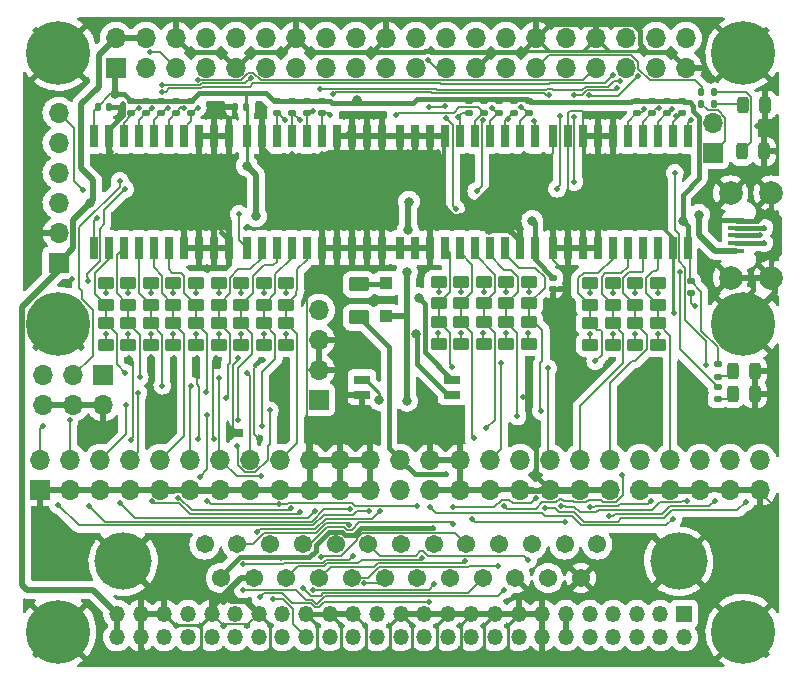
<source format=gbr>
%TF.GenerationSoftware,KiCad,Pcbnew,(6.0.5-0)*%
%TF.CreationDate,2023-01-29T19:07:15-06:00*%
%TF.ProjectId,piscsi,70697363-7369-42e6-9b69-6361645f7063,rev?*%
%TF.SameCoordinates,PX59d60c0PY325aa00*%
%TF.FileFunction,Copper,L1,Top*%
%TF.FilePolarity,Positive*%
%FSLAX46Y46*%
G04 Gerber Fmt 4.6, Leading zero omitted, Abs format (unit mm)*
G04 Created by KiCad (PCBNEW (6.0.5-0)) date 2023-01-29 19:07:15*
%MOMM*%
%LPD*%
G01*
G04 APERTURE LIST*
G04 Aperture macros list*
%AMRoundRect*
0 Rectangle with rounded corners*
0 $1 Rounding radius*
0 $2 $3 $4 $5 $6 $7 $8 $9 X,Y pos of 4 corners*
0 Add a 4 corners polygon primitive as box body*
4,1,4,$2,$3,$4,$5,$6,$7,$8,$9,$2,$3,0*
0 Add four circle primitives for the rounded corners*
1,1,$1+$1,$2,$3*
1,1,$1+$1,$4,$5*
1,1,$1+$1,$6,$7*
1,1,$1+$1,$8,$9*
0 Add four rect primitives between the rounded corners*
20,1,$1+$1,$2,$3,$4,$5,0*
20,1,$1+$1,$4,$5,$6,$7,0*
20,1,$1+$1,$6,$7,$8,$9,0*
20,1,$1+$1,$8,$9,$2,$3,0*%
G04 Aperture macros list end*
%TA.AperFunction,SMDPad,CuDef*%
%ADD10RoundRect,0.243750X0.243750X0.456250X-0.243750X0.456250X-0.243750X-0.456250X0.243750X-0.456250X0*%
%TD*%
%TA.AperFunction,ComponentPad*%
%ADD11C,0.800000*%
%TD*%
%TA.AperFunction,ComponentPad*%
%ADD12C,5.400000*%
%TD*%
%TA.AperFunction,ComponentPad*%
%ADD13R,1.700000X1.700000*%
%TD*%
%TA.AperFunction,ComponentPad*%
%ADD14O,1.700000X1.700000*%
%TD*%
%TA.AperFunction,SMDPad,CuDef*%
%ADD15RoundRect,0.250000X-0.450000X0.262500X-0.450000X-0.262500X0.450000X-0.262500X0.450000X0.262500X0*%
%TD*%
%TA.AperFunction,SMDPad,CuDef*%
%ADD16RoundRect,0.250000X-0.625000X0.375000X-0.625000X-0.375000X0.625000X-0.375000X0.625000X0.375000X0*%
%TD*%
%TA.AperFunction,SMDPad,CuDef*%
%ADD17R,0.650000X1.950000*%
%TD*%
%TA.AperFunction,SMDPad,CuDef*%
%ADD18RoundRect,0.135000X-0.135000X-0.185000X0.135000X-0.185000X0.135000X0.185000X-0.135000X0.185000X0*%
%TD*%
%TA.AperFunction,SMDPad,CuDef*%
%ADD19RoundRect,0.135000X-0.185000X0.135000X-0.185000X-0.135000X0.185000X-0.135000X0.185000X0.135000X0*%
%TD*%
%TA.AperFunction,SMDPad,CuDef*%
%ADD20RoundRect,0.250000X0.450000X-0.262500X0.450000X0.262500X-0.450000X0.262500X-0.450000X-0.262500X0*%
%TD*%
%TA.AperFunction,SMDPad,CuDef*%
%ADD21R,1.425000X0.750000*%
%TD*%
%TA.AperFunction,SMDPad,CuDef*%
%ADD22R,1.100000X1.100000*%
%TD*%
%TA.AperFunction,ComponentPad*%
%ADD23C,1.545000*%
%TD*%
%TA.AperFunction,ComponentPad*%
%ADD24C,4.845000*%
%TD*%
%TA.AperFunction,SMDPad,CuDef*%
%ADD25R,1.400000X0.400000*%
%TD*%
%TA.AperFunction,ComponentPad*%
%ADD26C,2.000000*%
%TD*%
%TA.AperFunction,ComponentPad*%
%ADD27R,1.350000X1.350000*%
%TD*%
%TA.AperFunction,ComponentPad*%
%ADD28O,1.350000X1.350000*%
%TD*%
%TA.AperFunction,SMDPad,CuDef*%
%ADD29RoundRect,0.140000X0.140000X0.170000X-0.140000X0.170000X-0.140000X-0.170000X0.140000X-0.170000X0*%
%TD*%
%TA.AperFunction,SMDPad,CuDef*%
%ADD30RoundRect,0.140000X-0.170000X0.140000X-0.170000X-0.140000X0.170000X-0.140000X0.170000X0.140000X0*%
%TD*%
%TA.AperFunction,SMDPad,CuDef*%
%ADD31RoundRect,0.140000X-0.140000X-0.170000X0.140000X-0.170000X0.140000X0.170000X-0.140000X0.170000X0*%
%TD*%
%TA.AperFunction,ViaPad*%
%ADD32C,0.500000*%
%TD*%
%TA.AperFunction,ViaPad*%
%ADD33C,0.800000*%
%TD*%
%TA.AperFunction,Conductor*%
%ADD34C,0.400000*%
%TD*%
%TA.AperFunction,Conductor*%
%ADD35C,0.500000*%
%TD*%
%TA.AperFunction,Conductor*%
%ADD36C,0.150000*%
%TD*%
%TA.AperFunction,Conductor*%
%ADD37C,0.250000*%
%TD*%
%TA.AperFunction,Conductor*%
%ADD38C,0.200000*%
%TD*%
G04 APERTURE END LIST*
D10*
%TO.P,D3,1,K*%
%TO.N,GND*%
X142767000Y-22066500D03*
%TO.P,D3,2,A*%
%TO.N,Net-(D3-Pad2)*%
X140892000Y-22066500D03*
%TD*%
%TO.P,D1,1,K*%
%TO.N,GND*%
X143641000Y2381000D03*
%TO.P,D1,2,A*%
%TO.N,Net-(D1-Pad2)*%
X141766000Y2381000D03*
%TD*%
%TO.P,D2,1,K*%
%TO.N,GND*%
X143529000Y-1556000D03*
%TO.P,D2,2,A*%
%TO.N,Net-(D2-Pad2)*%
X141654000Y-1556000D03*
%TD*%
D11*
%TO.P,H1,1,1*%
%TO.N,GND*%
X85231891Y8231891D03*
X83800000Y8825000D03*
X83800000Y4775000D03*
X81775000Y6800000D03*
X85825000Y6800000D03*
X85231891Y5368109D03*
X82368109Y8231891D03*
X82368109Y5368109D03*
D12*
X83800000Y6800000D03*
%TD*%
D11*
%TO.P,H3,1,1*%
%TO.N,GND*%
X81775000Y-16200000D03*
D12*
X83800000Y-16200000D03*
D11*
X82368109Y-17631891D03*
X85231891Y-17631891D03*
X83800000Y-18225000D03*
X82368109Y-14768109D03*
X83800000Y-14175000D03*
X85231891Y-14768109D03*
X85825000Y-16200000D03*
%TD*%
%TO.P,H5,1,1*%
%TO.N,GND*%
X85231891Y-43631891D03*
X85825000Y-42200000D03*
X82368109Y-40768109D03*
D12*
X83800000Y-42200000D03*
D11*
X83800000Y-44225000D03*
X83800000Y-40175000D03*
X82368109Y-43631891D03*
X85231891Y-40768109D03*
X81775000Y-42200000D03*
%TD*%
D13*
%TO.P,J4,1,Pin_1*%
%TO.N,+5V*%
X83810000Y-10980000D03*
D14*
%TO.P,J4,2,Pin_2*%
%TO.N,GND*%
X83810000Y-8440000D03*
%TO.P,J4,3,Pin_3*%
%TO.N,+3V3*%
X83810000Y-5900000D03*
%TO.P,J4,4,Pin_4*%
%TO.N,PI_SCL*%
X83810000Y-3360000D03*
%TO.P,J4,5,Pin_5*%
%TO.N,PI_SDA*%
X83810000Y-820000D03*
%TO.P,J4,6,Pin_6*%
%TO.N,PI_GPIO9*%
X83810000Y1720000D03*
%TD*%
D11*
%TO.P,H4,1,1*%
%TO.N,GND*%
X141800000Y-18225000D03*
X143231891Y-17631891D03*
D12*
X141800000Y-16200000D03*
D11*
X143825000Y-16200000D03*
X140368109Y-14768109D03*
X139775000Y-16200000D03*
X140368109Y-17631891D03*
X143231891Y-14768109D03*
X141800000Y-14175000D03*
%TD*%
%TO.P,H6,1,1*%
%TO.N,GND*%
X141800000Y-44225000D03*
X140368109Y-40768109D03*
X141800000Y-40175000D03*
X143231891Y-40768109D03*
X143231891Y-43631891D03*
D12*
X141800000Y-42200000D03*
D11*
X140368109Y-43631891D03*
X143825000Y-42200000D03*
X139775000Y-42200000D03*
%TD*%
%TO.P,H2,1,1*%
%TO.N,GND*%
X143231891Y5368109D03*
X140368109Y8231891D03*
D12*
X141800000Y6800000D03*
D11*
X140368109Y5368109D03*
X141800000Y4775000D03*
X143825000Y6800000D03*
X143231891Y8231891D03*
X141800000Y8825000D03*
X139775000Y6800000D03*
%TD*%
D15*
%TO.P,R31,1*%
%TO.N,/TERM_5v*%
X123640000Y-12587500D03*
%TO.P,R31,2*%
%TO.N,C-I_O*%
X123640000Y-14412500D03*
%TD*%
D16*
%TO.P,FUSE1,1*%
%TO.N,Net-(D5-Pad1)*%
X109250000Y-12800000D03*
%TO.P,FUSE1,2*%
%TO.N,TERMPOW*%
X109250000Y-15600000D03*
%TD*%
D17*
%TO.P,IC1,1,DIR*%
%TO.N,PI-DTD*%
X99729000Y-9710000D03*
%TO.P,IC1,2,A1*%
%TO.N,C-D2*%
X100999000Y-9710000D03*
%TO.P,IC1,3,A2*%
%TO.N,C-D1*%
X102269000Y-9710000D03*
%TO.P,IC1,4,A3*%
%TO.N,C-D0*%
X103539000Y-9710000D03*
%TO.P,IC1,5,A4*%
%TO.N,C-DP*%
X104809000Y-9710000D03*
%TO.P,IC1,6,A5*%
%TO.N,GND*%
X106079000Y-9710000D03*
%TO.P,IC1,7,A6*%
X107349000Y-9710000D03*
%TO.P,IC1,8,A7*%
X108619000Y-9710000D03*
%TO.P,IC1,9,A8*%
X109889000Y-9710000D03*
%TO.P,IC1,10,GND*%
X111159000Y-9710000D03*
%TO.P,IC1,11,B8*%
X111159000Y-260000D03*
%TO.P,IC1,12,B7*%
X109889000Y-260000D03*
%TO.P,IC1,13,B6*%
X108619000Y-260000D03*
%TO.P,IC1,14,B5*%
X107349000Y-260000D03*
%TO.P,IC1,15,B4*%
%TO.N,PI-DP*%
X106079000Y-260000D03*
%TO.P,IC1,16,B3*%
%TO.N,PI-D0*%
X104809000Y-260000D03*
%TO.P,IC1,17,B2*%
%TO.N,PI-D1*%
X103539000Y-260000D03*
%TO.P,IC1,18,B1*%
%TO.N,PI-D2*%
X102269000Y-260000D03*
%TO.P,IC1,19,~{OE}*%
%TO.N,GND*%
X100999000Y-260000D03*
%TO.P,IC1,20,VCC*%
%TO.N,+3V3*%
X99729000Y-260000D03*
%TD*%
%TO.P,IC3,1,DIR*%
%TO.N,PI-TAD*%
X124113000Y-260000D03*
%TO.P,IC3,2,A1*%
%TO.N,PI-I_O*%
X122843000Y-260000D03*
%TO.P,IC3,3,A2*%
%TO.N,PI-REQ*%
X121573000Y-260000D03*
%TO.P,IC3,4,A3*%
%TO.N,PI-C_D*%
X120303000Y-260000D03*
%TO.P,IC3,5,A4*%
%TO.N,PI-MSG*%
X119033000Y-260000D03*
%TO.P,IC3,6,A5*%
%TO.N,PI-BSY*%
X117763000Y-260000D03*
%TO.P,IC3,7,A6*%
%TO.N,GND*%
X116493000Y-260000D03*
%TO.P,IC3,8,A7*%
X115223000Y-260000D03*
%TO.P,IC3,9,A8*%
X113953000Y-260000D03*
%TO.P,IC3,10,GND*%
X112683000Y-260000D03*
%TO.P,IC3,11,B8*%
X112683000Y-9710000D03*
%TO.P,IC3,12,B7*%
X113953000Y-9710000D03*
%TO.P,IC3,13,B6*%
X115223000Y-9710000D03*
%TO.P,IC3,14,B5*%
%TO.N,C-BSY*%
X116493000Y-9710000D03*
%TO.P,IC3,15,B4*%
%TO.N,C-MSG*%
X117763000Y-9710000D03*
%TO.P,IC3,16,B3*%
%TO.N,C-C_D*%
X119033000Y-9710000D03*
%TO.P,IC3,17,B2*%
%TO.N,C-REQ*%
X120303000Y-9710000D03*
%TO.P,IC3,18,B1*%
%TO.N,C-I_O*%
X121573000Y-9710000D03*
%TO.P,IC3,19,~{OE}*%
%TO.N,GND*%
X122843000Y-9710000D03*
%TO.P,IC3,20,VCC*%
%TO.N,+3V3*%
X124113000Y-9710000D03*
%TD*%
D18*
%TO.P,R2,1*%
%TO.N,DBG_LED*%
X138248500Y3460500D03*
%TO.P,R2,2*%
%TO.N,Net-(D2-Pad2)*%
X139268500Y3460500D03*
%TD*%
D19*
%TO.P,R3,1*%
%TO.N,+5V*%
X139607000Y-21493000D03*
%TO.P,R3,2*%
%TO.N,Net-(D3-Pad2)*%
X139607000Y-22513000D03*
%TD*%
%TO.P,R5,1*%
%TO.N,+3V3*%
X132812500Y2741000D03*
%TO.P,R5,2*%
%TO.N,PI-ATN*%
X132812500Y1721000D03*
%TD*%
%TO.P,R6,1*%
%TO.N,+3V3*%
X134082500Y2741000D03*
%TO.P,R6,2*%
%TO.N,PI-ACK*%
X134082500Y1721000D03*
%TD*%
%TO.P,R7,1*%
%TO.N,+3V3*%
X135352500Y2741000D03*
%TO.P,R7,2*%
%TO.N,PI-RST*%
X135352500Y1721000D03*
%TD*%
%TO.P,R9,1*%
%TO.N,+3V3*%
X118525000Y2741000D03*
%TO.P,R9,2*%
%TO.N,PI-BSY*%
X118525000Y1721000D03*
%TD*%
%TO.P,R11,1*%
%TO.N,+3V3*%
X121065000Y2741000D03*
%TO.P,R11,2*%
%TO.N,PI-C_D*%
X121065000Y1721000D03*
%TD*%
%TO.P,R12,1*%
%TO.N,+3V3*%
X122335000Y2741000D03*
%TO.P,R12,2*%
%TO.N,PI-REQ*%
X122335000Y1721000D03*
%TD*%
%TO.P,R13,1*%
%TO.N,+3V3*%
X123605000Y2741000D03*
%TO.P,R13,2*%
%TO.N,PI-I_O*%
X123605000Y1721000D03*
%TD*%
%TO.P,R15,1*%
%TO.N,+3V3*%
X91220000Y2741000D03*
%TO.P,R15,2*%
%TO.N,PI-D6*%
X91220000Y1721000D03*
%TD*%
%TO.P,R16,1*%
%TO.N,+3V3*%
X92490000Y2741000D03*
%TO.P,R16,2*%
%TO.N,PI-D5*%
X92490000Y1721000D03*
%TD*%
%TO.P,R19,1*%
%TO.N,+3V3*%
X102269000Y2741000D03*
%TO.P,R19,2*%
%TO.N,PI-D2*%
X102269000Y1721000D03*
%TD*%
%TO.P,R20,1*%
%TO.N,+3V3*%
X103539000Y2741000D03*
%TO.P,R20,2*%
%TO.N,PI-D1*%
X103539000Y1721000D03*
%TD*%
%TO.P,R21,1*%
%TO.N,+3V3*%
X104809000Y2741000D03*
%TO.P,R21,2*%
%TO.N,PI-D0*%
X104809000Y1721000D03*
%TD*%
%TO.P,R22,1*%
%TO.N,+3V3*%
X106079000Y2741000D03*
%TO.P,R22,2*%
%TO.N,PI-DP*%
X106079000Y1721000D03*
%TD*%
D15*
%TO.P,R23,1*%
%TO.N,/TERM_5v*%
X128802500Y-12687500D03*
%TO.P,R23,2*%
%TO.N,C-ATN*%
X128802500Y-14512500D03*
%TD*%
%TO.P,R24,1*%
%TO.N,/TERM_5v*%
X130715000Y-12687500D03*
%TO.P,R24,2*%
%TO.N,C-ACK*%
X130715000Y-14512500D03*
%TD*%
%TO.P,R25,1*%
%TO.N,/TERM_5v*%
X132627500Y-12687500D03*
%TO.P,R25,2*%
%TO.N,C-RST*%
X132627500Y-14512500D03*
%TD*%
%TO.P,R26,1*%
%TO.N,/TERM_5v*%
X134540000Y-12687500D03*
%TO.P,R26,2*%
%TO.N,C-SEL*%
X134540000Y-14512500D03*
%TD*%
%TO.P,R27,1*%
%TO.N,/TERM_5v*%
X115990000Y-12587500D03*
%TO.P,R27,2*%
%TO.N,C-BSY*%
X115990000Y-14412500D03*
%TD*%
%TO.P,R28,1*%
%TO.N,/TERM_5v*%
X117902500Y-12587500D03*
%TO.P,R28,2*%
%TO.N,C-MSG*%
X117902500Y-14412500D03*
%TD*%
%TO.P,R29,1*%
%TO.N,/TERM_5v*%
X119815000Y-12587500D03*
%TO.P,R29,2*%
%TO.N,C-C_D*%
X119815000Y-14412500D03*
%TD*%
%TO.P,R30,1*%
%TO.N,/TERM_5v*%
X121727500Y-12587500D03*
%TO.P,R30,2*%
%TO.N,C-REQ*%
X121727500Y-14412500D03*
%TD*%
%TO.P,R34,1*%
%TO.N,/TERM_5v*%
X91625000Y-12687500D03*
%TO.P,R34,2*%
%TO.N,C-D5*%
X91625000Y-14512500D03*
%TD*%
%TO.P,R35,1*%
%TO.N,/TERM_5v*%
X93537500Y-12687500D03*
%TO.P,R35,2*%
%TO.N,C-D4*%
X93537500Y-14512500D03*
%TD*%
%TO.P,R36,1*%
%TO.N,/TERM_5v*%
X95450000Y-12687500D03*
%TO.P,R36,2*%
%TO.N,C-D3*%
X95450000Y-14512500D03*
%TD*%
%TO.P,R37,1*%
%TO.N,/TERM_5v*%
X97362500Y-12687500D03*
%TO.P,R37,2*%
%TO.N,C-D2*%
X97362500Y-14512500D03*
%TD*%
%TO.P,R38,1*%
%TO.N,/TERM_5v*%
X99275000Y-12687500D03*
%TO.P,R38,2*%
%TO.N,C-D1*%
X99275000Y-14512500D03*
%TD*%
%TO.P,R39,1*%
%TO.N,/TERM_5v*%
X101187500Y-12687500D03*
%TO.P,R39,2*%
%TO.N,C-D0*%
X101187500Y-14512500D03*
%TD*%
%TO.P,R40,1*%
%TO.N,/TERM_5v*%
X103100000Y-12687500D03*
%TO.P,R40,2*%
%TO.N,C-DP*%
X103100000Y-14512500D03*
%TD*%
D20*
%TO.P,R41,1*%
%TO.N,/TERM_GND*%
X128802500Y-17912500D03*
%TO.P,R41,2*%
%TO.N,C-ATN*%
X128802500Y-16087500D03*
%TD*%
%TO.P,R42,1*%
%TO.N,/TERM_GND*%
X130715000Y-17912500D03*
%TO.P,R42,2*%
%TO.N,C-ACK*%
X130715000Y-16087500D03*
%TD*%
%TO.P,R43,1*%
%TO.N,/TERM_GND*%
X132627500Y-17912500D03*
%TO.P,R43,2*%
%TO.N,C-RST*%
X132627500Y-16087500D03*
%TD*%
%TO.P,R44,1*%
%TO.N,/TERM_GND*%
X134540000Y-17912500D03*
%TO.P,R44,2*%
%TO.N,C-SEL*%
X134540000Y-16087500D03*
%TD*%
%TO.P,R45,1*%
%TO.N,/TERM_GND*%
X115990000Y-17812500D03*
%TO.P,R45,2*%
%TO.N,C-BSY*%
X115990000Y-15987500D03*
%TD*%
%TO.P,R46,1*%
%TO.N,/TERM_GND*%
X117902500Y-17812500D03*
%TO.P,R46,2*%
%TO.N,C-MSG*%
X117902500Y-15987500D03*
%TD*%
%TO.P,R47,1*%
%TO.N,/TERM_GND*%
X119815000Y-17812500D03*
%TO.P,R47,2*%
%TO.N,C-C_D*%
X119815000Y-15987500D03*
%TD*%
%TO.P,R48,1*%
%TO.N,/TERM_GND*%
X121727500Y-17812500D03*
%TO.P,R48,2*%
%TO.N,C-REQ*%
X121727500Y-15987500D03*
%TD*%
%TO.P,R49,1*%
%TO.N,/TERM_GND*%
X123640000Y-17812500D03*
%TO.P,R49,2*%
%TO.N,C-I_O*%
X123640000Y-15987500D03*
%TD*%
%TO.P,R50,1*%
%TO.N,/TERM_GND*%
X87800000Y-17912500D03*
%TO.P,R50,2*%
%TO.N,C-D7*%
X87800000Y-16087500D03*
%TD*%
%TO.P,R51,1*%
%TO.N,/TERM_GND*%
X89712500Y-17912500D03*
%TO.P,R51,2*%
%TO.N,C-D6*%
X89712500Y-16087500D03*
%TD*%
%TO.P,R52,1*%
%TO.N,/TERM_GND*%
X91625000Y-17912500D03*
%TO.P,R52,2*%
%TO.N,C-D5*%
X91625000Y-16087500D03*
%TD*%
%TO.P,R53,1*%
%TO.N,/TERM_GND*%
X93537500Y-17912500D03*
%TO.P,R53,2*%
%TO.N,C-D4*%
X93537500Y-16087500D03*
%TD*%
%TO.P,R54,1*%
%TO.N,/TERM_GND*%
X95450000Y-17912500D03*
%TO.P,R54,2*%
%TO.N,C-D3*%
X95450000Y-16087500D03*
%TD*%
%TO.P,R55,1*%
%TO.N,/TERM_GND*%
X97362500Y-17912500D03*
%TO.P,R55,2*%
%TO.N,C-D2*%
X97362500Y-16087500D03*
%TD*%
%TO.P,R56,1*%
%TO.N,/TERM_GND*%
X99275000Y-17912500D03*
%TO.P,R56,2*%
%TO.N,C-D1*%
X99275000Y-16087500D03*
%TD*%
%TO.P,R57,1*%
%TO.N,/TERM_GND*%
X101187500Y-17912500D03*
%TO.P,R57,2*%
%TO.N,C-D0*%
X101187500Y-16087500D03*
%TD*%
%TO.P,R58,1*%
%TO.N,/TERM_GND*%
X103100000Y-17912500D03*
%TO.P,R58,2*%
%TO.N,C-DP*%
X103100000Y-16087500D03*
%TD*%
D19*
%TO.P,R18,1*%
%TO.N,+3V3*%
X95030000Y2741000D03*
%TO.P,R18,2*%
%TO.N,PI-D3*%
X95030000Y1721000D03*
%TD*%
%TO.P,R14,1*%
%TO.N,+3V3*%
X89950000Y2741000D03*
%TO.P,R14,2*%
%TO.N,PI-D7*%
X89950000Y1721000D03*
%TD*%
%TO.P,R17,1*%
%TO.N,+3V3*%
X93760000Y2741000D03*
%TO.P,R17,2*%
%TO.N,PI-D4*%
X93760000Y1721000D03*
%TD*%
D15*
%TO.P,R32,1*%
%TO.N,/TERM_5v*%
X87800000Y-12687500D03*
%TO.P,R32,2*%
%TO.N,C-D7*%
X87800000Y-14512500D03*
%TD*%
%TO.P,R33,1*%
%TO.N,/TERM_5v*%
X89712500Y-12687500D03*
%TO.P,R33,2*%
%TO.N,C-D6*%
X89712500Y-14512500D03*
%TD*%
D17*
%TO.P,IC4,1,DIR*%
%TO.N,PI-IND*%
X137067000Y-260000D03*
%TO.P,IC4,2,A1*%
%TO.N,PI-SEL*%
X135797000Y-260000D03*
%TO.P,IC4,3,A2*%
%TO.N,PI-RST*%
X134527000Y-260000D03*
%TO.P,IC4,4,A3*%
%TO.N,PI-ACK*%
X133257000Y-260000D03*
%TO.P,IC4,5,A4*%
%TO.N,PI-ATN*%
X131987000Y-260000D03*
%TO.P,IC4,6,A5*%
%TO.N,GND*%
X130717000Y-260000D03*
%TO.P,IC4,7,A6*%
X129447000Y-260000D03*
%TO.P,IC4,8,A7*%
X128177000Y-260000D03*
%TO.P,IC4,9,A8*%
X126907000Y-260000D03*
%TO.P,IC4,10,GND*%
X125637000Y-260000D03*
%TO.P,IC4,11,B8*%
X125637000Y-9710000D03*
%TO.P,IC4,12,B7*%
X126907000Y-9710000D03*
%TO.P,IC4,13,B6*%
X128177000Y-9710000D03*
%TO.P,IC4,14,B5*%
X129447000Y-9710000D03*
%TO.P,IC4,15,B4*%
%TO.N,C-ATN*%
X130717000Y-9710000D03*
%TO.P,IC4,16,B3*%
%TO.N,C-ACK*%
X131987000Y-9710000D03*
%TO.P,IC4,17,B2*%
%TO.N,C-RST*%
X133257000Y-9710000D03*
%TO.P,IC4,18,B1*%
%TO.N,C-SEL*%
X134527000Y-9710000D03*
%TO.P,IC4,19,~{OE}*%
%TO.N,GND*%
X135797000Y-9710000D03*
%TO.P,IC4,20,VCC*%
%TO.N,+3V3*%
X137067000Y-9710000D03*
%TD*%
D19*
%TO.P,R4,1*%
%TO.N,+3V3*%
X139607000Y-19588000D03*
%TO.P,R4,2*%
%TO.N,Net-(D4-Pad2)*%
X139607000Y-20608000D03*
%TD*%
D21*
%TO.P,S1,1,COM_1*%
%TO.N,+5V*%
X109498000Y-20875000D03*
%TO.P,S1,2,COM_2*%
%TO.N,GND*%
X109498000Y-22145000D03*
%TO.P,S1,3,NO_1*%
%TO.N,/TERM_GND*%
X117122000Y-22145000D03*
%TO.P,S1,4,NO_2*%
%TO.N,/TERM_5v*%
X117122000Y-20875000D03*
%TD*%
D22*
%TO.P,D5,1,K*%
%TO.N,Net-(D5-Pad1)*%
X111570000Y-12725000D03*
%TO.P,D5,2,A*%
%TO.N,+5V*%
X111570000Y-15525000D03*
%TD*%
D17*
%TO.P,IC2,1,DIR*%
%TO.N,PI-DTD*%
X86775000Y-9710000D03*
%TO.P,IC2,2,A1*%
%TO.N,C-D7*%
X88045000Y-9710000D03*
%TO.P,IC2,3,A2*%
%TO.N,C-D6*%
X89315000Y-9710000D03*
%TO.P,IC2,4,A3*%
%TO.N,C-D5*%
X90585000Y-9710000D03*
%TO.P,IC2,5,A4*%
%TO.N,C-D4*%
X91855000Y-9710000D03*
%TO.P,IC2,6,A5*%
%TO.N,C-D3*%
X93125000Y-9710000D03*
%TO.P,IC2,7,A6*%
%TO.N,GND*%
X94395000Y-9710000D03*
%TO.P,IC2,8,A7*%
X95665000Y-9710000D03*
%TO.P,IC2,9,A8*%
X96935000Y-9710000D03*
%TO.P,IC2,10,GND*%
X98205000Y-9710000D03*
%TO.P,IC2,11,B8*%
X98205000Y-260000D03*
%TO.P,IC2,12,B7*%
X96935000Y-260000D03*
%TO.P,IC2,13,B6*%
X95665000Y-260000D03*
%TO.P,IC2,14,B5*%
%TO.N,PI-D3*%
X94395000Y-260000D03*
%TO.P,IC2,15,B4*%
%TO.N,PI-D4*%
X93125000Y-260000D03*
%TO.P,IC2,16,B3*%
%TO.N,PI-D5*%
X91855000Y-260000D03*
%TO.P,IC2,17,B2*%
%TO.N,PI-D6*%
X90585000Y-260000D03*
%TO.P,IC2,18,B1*%
%TO.N,PI-D7*%
X89315000Y-260000D03*
%TO.P,IC2,19,~{OE}*%
%TO.N,GND*%
X88045000Y-260000D03*
%TO.P,IC2,20,VCC*%
%TO.N,+3V3*%
X86775000Y-260000D03*
%TD*%
D23*
%TO.P,J6,1,1*%
%TO.N,C-REQ*%
X129421600Y-34830000D03*
%TO.P,J6,2,2*%
%TO.N,C-MSG*%
X126651600Y-34830000D03*
%TO.P,J6,3,3*%
%TO.N,C-I_O*%
X123881600Y-34830000D03*
%TO.P,J6,4,4*%
%TO.N,C-RST*%
X121111600Y-34830000D03*
%TO.P,J6,5,5*%
%TO.N,C-ACK*%
X118341600Y-34830000D03*
%TO.P,J6,6,6*%
%TO.N,C-BSY*%
X115571600Y-34830000D03*
%TO.P,J6,7,7*%
%TO.N,GND*%
X112801600Y-34830000D03*
%TO.P,J6,8,8*%
%TO.N,C-D0*%
X110031600Y-34830000D03*
%TO.P,J6,9,9*%
%TO.N,GND*%
X107261600Y-34830000D03*
%TO.P,J6,10,10*%
%TO.N,C-D3*%
X104491600Y-34830000D03*
%TO.P,J6,11,11*%
%TO.N,C-D5*%
X101721600Y-34830000D03*
%TO.P,J6,12,12*%
%TO.N,C-D6*%
X98951600Y-34830000D03*
%TO.P,J6,13,13*%
%TO.N,C-D7*%
X96181600Y-34830000D03*
%TO.P,J6,14,14*%
%TO.N,GND*%
X128036600Y-37670000D03*
%TO.P,J6,15,15*%
%TO.N,C-C_D*%
X125266600Y-37670000D03*
%TO.P,J6,16,16*%
%TO.N,GND*%
X122496600Y-37670000D03*
%TO.P,J6,17,17*%
%TO.N,C-ATN*%
X119726600Y-37670000D03*
%TO.P,J6,18,18*%
%TO.N,GND*%
X116956600Y-37670000D03*
%TO.P,J6,19,19*%
%TO.N,C-SEL*%
X114186600Y-37670000D03*
%TO.P,J6,20,20*%
%TO.N,C-DP*%
X111416600Y-37670000D03*
%TO.P,J6,21,21*%
%TO.N,C-D1*%
X108646600Y-37670000D03*
%TO.P,J6,22,22*%
%TO.N,C-D2*%
X105876600Y-37670000D03*
%TO.P,J6,23,23*%
%TO.N,C-D4*%
X103106600Y-37670000D03*
%TO.P,J6,24,24*%
%TO.N,GND*%
X100336600Y-37670000D03*
%TO.P,J6,25,25*%
%TO.N,TERMPOW*%
X97566600Y-37670000D03*
D24*
%TO.P,J6,MH1,MH1*%
%TO.N,GND*%
X89281600Y-36250000D03*
%TO.P,J6,MH2,MH2*%
X136321600Y-36250000D03*
%TD*%
D10*
%TO.P,D4,1,K*%
%TO.N,GND*%
X142767000Y-20161500D03*
%TO.P,D4,2,A*%
%TO.N,Net-(D4-Pad2)*%
X140892000Y-20161500D03*
%TD*%
D18*
%TO.P,R1,1*%
%TO.N,PI-ACT*%
X138248500Y2444500D03*
%TO.P,R1,2*%
%TO.N,Net-(D1-Pad2)*%
X139268500Y2444500D03*
%TD*%
D25*
%TO.P,J8,1,1*%
%TO.N,+5V*%
X141205000Y-9960000D03*
%TO.P,J8,2,2*%
%TO.N,USB_Pin_2*%
X141205000Y-9310000D03*
%TO.P,J8,3,3*%
%TO.N,USB_Pin_3*%
X141205000Y-8660000D03*
%TO.P,J8,4,4*%
%TO.N,USB_Pin_4*%
X141205000Y-8010000D03*
%TO.P,J8,5,5*%
%TO.N,GND*%
X141205000Y-7360000D03*
D26*
%TO.P,J8,MH1,MH1*%
X144155000Y-12235000D03*
%TO.P,J8,MH2,MH2*%
X144155000Y-5085000D03*
%TO.P,J8,MH3,MH3*%
X140705000Y-5085000D03*
%TO.P,J8,MH4,MH4*%
X140705000Y-12235000D03*
%TD*%
D13*
%TO.P,J3,1,Pin_1*%
%TO.N,GND*%
X82266500Y-30194500D03*
D14*
%TO.P,J3,2,Pin_2*%
%TO.N,C-D0*%
X82266500Y-27654500D03*
%TO.P,J3,3,Pin_3*%
%TO.N,GND*%
X84806500Y-30194500D03*
%TO.P,J3,4,Pin_4*%
%TO.N,C-D1*%
X84806500Y-27654500D03*
%TO.P,J3,5,Pin_5*%
%TO.N,GND*%
X87346500Y-30194500D03*
%TO.P,J3,6,Pin_6*%
%TO.N,C-D2*%
X87346500Y-27654500D03*
%TO.P,J3,7,Pin_7*%
%TO.N,GND*%
X89886500Y-30194500D03*
%TO.P,J3,8,Pin_8*%
%TO.N,C-D3*%
X89886500Y-27654500D03*
%TO.P,J3,9,Pin_9*%
%TO.N,GND*%
X92426500Y-30194500D03*
%TO.P,J3,10,Pin_10*%
%TO.N,C-D4*%
X92426500Y-27654500D03*
%TO.P,J3,11,Pin_11*%
%TO.N,GND*%
X94966500Y-30194500D03*
%TO.P,J3,12,Pin_12*%
%TO.N,C-D5*%
X94966500Y-27654500D03*
%TO.P,J3,13,Pin_13*%
%TO.N,GND*%
X97506500Y-30194500D03*
%TO.P,J3,14,Pin_14*%
%TO.N,C-D6*%
X97506500Y-27654500D03*
%TO.P,J3,15,Pin_15*%
%TO.N,GND*%
X100046500Y-30194500D03*
%TO.P,J3,16,Pin_16*%
%TO.N,C-D7*%
X100046500Y-27654500D03*
%TO.P,J3,17,Pin_17*%
%TO.N,GND*%
X102586500Y-30194500D03*
%TO.P,J3,18,Pin_18*%
%TO.N,C-DP*%
X102586500Y-27654500D03*
%TO.P,J3,19,Pin_19*%
%TO.N,GND*%
X105126500Y-30194500D03*
%TO.P,J3,20,Pin_20*%
X105126500Y-27654500D03*
%TO.P,J3,21,Pin_21*%
X107666500Y-30194500D03*
%TO.P,J3,22,Pin_22*%
X107666500Y-27654500D03*
%TO.P,J3,23,Pin_23*%
X110206500Y-30194500D03*
%TO.P,J3,24,Pin_24*%
X110206500Y-27654500D03*
%TO.P,J3,25,Pin_25*%
%TO.N,unconnected-(J3-Pad25)*%
X112746500Y-30194500D03*
%TO.P,J3,26,Pin_26*%
%TO.N,TERMPOW*%
X112746500Y-27654500D03*
%TO.P,J3,27,Pin_27*%
%TO.N,GND*%
X115286500Y-30194500D03*
%TO.P,J3,28,Pin_28*%
X115286500Y-27654500D03*
%TO.P,J3,29,Pin_29*%
X117826500Y-30194500D03*
%TO.P,J3,30,Pin_30*%
X117826500Y-27654500D03*
%TO.P,J3,31,Pin_31*%
X120366500Y-30194500D03*
%TO.P,J3,32,Pin_32*%
%TO.N,C-ATN*%
X120366500Y-27654500D03*
%TO.P,J3,33,Pin_33*%
%TO.N,GND*%
X122906500Y-30194500D03*
%TO.P,J3,34,Pin_34*%
%TO.N,unconnected-(J3-Pad34)*%
X122906500Y-27654500D03*
%TO.P,J3,35,Pin_35*%
%TO.N,GND*%
X125446500Y-30194500D03*
%TO.P,J3,36,Pin_36*%
%TO.N,C-BSY*%
X125446500Y-27654500D03*
%TO.P,J3,37,Pin_37*%
%TO.N,GND*%
X127986500Y-30194500D03*
%TO.P,J3,38,Pin_38*%
%TO.N,C-ACK*%
X127986500Y-27654500D03*
%TO.P,J3,39,Pin_39*%
%TO.N,GND*%
X130526500Y-30194500D03*
%TO.P,J3,40,Pin_40*%
%TO.N,C-RST*%
X130526500Y-27654500D03*
%TO.P,J3,41,Pin_41*%
%TO.N,GND*%
X133066500Y-30194500D03*
%TO.P,J3,42,Pin_42*%
%TO.N,C-MSG*%
X133066500Y-27654500D03*
%TO.P,J3,43,Pin_43*%
%TO.N,GND*%
X135606500Y-30194500D03*
%TO.P,J3,44,Pin_44*%
%TO.N,C-SEL*%
X135606500Y-27654500D03*
%TO.P,J3,45,Pin_45*%
%TO.N,GND*%
X138146500Y-30194500D03*
%TO.P,J3,46,Pin_46*%
%TO.N,C-C_D*%
X138146500Y-27654500D03*
%TO.P,J3,47,Pin_47*%
%TO.N,GND*%
X140686500Y-30194500D03*
%TO.P,J3,48,Pin_48*%
%TO.N,C-REQ*%
X140686500Y-27654500D03*
%TO.P,J3,49,Pin_49*%
%TO.N,GND*%
X143226500Y-30194500D03*
%TO.P,J3,50,Pin_50*%
%TO.N,C-I_O*%
X143226500Y-27654500D03*
%TD*%
D27*
%TO.P,J9,1,Pin_1*%
%TO.N,unconnected-(J9-Pad1)*%
X136772000Y-40688000D03*
D28*
%TO.P,J9,2,Pin_2*%
%TO.N,unconnected-(J9-Pad2)*%
X136772000Y-42688000D03*
%TO.P,J9,3,Pin_3*%
%TO.N,unconnected-(J9-Pad3)*%
X134772000Y-40688000D03*
%TO.P,J9,4,Pin_4*%
%TO.N,unconnected-(J9-Pad4)*%
X134772000Y-42688000D03*
%TO.P,J9,5,Pin_5*%
%TO.N,unconnected-(J9-Pad5)*%
X132772000Y-40688000D03*
%TO.P,J9,6,Pin_6*%
%TO.N,unconnected-(J9-Pad6)*%
X132772000Y-42688000D03*
%TO.P,J9,7,Pin_7*%
%TO.N,unconnected-(J9-Pad7)*%
X130772000Y-40688000D03*
%TO.P,J9,8,Pin_8*%
%TO.N,PI-ACT*%
X130772000Y-42688000D03*
%TO.P,J9,9,Pin_9*%
%TO.N,unconnected-(J9-Pad9)*%
X128772000Y-40688000D03*
%TO.P,J9,10,Pin_10*%
%TO.N,unconnected-(J9-Pad10)*%
X128772000Y-42688000D03*
%TO.P,J9,11,Pin_11*%
%TO.N,+5V*%
X126772000Y-40688000D03*
%TO.P,J9,12,Pin_12*%
X126772000Y-42688000D03*
%TO.P,J9,13,Pin_13*%
%TO.N,GND*%
X124772000Y-40688000D03*
%TO.P,J9,14,Pin_14*%
X124772000Y-42688000D03*
%TO.P,J9,15,Pin_15*%
X122772000Y-40688000D03*
%TO.P,J9,16,Pin_16*%
%TO.N,C-D0*%
X122772000Y-42688000D03*
%TO.P,J9,17,Pin_17*%
%TO.N,GND*%
X120772000Y-40688000D03*
%TO.P,J9,18,Pin_18*%
%TO.N,C-D1*%
X120772000Y-42688000D03*
%TO.P,J9,19,Pin_19*%
%TO.N,GND*%
X118772000Y-40688000D03*
%TO.P,J9,20,Pin_20*%
%TO.N,C-D2*%
X118772000Y-42688000D03*
%TO.P,J9,21,Pin_21*%
%TO.N,GND*%
X116772000Y-40688000D03*
%TO.P,J9,22,Pin_22*%
%TO.N,C-D3*%
X116772000Y-42688000D03*
%TO.P,J9,23,Pin_23*%
%TO.N,GND*%
X114772000Y-40688000D03*
%TO.P,J9,24,Pin_24*%
%TO.N,C-D4*%
X114772000Y-42688000D03*
%TO.P,J9,25,Pin_25*%
%TO.N,GND*%
X112772000Y-40688000D03*
%TO.P,J9,26,Pin_26*%
%TO.N,C-D5*%
X112772000Y-42688000D03*
%TO.P,J9,27,Pin_27*%
%TO.N,unconnected-(J9-Pad27)*%
X110772000Y-40688000D03*
%TO.P,J9,28,Pin_28*%
%TO.N,C-D6*%
X110772000Y-42688000D03*
%TO.P,J9,29,Pin_29*%
%TO.N,GND*%
X108772000Y-40688000D03*
%TO.P,J9,30,Pin_30*%
%TO.N,C-D7*%
X108772000Y-42688000D03*
%TO.P,J9,31,Pin_31*%
%TO.N,GND*%
X106772000Y-40688000D03*
%TO.P,J9,32,Pin_32*%
%TO.N,C-DP*%
X106772000Y-42688000D03*
%TO.P,J9,33,Pin_33*%
%TO.N,GND*%
X104772000Y-40688000D03*
%TO.P,J9,34,Pin_34*%
%TO.N,TERMPOW*%
X104772000Y-42688000D03*
%TO.P,J9,35,Pin_35*%
%TO.N,C-ATN*%
X102772000Y-40688000D03*
%TO.P,J9,36,Pin_36*%
%TO.N,C-BSY*%
X102772000Y-42688000D03*
%TO.P,J9,37,Pin_37*%
%TO.N,GND*%
X100772000Y-40688000D03*
%TO.P,J9,38,Pin_38*%
%TO.N,C-ACK*%
X100772000Y-42688000D03*
%TO.P,J9,39,Pin_39*%
%TO.N,C-RST*%
X98772000Y-40688000D03*
%TO.P,J9,40,Pin_40*%
%TO.N,C-MSG*%
X98772000Y-42688000D03*
%TO.P,J9,41,Pin_41*%
%TO.N,GND*%
X96772000Y-40688000D03*
%TO.P,J9,42,Pin_42*%
%TO.N,C-SEL*%
X96772000Y-42688000D03*
%TO.P,J9,43,Pin_43*%
%TO.N,C-I_O*%
X94772000Y-40688000D03*
%TO.P,J9,44,Pin_44*%
%TO.N,C-C_D*%
X94772000Y-42688000D03*
%TO.P,J9,45,Pin_45*%
%TO.N,GND*%
X92772000Y-40688000D03*
%TO.P,J9,46,Pin_46*%
%TO.N,C-REQ*%
X92772000Y-42688000D03*
%TO.P,J9,47,Pin_47*%
%TO.N,GND*%
X90772000Y-40688000D03*
%TO.P,J9,48,Pin_48*%
X90772000Y-42688000D03*
%TO.P,J9,49,Pin_49*%
%TO.N,+5V*%
X88772000Y-40688000D03*
%TO.P,J9,50,Pin_50*%
X88772000Y-42688000D03*
%TD*%
D19*
%TO.P,R8,1*%
%TO.N,+3V3*%
X136622500Y2741000D03*
%TO.P,R8,2*%
%TO.N,PI-SEL*%
X136622500Y1721000D03*
%TD*%
%TO.P,R10,1*%
%TO.N,+3V3*%
X119795000Y2741000D03*
%TO.P,R10,2*%
%TO.N,PI-MSG*%
X119795000Y1721000D03*
%TD*%
D13*
%TO.P,J5,1,Pin_1*%
%TO.N,PI_GPIO0*%
X87610000Y-20500000D03*
D14*
%TO.P,J5,2,Pin_2*%
%TO.N,GND*%
X87610000Y-23040000D03*
%TO.P,J5,3,Pin_3*%
%TO.N,PI_GPIO1*%
X85070000Y-20500000D03*
%TO.P,J5,4,Pin_4*%
%TO.N,GND*%
X85070000Y-23040000D03*
%TO.P,J5,5,Pin_5*%
%TO.N,PI_GPIO9*%
X82530000Y-20500000D03*
%TO.P,J5,6,Pin_6*%
%TO.N,GND*%
X82530000Y-23040000D03*
%TD*%
D13*
%TO.P,J20,1,1*%
%TO.N,+5V*%
X105870000Y-22580000D03*
D14*
%TO.P,J20,2,2*%
%TO.N,GND*%
X105870000Y-20040000D03*
%TO.P,J20,3,3*%
X105870000Y-17500000D03*
%TO.P,J20,4,4*%
%TO.N,unconnected-(J20-Pad4)*%
X105870000Y-14960000D03*
%TD*%
D29*
%TO.P,C2,1*%
%TO.N,+3V3*%
X99680000Y2231000D03*
%TO.P,C2,2*%
%TO.N,GND*%
X98720000Y2231000D03*
%TD*%
D30*
%TO.P,C3,1*%
%TO.N,+3V3*%
X125700000Y-12240000D03*
%TO.P,C3,2*%
%TO.N,GND*%
X125700000Y-13200000D03*
%TD*%
D31*
%TO.P,C1,1*%
%TO.N,+3V3*%
X87130000Y2231000D03*
%TO.P,C1,2*%
%TO.N,GND*%
X88090000Y2231000D03*
%TD*%
D30*
%TO.P,C4,1*%
%TO.N,+3V3*%
X137380000Y-12560000D03*
%TO.P,C4,2*%
%TO.N,GND*%
X137380000Y-13520000D03*
%TD*%
D13*
%TO.P,J1,1,3V3*%
%TO.N,+3V3*%
X88670000Y5530000D03*
D14*
%TO.P,J1,2,5V*%
%TO.N,+5V*%
X88670000Y8070000D03*
%TO.P,J1,3,SDA/GPIO2*%
%TO.N,PI_SDA*%
X91210000Y5530000D03*
%TO.P,J1,4,5V*%
%TO.N,+5V*%
X91210000Y8070000D03*
%TO.P,J1,5,SCL/GPIO3*%
%TO.N,PI_SCL*%
X93750000Y5530000D03*
%TO.P,J1,6,GND*%
%TO.N,GND*%
X93750000Y8070000D03*
%TO.P,J1,7,GCLK0/GPIO4*%
%TO.N,PI-ACT*%
X96290000Y5530000D03*
%TO.P,J1,8,GPIO14/TXD*%
%TO.N,PI-D4*%
X96290000Y8070000D03*
%TO.P,J1,9,GND*%
%TO.N,GND*%
X98830000Y5530000D03*
%TO.P,J1,10,GPIO15/RXD*%
%TO.N,PI-D5*%
X98830000Y8070000D03*
%TO.P,J1,11,GPIO17*%
%TO.N,PI-D7*%
X101370000Y5530000D03*
%TO.P,J1,12,GPIO18/PWM0*%
%TO.N,PI-DP*%
X101370000Y8070000D03*
%TO.P,J1,13,GPIO27*%
%TO.N,PI-SEL*%
X103910000Y5530000D03*
%TO.P,J1,14,GND*%
%TO.N,GND*%
X103910000Y8070000D03*
%TO.P,J1,15,GPIO22*%
%TO.N,PI-REQ*%
X106450000Y5530000D03*
%TO.P,J1,16,GPIO23*%
%TO.N,PI-MSG*%
X106450000Y8070000D03*
%TO.P,J1,17,3V3*%
%TO.N,+3V3*%
X108990000Y5530000D03*
%TO.P,J1,18,GPIO24*%
%TO.N,PI-C_D*%
X108990000Y8070000D03*
%TO.P,J1,19,MOSI0/GPIO10*%
%TO.N,PI-D0*%
X111530000Y5530000D03*
%TO.P,J1,20,GND*%
%TO.N,GND*%
X111530000Y8070000D03*
%TO.P,J1,21,MISO0/GPIO9*%
%TO.N,PI_GPIO9*%
X114070000Y5530000D03*
%TO.P,J1,22,GPIO25*%
%TO.N,PI-I_O*%
X114070000Y8070000D03*
%TO.P,J1,23,SCLK0/GPIO11*%
%TO.N,PI-D1*%
X116610000Y5530000D03*
%TO.P,J1,24,~{CE0}/GPIO8*%
%TO.N,PI-DTD*%
X116610000Y8070000D03*
%TO.P,J1,25,GND*%
%TO.N,GND*%
X119150000Y5530000D03*
%TO.P,J1,26,~{CE1}/GPIO7*%
%TO.N,PI-TAD*%
X119150000Y8070000D03*
%TO.P,J1,27,ID_SD/GPIO0*%
%TO.N,PI_GPIO0*%
X121690000Y5530000D03*
%TO.P,J1,28,ID_SC/GPIO1*%
%TO.N,PI_GPIO1*%
X121690000Y8070000D03*
%TO.P,J1,29,GCLK1/GPIO5*%
%TO.N,DBG_LED*%
X124230000Y5530000D03*
%TO.P,J1,30,GND*%
%TO.N,GND*%
X124230000Y8070000D03*
%TO.P,J1,31,GCLK2/GPIO6*%
%TO.N,PI-IND*%
X126770000Y5530000D03*
%TO.P,J1,32,PWM0/GPIO12*%
%TO.N,PI-D2*%
X126770000Y8070000D03*
%TO.P,J1,33,PWM1/GPIO13*%
%TO.N,PI-D3*%
X129310000Y5530000D03*
%TO.P,J1,34,GND*%
%TO.N,GND*%
X129310000Y8070000D03*
%TO.P,J1,35,GPIO19/MISO1*%
%TO.N,PI-ATN*%
X131850000Y5530000D03*
%TO.P,J1,36,GPIO16*%
%TO.N,PI-D6*%
X131850000Y8070000D03*
%TO.P,J1,37,GPIO26*%
%TO.N,PI-BSY*%
X134390000Y5530000D03*
%TO.P,J1,38,GPIO20/MOSI1*%
%TO.N,PI-RST*%
X134390000Y8070000D03*
%TO.P,J1,39,GND*%
%TO.N,GND*%
X136930000Y5530000D03*
%TO.P,J1,40,GPIO21/SCLK1*%
%TO.N,PI-ACK*%
X136930000Y8070000D03*
%TD*%
D13*
%TO.P,J2,1,Pin_1*%
%TO.N,PI-ACT*%
X139226000Y-1683000D03*
D14*
%TO.P,J2,2,Pin_2*%
%TO.N,GND*%
X139226000Y857000D03*
%TD*%
D32*
%TO.N,GND*%
X93190000Y-25820000D03*
X139377000Y-7383000D03*
X100990000Y380000D03*
X137680000Y-14650000D03*
X90210000Y-7800000D03*
X91580000Y-25840000D03*
X131510000Y-25960000D03*
X103000000Y-19270000D03*
X106079000Y-1810000D03*
X89910000Y-25950000D03*
X125330000Y-2000000D03*
X115899999Y-1570001D03*
X96943500Y-25863543D03*
X103539000Y-1746500D03*
X123159259Y-22348500D03*
X101100000Y-19170000D03*
X91660000Y-18990000D03*
D33*
X126750000Y-25640000D03*
D32*
X95640000Y-25870000D03*
X89740000Y-19040000D03*
X98440000Y-25710000D03*
X97620000Y-8440000D03*
D33*
X120234902Y-8196500D03*
D32*
X97150000Y-19070000D03*
X88258000Y-1572000D03*
X135923500Y-15191377D03*
X130422000Y-2080000D03*
X123220000Y-1780000D03*
X93620000Y-19030000D03*
X142910000Y600000D03*
X134470000Y-25740000D03*
X84963500Y-12347757D03*
X113379999Y-1570001D03*
X100820000Y-25900000D03*
X99700000Y-8010000D03*
X101710000Y-1930000D03*
X129406000Y-4620000D03*
X96340000Y-11340000D03*
X123732000Y-26003500D03*
D33*
X139030000Y4550000D03*
D32*
X99000000Y-19040000D03*
X95510000Y-19050000D03*
X89243314Y2464011D03*
D33*
%TO.N,+3V3*%
X88616500Y3270000D03*
X136650000Y-7420000D03*
X109120000Y2800000D03*
X123910000Y-7420000D03*
X100530000Y-7040000D03*
X99750000Y-2750000D03*
D32*
%TO.N,+5V*%
X136400000Y-11780000D03*
D33*
X113480000Y-5790000D03*
X138042000Y-6906000D03*
X113320000Y-22680000D03*
X110980000Y-22580000D03*
X113310000Y-11780000D03*
X86480000Y-5890000D03*
X113390000Y-8170000D03*
D32*
%TO.N,C-REQ*%
X95770000Y-29100000D03*
X130419308Y-32414713D03*
X122661021Y-23991021D03*
X139350000Y-31150000D03*
X96390000Y-23880000D03*
%TO.N,C-MSG*%
X118954890Y-25824890D03*
X128817950Y-31630159D03*
X133993502Y-31150000D03*
%TO.N,C-BSY*%
X117187010Y-31684832D03*
X124267635Y-30901010D03*
X105394338Y-38713449D03*
X115588434Y-38215548D03*
X125240000Y-19890000D03*
X117100000Y-19770000D03*
%TO.N,C-SEL*%
X100909837Y-39247077D03*
X135828947Y-32665648D03*
X115235886Y-31652762D03*
X115182000Y-39662031D03*
%TO.N,C-RST*%
X121540000Y-31560000D03*
X131502655Y-28977345D03*
X121532000Y-38656000D03*
X99434000Y-38656000D03*
%TO.N,C-ACK*%
X106038000Y-35862000D03*
X126730000Y-32950000D03*
X118812489Y-32689064D03*
%TO.N,C-ATN*%
X129270000Y-19290000D03*
X104490326Y-38501086D03*
X121279324Y-19422452D03*
%TO.N,C-DP*%
X100644714Y-33758047D03*
X111018510Y-31996010D03*
X109713077Y-38111020D03*
%TO.N,C-D0*%
X82530000Y-24780000D03*
X101060000Y-24780000D03*
X83780000Y-31480000D03*
X110120000Y-31996010D03*
X123564000Y-36116000D03*
%TO.N,C-D1*%
X99030000Y-24303500D03*
X84744361Y-24303500D03*
X121024000Y-36624000D03*
X108521033Y-31856657D03*
X86370000Y-31530000D03*
%TO.N,C-D2*%
X118230000Y-36256511D03*
X89002424Y-31302989D03*
X89490000Y-22980000D03*
X105519686Y-31957742D03*
X97988500Y-22390000D03*
%TO.N,C-D3*%
X90561500Y-21985885D03*
X96320000Y-21910000D03*
X117243766Y-33076963D03*
X91693529Y-31178968D03*
X104280000Y-32052000D03*
%TO.N,C-D4*%
X103498000Y-31750000D03*
X114608688Y-35948588D03*
X93930504Y-30851957D03*
%TO.N,C-D5*%
X114166000Y-31544000D03*
X92600000Y-21370000D03*
X102510000Y-31434946D03*
X96408551Y-31108553D03*
X95050000Y-21380000D03*
%TO.N,C-D6*%
X108431070Y-33137679D03*
X90680000Y-20640000D03*
X100973502Y-29027449D03*
X97420000Y-20720000D03*
%TO.N,C-D7*%
X108752442Y-35782442D03*
X99431263Y-36493836D03*
X99770000Y-20270000D03*
X89470000Y-20300000D03*
%TO.N,C-I_O*%
X101686769Y-23478251D03*
X125036247Y-31748511D03*
X142000000Y-31220000D03*
X98960000Y-26450000D03*
X124670000Y-23510000D03*
%TO.N,C-C_D*%
X120030000Y-24990000D03*
X137054940Y-31121502D03*
X126371042Y-31585360D03*
%TO.N,TERMPOW*%
X101974000Y-39418000D03*
X116610000Y-28880000D03*
X115479033Y-33403489D03*
X102686051Y-35947053D03*
%TO.N,PI-D7*%
X90611321Y2164500D03*
X92606010Y4116010D03*
X100071557Y4632242D03*
%TO.N,PI-D6*%
X91728000Y2127000D03*
X92557577Y3472237D03*
X130785361Y4920000D03*
%TO.N,PI-D5*%
X93051254Y2164500D03*
%TO.N,PI-D4*%
X94400000Y2140000D03*
%TO.N,PI-D3*%
X95583143Y2164500D03*
X95579021Y4529977D03*
%TO.N,PI-D2*%
X102980000Y1110000D03*
%TO.N,PI-D1*%
X115088942Y6212691D03*
X104230000Y1090000D03*
%TO.N,PI-D0*%
X105382522Y1860825D03*
%TO.N,PI-DP*%
X106795066Y1541500D03*
%TO.N,PI-BSY*%
X117596707Y1388500D03*
X132847721Y4815780D03*
X128748500Y3194737D03*
%TO.N,PI-MSG*%
X112370000Y1520000D03*
%TO.N,PI-C_D*%
X120493500Y2127000D03*
%TO.N,PI-REQ*%
X121904492Y1236649D03*
X125375797Y3229285D03*
X107080000Y3280000D03*
%TO.N,PI-I_O*%
X122990000Y2220000D03*
%TO.N,PI-ATN*%
X133387496Y2003496D03*
%TO.N,PI-ACK*%
X134654000Y2127000D03*
%TO.N,PI-RST*%
X135777207Y2019438D03*
%TO.N,PI-SEL*%
X136064293Y1462010D03*
X105960000Y3740000D03*
X131340387Y4413823D03*
%TO.N,PI_SCL*%
X91550000Y6850000D03*
%TO.N,/TERM_GND*%
X130715000Y-17010000D03*
X93537500Y-17010000D03*
X123600000Y-16890000D03*
X101187500Y-17010000D03*
X128802500Y-17010000D03*
X115950000Y-16890000D03*
X117862500Y-16890000D03*
X89712500Y-17010000D03*
X121687500Y-16890000D03*
X99275000Y-17010000D03*
X97362500Y-17010000D03*
D33*
X114073500Y-17010000D03*
D32*
X91625000Y-17010000D03*
X95450000Y-17010000D03*
X103100000Y-17010000D03*
X87800000Y-17010000D03*
X132627500Y-17010000D03*
X134540000Y-17010000D03*
X119775000Y-16890000D03*
D33*
%TO.N,/TERM_5v*%
X114300000Y-13970000D03*
D32*
X91625000Y-13560000D03*
X95450000Y-13560000D03*
X99275000Y-13560000D03*
X101187500Y-13560000D03*
X87800000Y-13560000D03*
X97362500Y-13560000D03*
X121730000Y-13490000D03*
X134540000Y-13560000D03*
X115990000Y-13490000D03*
X103100000Y-13560000D03*
X130715000Y-13560000D03*
X117910000Y-13490000D03*
X123640000Y-13490000D03*
X89712500Y-13560000D03*
X119815000Y-13490000D03*
X93537500Y-13560000D03*
X128802500Y-13560000D03*
X132627500Y-13560000D03*
%TO.N,PI-IND*%
X137340000Y1120000D03*
X131077665Y3803316D03*
X127480000Y3194936D03*
%TO.N,PI-TAD*%
X124093367Y1052134D03*
%TO.N,PI-DTD*%
X116500000Y2300000D03*
X87031937Y-7191937D03*
X117452806Y-6416500D03*
X115190000Y2200000D03*
X116650000Y1260000D03*
X99070000Y-6860000D03*
%TO.N,PI_GPIO1*%
X89000000Y-4060000D03*
X127490000Y1340000D03*
X127490000Y-4120000D03*
%TO.N,PI_GPIO0*%
X126230000Y1480000D03*
X89443897Y-4723228D03*
X86291500Y-12552367D03*
X126030000Y-4700000D03*
%TO.N,PI_GPIO9*%
X85850000Y-4790000D03*
X119200000Y-4891500D03*
X119790000Y1074500D03*
%TO.N,USB_Pin_4*%
X143577990Y-8020000D03*
%TO.N,USB_Pin_3*%
X143201287Y-8646949D03*
%TO.N,USB_Pin_2*%
X143577990Y-9320000D03*
%TO.N,PI-ACT*%
X138670000Y-19600000D03*
X135983368Y-3393368D03*
%TD*%
D34*
%TO.N,GND*%
X113379999Y-1570001D02*
X115899999Y-1570001D01*
D35*
X124580000Y-44498000D02*
X124772000Y-44306000D01*
D36*
X95510000Y-21270000D02*
X95700000Y-21460000D01*
D34*
X141279521Y-7434521D02*
X142975479Y-7434521D01*
D36*
X106079000Y-9710000D02*
X106079000Y-12111000D01*
D34*
X98205000Y-9025000D02*
X97620000Y-8440000D01*
D37*
X117844999Y-44375001D02*
X117722000Y-44498000D01*
D38*
X126750000Y-13280000D02*
X125780000Y-13280000D01*
D34*
X124269499Y-26540999D02*
X123732000Y-26003500D01*
D38*
X126770000Y-13260000D02*
X126750000Y-13280000D01*
X96772000Y-40688000D02*
X97674001Y-41590001D01*
D37*
X129310000Y8070000D02*
X128207999Y6967999D01*
D38*
X137380000Y-14350000D02*
X137680000Y-14650000D01*
D37*
X96772000Y-40688000D02*
X95844999Y-41615001D01*
D35*
X142623000Y-12243000D02*
X140678000Y-12243000D01*
D34*
X106079000Y-1810000D02*
X106432553Y-1810000D01*
X144155000Y-12235000D02*
X144155000Y-10820787D01*
D36*
X95510000Y-19050000D02*
X95510000Y-21270000D01*
D35*
X105530000Y-44498000D02*
X107562000Y-44498000D01*
D37*
X115844999Y-41615001D02*
X115844999Y-44398999D01*
D36*
X96910000Y-25830043D02*
X96943500Y-25863543D01*
D38*
X99869999Y-41590001D02*
X100772000Y-40688000D01*
D35*
X115944000Y-44498000D02*
X117722000Y-44498000D01*
D38*
X128290000Y1720000D02*
X128177000Y1607000D01*
D34*
X144155000Y-6499213D02*
X144155000Y-5085000D01*
D37*
X106772000Y-40688000D02*
X107699001Y-41615001D01*
X101699001Y-41615001D02*
X101699001Y-44264999D01*
D34*
X114498000Y-260000D02*
X114101994Y136006D01*
X114777702Y6892999D02*
X114811204Y6926501D01*
D38*
X126907000Y-260000D02*
X126907000Y1677000D01*
D36*
X104818489Y-19911511D02*
X104818489Y-27346489D01*
X125330000Y-2000000D02*
X125637000Y-1693000D01*
D34*
X133027001Y7505039D02*
X133639041Y6892999D01*
X144847001Y-10128786D02*
X144847001Y-7191214D01*
D35*
X135502000Y-30274000D02*
X132962000Y-30274000D01*
X94862000Y-30274000D02*
X97402000Y-30274000D01*
D36*
X96910000Y-19310000D02*
X96910000Y-25830043D01*
X99000000Y-19190000D02*
X98560000Y-19630000D01*
D34*
X143910787Y-6499213D02*
X144155000Y-6499213D01*
D35*
X99244121Y-37670000D02*
X97830061Y-39084061D01*
D34*
X125446500Y-30194500D02*
X124269499Y-29017499D01*
D37*
X109844999Y-44247001D02*
X109594000Y-44498000D01*
D35*
X125342000Y-30274000D02*
X127882000Y-30274000D01*
D36*
X90110000Y-25750000D02*
X89910000Y-25950000D01*
D34*
X144847001Y-7191214D02*
X144155000Y-6499213D01*
D37*
X122772000Y-40688000D02*
X121844999Y-41615001D01*
D34*
X133027001Y8634961D02*
X133027001Y7505039D01*
D38*
X127120000Y1890000D02*
X128120000Y1890000D01*
D34*
X108074000Y-260000D02*
X107349000Y-260000D01*
D37*
X120587999Y6967999D02*
X135492001Y6967999D01*
D38*
X126907000Y-260000D02*
X126907000Y-9710000D01*
D37*
X107699001Y-44360999D02*
X107562000Y-44498000D01*
D36*
X99000000Y-19040000D02*
X99000000Y-19190000D01*
D34*
X135567001Y6892999D02*
X136930000Y5530000D01*
D37*
X120772000Y-40688000D02*
X119844999Y-41615001D01*
X118772000Y-40688000D02*
X117844999Y-41615001D01*
X135492001Y6967999D02*
X136080001Y6379999D01*
D35*
X144128000Y-12243000D02*
X142623000Y-12243000D01*
D36*
X93620000Y-25390000D02*
X93190000Y-25820000D01*
X101100000Y-19170000D02*
X100360000Y-19910000D01*
D37*
X117844999Y-41615001D02*
X117844999Y-44375001D01*
D34*
X117214010Y-6993001D02*
X117691602Y-6993001D01*
X142623000Y-13297000D02*
X142623000Y-12243000D01*
D36*
X104818489Y-13371511D02*
X104818489Y-19911511D01*
D37*
X136080001Y6379999D02*
X136930000Y5530000D01*
D35*
X109594000Y-44498000D02*
X112134000Y-44498000D01*
D34*
X113953000Y-260000D02*
X114101994Y-111006D01*
D36*
X97150000Y-19070000D02*
X96910000Y-19310000D01*
D37*
X111844999Y-44208999D02*
X112134000Y-44498000D01*
D35*
X93580499Y-30274000D02*
X93629543Y-30224956D01*
D37*
X129310000Y8070000D02*
X130412001Y6967999D01*
D36*
X91660000Y-25760000D02*
X91580000Y-25840000D01*
D37*
X92772000Y-40688000D02*
X93699001Y-41615001D01*
D34*
X139400000Y-7360000D02*
X139377000Y-7383000D01*
D36*
X95700000Y-25810000D02*
X95640000Y-25870000D01*
D37*
X124230000Y8070000D02*
X125332001Y6967999D01*
D34*
X141800000Y-14120000D02*
X142623000Y-13297000D01*
D36*
X106079000Y-12111000D02*
X104818489Y-13371511D01*
D37*
X112772000Y-40688000D02*
X113699001Y-41615001D01*
X119150000Y5530000D02*
X120587999Y6967999D01*
D34*
X118080764Y-6919236D02*
X123220000Y-1780000D01*
D37*
X105699001Y-44328999D02*
X105530000Y-44498000D01*
D36*
X98560000Y-19630000D02*
X98560000Y-25590000D01*
D37*
X104772000Y-40688000D02*
X105699001Y-41615001D01*
D34*
X102732999Y6892999D02*
X103910000Y8070000D01*
D36*
X142910000Y600000D02*
X143310000Y1000000D01*
D35*
X144499999Y-13500001D02*
X144499999Y-12614999D01*
D34*
X123052999Y6892999D02*
X125407001Y9247001D01*
D36*
X90110000Y-19410000D02*
X90110000Y-25750000D01*
D35*
X97830061Y-39084061D02*
X96772000Y-40142121D01*
D34*
X114811204Y6926501D02*
X115288796Y6926501D01*
X100192999Y6892999D02*
X102732999Y6892999D01*
D37*
X131570000Y-4620000D02*
X129406000Y-4620000D01*
X95844999Y-41615001D02*
X95844999Y-44464999D01*
D38*
X126770000Y-11870000D02*
X126770000Y-13260000D01*
X137380000Y-13520000D02*
X137380000Y-14350000D01*
D37*
X108772000Y-40688000D02*
X109844999Y-41760999D01*
D34*
X110352999Y6892999D02*
X111530000Y8070000D01*
D35*
X91560000Y-44498000D02*
X95878000Y-44498000D01*
X122843000Y-9049000D02*
X121990500Y-8196500D01*
D34*
X104772000Y-40688000D02*
X106772000Y-40688000D01*
X98830000Y5530000D02*
X100192999Y6892999D01*
X115322298Y6892999D02*
X123052999Y6892999D01*
D36*
X143410000Y1000000D02*
X143641000Y1231000D01*
D34*
X89243314Y2464011D02*
X89243314Y1556916D01*
D35*
X107562000Y-44498000D02*
X109594000Y-44498000D01*
X99719999Y-39635999D02*
X98381999Y-39635999D01*
D36*
X100360000Y-19910000D02*
X100360000Y-25440000D01*
D35*
X113658000Y-44498000D02*
X115944000Y-44498000D01*
X96772000Y-40142121D02*
X96772000Y-40688000D01*
D38*
X125637000Y-10737000D02*
X126770000Y-11870000D01*
D37*
X135797000Y-15064877D02*
X135923500Y-15191377D01*
X121844999Y-41615001D02*
X121844999Y-44439001D01*
D34*
X105087001Y6892999D02*
X114777702Y6892999D01*
X132414961Y9247001D02*
X133027001Y8634961D01*
X106672552Y-1570001D02*
X113379999Y-1570001D01*
X141205000Y-7360000D02*
X141279521Y-7434521D01*
D37*
X112772000Y-40688000D02*
X111844999Y-41615001D01*
X100772000Y-40688000D02*
X101699001Y-41615001D01*
D36*
X141800000Y-42200000D02*
X144590001Y-39409999D01*
D37*
X119844999Y-41615001D02*
X119844999Y-44153001D01*
D36*
X105870000Y-20040000D02*
X104946978Y-20040000D01*
D34*
X94927001Y6892999D02*
X93750000Y8070000D01*
X141205000Y-7360000D02*
X139400000Y-7360000D01*
D35*
X119500000Y-44498000D02*
X121786000Y-44498000D01*
D37*
X113699001Y-41615001D02*
X113699001Y-44456999D01*
D35*
X101466000Y-44498000D02*
X105530000Y-44498000D01*
D37*
X101699001Y-44264999D02*
X101466000Y-44498000D01*
D34*
X120512999Y6892999D02*
X119150000Y5530000D01*
D37*
X93699001Y-41615001D02*
X95844999Y-41615001D01*
D36*
X100360000Y-25440000D02*
X100820000Y-25900000D01*
D34*
X115223000Y-260000D02*
X114498000Y-260000D01*
D35*
X112134000Y-44498000D02*
X113658000Y-44498000D01*
X90772000Y-42688000D02*
X90772000Y-43710000D01*
D37*
X107699001Y-41615001D02*
X107699001Y-44360999D01*
X115844999Y-44398999D02*
X115944000Y-44498000D01*
D36*
X95700000Y-21460000D02*
X95700000Y-25810000D01*
D34*
X115899999Y-5678990D02*
X117214010Y-6993001D01*
D37*
X135797000Y-9710000D02*
X135797000Y-15064877D01*
D34*
X117691602Y-6993001D02*
X117765367Y-6919236D01*
X108440000Y106000D02*
X108074000Y-260000D01*
D37*
X111844999Y-41615001D02*
X111844999Y-44208999D01*
D36*
X144590001Y-39409999D02*
X144590001Y-31742001D01*
D37*
X109844999Y-41760999D02*
X109844999Y-44247001D01*
D34*
X142975479Y-7434521D02*
X143910787Y-6499213D01*
X125407001Y9247001D02*
X132414961Y9247001D01*
X106432553Y-1810000D02*
X106672552Y-1570001D01*
D38*
X97674001Y-41590001D02*
X99869999Y-41590001D01*
D36*
X89740000Y-19040000D02*
X90110000Y-19410000D01*
D34*
X98830000Y5530000D02*
X97467001Y6892999D01*
D35*
X95878000Y-44498000D02*
X101466000Y-44498000D01*
D36*
X91660000Y-18990000D02*
X91660000Y-25760000D01*
D34*
X97467001Y6892999D02*
X94927001Y6892999D01*
D35*
X98381999Y-39635999D02*
X97830061Y-39084061D01*
X125342000Y-30274000D02*
X122802000Y-30274000D01*
X138042000Y-30274000D02*
X135502000Y-30274000D01*
D37*
X135797000Y-8847000D02*
X131570000Y-4620000D01*
D35*
X100772000Y-40688000D02*
X99719999Y-39635999D01*
D36*
X143310000Y1000000D02*
X143410000Y1000000D01*
D37*
X119844999Y-44153001D02*
X119500000Y-44498000D01*
D38*
X126907000Y1677000D02*
X127120000Y1890000D01*
D34*
X115288796Y6926501D02*
X115322298Y6892999D01*
D35*
X94231465Y-30224956D02*
X94280509Y-30274000D01*
D34*
X101710000Y-1930000D02*
X100999000Y-1219000D01*
D35*
X90772000Y-43710000D02*
X91560000Y-44498000D01*
D34*
X100999000Y-1219000D02*
X100999000Y-260000D01*
D35*
X121990500Y-8196500D02*
X120234902Y-8196500D01*
X117722000Y-44498000D02*
X119500000Y-44498000D01*
D34*
X89243314Y1556916D02*
X88045000Y358602D01*
D36*
X104946978Y-20040000D02*
X104818489Y-19911511D01*
D35*
X121786000Y-44498000D02*
X124580000Y-44498000D01*
D36*
X93620000Y-19030000D02*
X93620000Y-25390000D01*
D38*
X128120000Y1890000D02*
X128290000Y1720000D01*
D36*
X125637000Y-260000D02*
X125637000Y-1693000D01*
D37*
X121844999Y-44439001D02*
X121786000Y-44498000D01*
D35*
X93629543Y-30224956D02*
X94231465Y-30224956D01*
D36*
X98560000Y-25590000D02*
X98440000Y-25710000D01*
D37*
X113699001Y-44456999D02*
X113658000Y-44498000D01*
D34*
X133639041Y6892999D02*
X135567001Y6892999D01*
D36*
X144590001Y-31742001D02*
X143122000Y-30274000D01*
X143641000Y1231000D02*
X143641000Y2381000D01*
D35*
X141800000Y-16200000D02*
X144499999Y-13500001D01*
D37*
X135797000Y-9710000D02*
X135797000Y-8847000D01*
D34*
X142227000Y-12243000D02*
X140678000Y-12243000D01*
X124269499Y-29017499D02*
X124269499Y-26540999D01*
D37*
X116772000Y-40688000D02*
X115844999Y-41615001D01*
D35*
X100336600Y-37670000D02*
X99244121Y-37670000D01*
D37*
X95844999Y-44464999D02*
X95878000Y-44498000D01*
D38*
X125637000Y-9710000D02*
X125637000Y-10737000D01*
D34*
X103910000Y8070000D02*
X105087001Y6892999D01*
X144155000Y-10820787D02*
X144847001Y-10128786D01*
D35*
X94280509Y-30274000D02*
X94862000Y-30274000D01*
X92322000Y-30274000D02*
X93580499Y-30274000D01*
X124772000Y-44306000D02*
X124772000Y-42688000D01*
D38*
X128177000Y1607000D02*
X128177000Y-260000D01*
D34*
X117765367Y-6919236D02*
X118080764Y-6919236D01*
X115899999Y-1570001D02*
X115899999Y-5678990D01*
D37*
X105699001Y-41615001D02*
X105699001Y-44328999D01*
D34*
%TO.N,+3V3*%
X114180000Y2920000D02*
X120150000Y2920000D01*
X137280000Y2620000D02*
X136743500Y2620000D01*
X106970000Y2560000D02*
X108990000Y2560000D01*
X137570000Y1860000D02*
X138049489Y1380511D01*
D37*
X99729000Y-260000D02*
X99729000Y-2729000D01*
D34*
X106079000Y2741000D02*
X102029000Y2741000D01*
D38*
X86775000Y1876000D02*
X86775000Y-260000D01*
D35*
X88616500Y3270000D02*
X88616500Y5441700D01*
D34*
X123728265Y2617735D02*
X123605000Y2741000D01*
X89950000Y2741000D02*
X91220000Y2741000D01*
X120192998Y2877002D02*
X123443998Y2877002D01*
X89396000Y3270000D02*
X89950000Y2716000D01*
X99710000Y3390000D02*
X95679000Y3390000D01*
X124113000Y-9710000D02*
X124113000Y-7623000D01*
X88616500Y3270000D02*
X89396000Y3270000D01*
D36*
X139607000Y-19588000D02*
X139607000Y-18110357D01*
D37*
X109120000Y2800000D02*
X109120000Y2690000D01*
D34*
X124113000Y-7623000D02*
X123910000Y-7420000D01*
D36*
X139607000Y-18110357D02*
X138240000Y-16743357D01*
D34*
X95030000Y2741000D02*
X91220000Y2741000D01*
D36*
X137310000Y-12490000D02*
X137310000Y-9953000D01*
D37*
X99729000Y-260000D02*
X99729000Y2182000D01*
D34*
X106789000Y2741000D02*
X106970000Y2560000D01*
D37*
X99729000Y-2729000D02*
X99750000Y-2750000D01*
D38*
X87130000Y2231000D02*
X88169000Y3270000D01*
D36*
X138240000Y-16743357D02*
X138240000Y-13420000D01*
D34*
X102029000Y2741000D02*
X101380000Y3390000D01*
X124113000Y-9710000D02*
X124113000Y-10653000D01*
X138049489Y-3820511D02*
X136650000Y-5220000D01*
X136650000Y-7420000D02*
X137067000Y-7837000D01*
X136004000Y2716000D02*
X136622500Y2716000D01*
X101380000Y3390000D02*
X99710000Y3390000D01*
X137280000Y2620000D02*
X137570000Y2330000D01*
X95679000Y3390000D02*
X95030000Y2741000D01*
X132392500Y2716000D02*
X132294235Y2617735D01*
X137570000Y2330000D02*
X137570000Y1860000D01*
D37*
X109120000Y2690000D02*
X108990000Y2560000D01*
D35*
X100530000Y-7040000D02*
X100530000Y-3530000D01*
D34*
X136004000Y2716000D02*
X136600187Y2716000D01*
X113820000Y2560000D02*
X114180000Y2920000D01*
X136743500Y2620000D02*
X136622500Y2741000D01*
D37*
X99710000Y2261000D02*
X99710000Y3390000D01*
D34*
X123443998Y2877002D02*
X123605000Y2716000D01*
D36*
X138240000Y-13420000D02*
X137380000Y-12560000D01*
D34*
X106079000Y2741000D02*
X106789000Y2741000D01*
X120150000Y2920000D02*
X120192998Y2877002D01*
X136004000Y2716000D02*
X132392500Y2716000D01*
D38*
X88169000Y3270000D02*
X88616500Y3270000D01*
D34*
X124113000Y-10653000D02*
X125700000Y-12240000D01*
X132294235Y2617735D02*
X123728265Y2617735D01*
X137067000Y-7837000D02*
X137067000Y-9710000D01*
X108990000Y2560000D02*
X113820000Y2560000D01*
D38*
X87130000Y2231000D02*
X86775000Y1876000D01*
D34*
X138049489Y1380511D02*
X138049489Y-3820511D01*
D35*
X100530000Y-3530000D02*
X99750000Y-2750000D01*
D34*
X136650000Y-5220000D02*
X136650000Y-7420000D01*
D35*
%TO.N,+5V*%
X113390000Y-5880000D02*
X113390000Y-8170000D01*
X85710000Y-2980000D02*
X86734000Y-4004000D01*
X113320000Y-22680000D02*
X113296999Y-22656999D01*
D37*
X109835500Y-20875000D02*
X110980000Y-22019500D01*
D38*
X139607000Y-21493000D02*
X136400000Y-18286000D01*
D35*
X83810000Y-10980000D02*
X83810000Y-11608000D01*
X85710000Y2440000D02*
X85710000Y-2980000D01*
X80722999Y-38232999D02*
X81146000Y-38656000D01*
X126772000Y-40688000D02*
X126772000Y-42688000D01*
D37*
X110980000Y-22019500D02*
X110980000Y-22580000D01*
D35*
X86734000Y-5636000D02*
X86480000Y-5890000D01*
X113320000Y-11790000D02*
X113310000Y-11780000D01*
X80722999Y-14695001D02*
X80722999Y-38232999D01*
D38*
X136400000Y-18286000D02*
X136400000Y-11780000D01*
D35*
X83810000Y-10980000D02*
X85036511Y-9753489D01*
X87200699Y3930699D02*
X85710000Y2440000D01*
X113296999Y-22656999D02*
X113296999Y-15583001D01*
X113296999Y-15583001D02*
X113320000Y-15560000D01*
X86734000Y-4004000D02*
X86734000Y-5636000D01*
X87200699Y6600699D02*
X87200699Y3930699D01*
X139401989Y-9960000D02*
X138042000Y-8600011D01*
X141205000Y-9960000D02*
X139401989Y-9960000D01*
X138042000Y-8600011D02*
X138042000Y-6906000D01*
X85036511Y-9753489D02*
X85036511Y-7333489D01*
X111570000Y-15525000D02*
X113285000Y-15525000D01*
X85036511Y-7333489D02*
X86480000Y-5890000D01*
X113285000Y-15525000D02*
X113320000Y-15560000D01*
X83810000Y-11608000D02*
X80722999Y-14695001D01*
X86740000Y-38656000D02*
X88772000Y-40688000D01*
X88772000Y-40688000D02*
X88772000Y-42688000D01*
X113320000Y-15560000D02*
X113320000Y-11790000D01*
X81146000Y-38656000D02*
X86740000Y-38656000D01*
X88670000Y8070000D02*
X87200699Y6600699D01*
X113480000Y-5790000D02*
X113390000Y-5880000D01*
X88670000Y8070000D02*
X91210000Y8070000D01*
D38*
%TO.N,C-REQ*%
X122120000Y-11560000D02*
X122710000Y-12150000D01*
X138901488Y-31598512D02*
X135589026Y-31598512D01*
X135589026Y-31598512D02*
X134935004Y-32252534D01*
D36*
X96390000Y-28480000D02*
X96390000Y-23880000D01*
D38*
X122710000Y-12150000D02*
X122710000Y-13430000D01*
X122710000Y-13430000D02*
X121727500Y-14412500D01*
X121727500Y-14412500D02*
X121727500Y-15987500D01*
X120303000Y-10360000D02*
X121503000Y-11560000D01*
X121727500Y-15987500D02*
X122661021Y-16921021D01*
X134935004Y-32252534D02*
X130935040Y-32252534D01*
X121503000Y-11560000D02*
X122120000Y-11560000D01*
X122661021Y-16921021D02*
X122661021Y-23991021D01*
D36*
X95770000Y-29100000D02*
X96390000Y-28480000D01*
D38*
X139350000Y-31150000D02*
X138901488Y-31598512D01*
X130772861Y-32414713D02*
X130419308Y-32414713D01*
X130935040Y-32252534D02*
X130772861Y-32414713D01*
%TO.N,C-MSG*%
X133734535Y-31408967D02*
X131368458Y-31408967D01*
X118829020Y-13485980D02*
X117902500Y-14412500D01*
X118829020Y-11139020D02*
X118829020Y-13485980D01*
X118829020Y-16914020D02*
X118829020Y-25699020D01*
X129203150Y-31598512D02*
X129171503Y-31630159D01*
X117902500Y-14412500D02*
X117902500Y-15987500D01*
X129171503Y-31630159D02*
X128817950Y-31630159D01*
X117763000Y-10073000D02*
X118829020Y-11139020D01*
X117902500Y-15987500D02*
X118829020Y-16914020D01*
X131368458Y-31408967D02*
X131178913Y-31598512D01*
X131178913Y-31598512D02*
X129203150Y-31598512D01*
X118829020Y-25699020D02*
X118954890Y-25824890D01*
X133993502Y-31150000D02*
X133734535Y-31408967D01*
%TO.N,C-BSY*%
X125240000Y-19890000D02*
X125240000Y-27448000D01*
D36*
X115588434Y-38215548D02*
X115147982Y-38656000D01*
D38*
X116916520Y-13485980D02*
X115990000Y-14412500D01*
D36*
X115147982Y-38656000D02*
X105451787Y-38656000D01*
X105451787Y-38656000D02*
X105394338Y-38713449D01*
D38*
X116493000Y-9710000D02*
X116916520Y-10133520D01*
X115990000Y-15987500D02*
X116916520Y-16914020D01*
X116916520Y-19586520D02*
X117100000Y-19770000D01*
X116916520Y-16914020D02*
X116916520Y-19586520D01*
X116916520Y-10133520D02*
X116916520Y-13485980D01*
X122285039Y-31351001D02*
X123817644Y-31351001D01*
X117187010Y-31684832D02*
X120709206Y-31684832D01*
X120709206Y-31684832D02*
X121371049Y-31022989D01*
X121371049Y-31022989D02*
X121957027Y-31022989D01*
X123817644Y-31351001D02*
X124267635Y-30901010D01*
X121957027Y-31022989D02*
X122285039Y-31351001D01*
X115990000Y-14412500D02*
X115990000Y-15987500D01*
D36*
%TO.N,C-SEL*%
X102739712Y-38965998D02*
X103584713Y-39810999D01*
X105192961Y-39810999D02*
X105495994Y-40114032D01*
X103584713Y-39810999D02*
X105192961Y-39810999D01*
D38*
X135606500Y-17154000D02*
X135606500Y-27654500D01*
X134540000Y-14512500D02*
X134540000Y-16087500D01*
X115761731Y-32178607D02*
X115235886Y-31652762D01*
X127245335Y-32389373D02*
X124971145Y-32389373D01*
D36*
X101190916Y-38965998D02*
X102739712Y-38965998D01*
D38*
X133554020Y-13526520D02*
X133554020Y-12287079D01*
D36*
X105495994Y-40114032D02*
X105840783Y-40114031D01*
D38*
X135273573Y-33221022D02*
X128076984Y-33221022D01*
X134540000Y-14512500D02*
X133554020Y-13526520D01*
X134540000Y-16087500D02*
X135606500Y-17154000D01*
X135828947Y-32665648D02*
X135273573Y-33221022D01*
X134370000Y-11690000D02*
X134527000Y-11533000D01*
X134151099Y-11690000D02*
X134370000Y-11690000D01*
D36*
X100909837Y-39247077D02*
X101190916Y-38965998D01*
X105840783Y-40114031D02*
X106292783Y-39662031D01*
X106292783Y-39662031D02*
X115182000Y-39662031D01*
D38*
X134527000Y-11533000D02*
X134527000Y-9710000D01*
X124971145Y-32389373D02*
X124760379Y-32178607D01*
X128076984Y-33221022D02*
X127245335Y-32389373D01*
X133554020Y-12287079D02*
X134151099Y-11690000D01*
X124760379Y-32178607D02*
X115761731Y-32178607D01*
%TO.N,C-RST*%
X132627500Y-14512500D02*
X131641520Y-13526520D01*
X133613480Y-17073480D02*
X133613480Y-18312921D01*
X124240016Y-31809999D02*
X124778514Y-31271501D01*
X132627500Y-14512500D02*
X132627500Y-16087500D01*
X131603501Y-30674903D02*
X131603501Y-29078191D01*
D36*
X105726041Y-39837021D02*
X106353041Y-39210021D01*
D38*
X132636401Y-19290000D02*
X132380000Y-19290000D01*
X131006903Y-31271501D02*
X131603501Y-30674903D01*
D36*
X105610735Y-39837021D02*
X105726041Y-39837021D01*
D38*
X131641520Y-13526520D02*
X131641520Y-12287079D01*
X121789999Y-31809999D02*
X124240016Y-31809999D01*
X127469539Y-31271501D02*
X128503461Y-31271501D01*
D36*
X99434000Y-38656000D02*
X103881614Y-38656000D01*
D38*
X132380000Y-19290000D02*
X130526500Y-21143500D01*
X131603501Y-29078191D02*
X131502655Y-28977345D01*
X133170000Y-11800000D02*
X133257000Y-11713000D01*
X133257000Y-11713000D02*
X133257000Y-9710000D01*
X130526500Y-21143500D02*
X130526500Y-27654500D01*
X129907254Y-31271501D02*
X131006903Y-31271501D01*
D36*
X120977979Y-39210021D02*
X121532000Y-38656000D01*
D38*
X121540000Y-31560000D02*
X121789999Y-31809999D01*
X126382489Y-30936334D02*
X126632626Y-31186471D01*
X128503461Y-31271501D02*
X128697065Y-31077897D01*
X124778514Y-31271501D02*
X125963461Y-31271501D01*
X126298628Y-30936334D02*
X126382489Y-30936334D01*
X126632626Y-31186471D02*
X127384509Y-31186471D01*
X133613480Y-18312921D02*
X132636401Y-19290000D01*
D36*
X103881614Y-38656000D02*
X104759602Y-39533988D01*
D38*
X131641520Y-12287079D02*
X132128599Y-11800000D01*
D36*
X106353041Y-39210021D02*
X120977979Y-39210021D01*
D38*
X125963461Y-31271501D02*
X126298628Y-30936334D01*
X132627500Y-16087500D02*
X133613480Y-17073480D01*
D36*
X105307703Y-39533989D02*
X105610735Y-39837021D01*
D38*
X128697065Y-31077897D02*
X129713650Y-31077897D01*
X132128599Y-11800000D02*
X133170000Y-11800000D01*
D36*
X104759602Y-39533988D02*
X105307703Y-39533989D01*
D38*
X127384509Y-31186471D02*
X127469539Y-31271501D01*
X129713650Y-31077897D02*
X129907254Y-31271501D01*
D36*
%TO.N,C-ACK*%
X109057099Y-34476763D02*
X109057099Y-34317672D01*
D38*
X129788480Y-12161520D02*
X130110000Y-11840000D01*
D36*
X107729361Y-35804501D02*
X109057099Y-34476763D01*
D38*
X119073425Y-32950000D02*
X118812489Y-32689064D01*
X130715000Y-16087500D02*
X131641520Y-17014020D01*
D36*
X109057099Y-34317672D02*
X109519272Y-33855499D01*
D38*
X130110000Y-11840000D02*
X131450000Y-11840000D01*
D36*
X106038000Y-35862000D02*
X106095499Y-35804501D01*
D38*
X127986500Y-23103500D02*
X127986500Y-27654500D01*
X131987000Y-11303000D02*
X131987000Y-9710000D01*
X131641520Y-17014020D02*
X131641520Y-19448480D01*
X130715000Y-14512500D02*
X130715000Y-16087500D01*
X130715000Y-14512500D02*
X129788480Y-13585980D01*
X131450000Y-11840000D02*
X131987000Y-11303000D01*
X126730000Y-32950000D02*
X119073425Y-32950000D01*
X131641520Y-19448480D02*
X127986500Y-23103500D01*
D36*
X117367099Y-33855499D02*
X118341600Y-34830000D01*
D38*
X129788480Y-13585980D02*
X129788480Y-12161520D01*
D36*
X106095499Y-35804501D02*
X107729361Y-35804501D01*
X109519272Y-33855499D02*
X117367099Y-33855499D01*
D38*
%TO.N,C-ATN*%
X128802500Y-14512500D02*
X127816520Y-13526520D01*
X130717000Y-10623000D02*
X130717000Y-9710000D01*
D36*
X118463590Y-38933010D02*
X106238300Y-38933010D01*
D38*
X128802500Y-14512500D02*
X128802500Y-16087500D01*
X129375000Y-16660000D02*
X129690000Y-16660000D01*
X128263599Y-11840000D02*
X129500000Y-11840000D01*
D36*
X106238300Y-38933010D02*
X105993855Y-39177455D01*
X105993855Y-39177455D02*
X105166695Y-39177455D01*
X119726600Y-37670000D02*
X118463590Y-38933010D01*
D38*
X127816520Y-12287079D02*
X128263599Y-11840000D01*
X128802500Y-16087500D02*
X129375000Y-16660000D01*
D36*
X105166695Y-39177455D02*
X104490326Y-38501086D01*
D38*
X129690000Y-16660000D02*
X129788480Y-16758480D01*
X127816520Y-13526520D02*
X127816520Y-12287079D01*
X120366500Y-27654500D02*
X121279324Y-26741676D01*
X121279324Y-26741676D02*
X121279324Y-19422452D01*
X129788480Y-18771520D02*
X129270000Y-19290000D01*
X129500000Y-11840000D02*
X130717000Y-10623000D01*
X129788480Y-16758480D02*
X129788480Y-18771520D01*
%TO.N,C-DP*%
X100849273Y-33553488D02*
X100644714Y-33758047D01*
X108912219Y-32633896D02*
X108885446Y-32660669D01*
X104809000Y-10721000D02*
X104809000Y-9710000D01*
X103100000Y-16087500D02*
X104026520Y-17014020D01*
X103890000Y-13430000D02*
X104026520Y-13293480D01*
X110380624Y-32633896D02*
X108912219Y-32633896D01*
X104026520Y-13293480D02*
X104026520Y-11503480D01*
X104026520Y-11503480D02*
X104809000Y-10721000D01*
X104026520Y-26214480D02*
X102586500Y-27654500D01*
X103100000Y-14512500D02*
X103100000Y-16087500D01*
X106416280Y-32660669D02*
X105523461Y-33553488D01*
X111018510Y-31996010D02*
X110380624Y-32633896D01*
X103890000Y-13722500D02*
X103890000Y-13430000D01*
X108885446Y-32660669D02*
X106416280Y-32660669D01*
X105523461Y-33553488D02*
X100849273Y-33553488D01*
X103100000Y-14512500D02*
X103890000Y-13722500D01*
D36*
X109713077Y-38111020D02*
X110975580Y-38111020D01*
D38*
X104026520Y-17014020D02*
X104026520Y-26214480D01*
%TO.N,C-D0*%
X102173480Y-11966520D02*
X103539000Y-10601000D01*
D36*
X123252501Y-35804501D02*
X115103839Y-35804501D01*
D38*
X83780000Y-31480000D02*
X85519999Y-33219999D01*
X101060000Y-20200000D02*
X101060000Y-24780000D01*
D36*
X115103839Y-35804501D02*
X114709337Y-35409999D01*
D38*
X105394488Y-33219999D02*
X106280829Y-32333658D01*
X102173480Y-13526520D02*
X102173480Y-11966520D01*
D36*
X111006101Y-35804501D02*
X110031600Y-34830000D01*
D38*
X101187500Y-16087500D02*
X102173480Y-17073480D01*
D36*
X114457039Y-35409999D02*
X114062537Y-35804501D01*
D38*
X101187500Y-16087500D02*
X101187500Y-14512500D01*
X82530000Y-24780000D02*
X82266500Y-25043500D01*
X102173480Y-17073480D02*
X102173480Y-19086520D01*
D36*
X114062537Y-35804501D02*
X111006101Y-35804501D01*
D38*
X101060000Y-20200000D02*
X102173480Y-19086520D01*
D36*
X123564000Y-36116000D02*
X123252501Y-35804501D01*
D38*
X82266500Y-25043500D02*
X82266500Y-27654500D01*
X108749994Y-32333658D02*
X109087642Y-31996010D01*
X106280829Y-32333658D02*
X108749994Y-32333658D01*
X101187500Y-14512500D02*
X102173480Y-13526520D01*
X85519999Y-33219999D02*
X105394488Y-33219999D01*
X109087642Y-31996010D02*
X110120000Y-31996010D01*
D36*
X114709337Y-35409999D02*
X114457039Y-35409999D01*
D38*
X103539000Y-10601000D02*
X103539000Y-9710000D01*
%TO.N,C-D1*%
X99275000Y-16087500D02*
X100201520Y-17014020D01*
X87732988Y-32892988D02*
X105259037Y-32892988D01*
X101980000Y-11200000D02*
X102269000Y-10911000D01*
X100260980Y-12139020D02*
X101200000Y-11200000D01*
X84806500Y-24365639D02*
X84744361Y-24303500D01*
X100201520Y-17014020D02*
X100201520Y-18738480D01*
D36*
X109985319Y-37659019D02*
X108657581Y-37659019D01*
D38*
X99275000Y-14512500D02*
X100260980Y-13526520D01*
X100260980Y-13526520D02*
X100260980Y-12139020D01*
X102269000Y-10911000D02*
X102269000Y-9710000D01*
D36*
X118000026Y-36695499D02*
X110948839Y-36695499D01*
D38*
X99030000Y-19910000D02*
X99030000Y-24303500D01*
X100201520Y-18738480D02*
X99030000Y-19910000D01*
X84806500Y-27654500D02*
X84806500Y-24365639D01*
D36*
X118013039Y-36708512D02*
X118000026Y-36695499D01*
D38*
X106295368Y-31856657D02*
X108521033Y-31856657D01*
D36*
X121024000Y-36624000D02*
X118531473Y-36624000D01*
D38*
X99275000Y-16087500D02*
X99275000Y-14512500D01*
X86370000Y-31530000D02*
X87732988Y-32892988D01*
D36*
X118531473Y-36624000D02*
X118446961Y-36708512D01*
X118446961Y-36708512D02*
X118013039Y-36708512D01*
D38*
X101200000Y-11200000D02*
X101980000Y-11200000D01*
X105259037Y-32892988D02*
X106295368Y-31856657D01*
D36*
X110948839Y-36695499D02*
X109985319Y-37659019D01*
D38*
%TO.N,C-D2*%
X104911451Y-32565977D02*
X105519686Y-31957742D01*
X89490000Y-22980000D02*
X89490000Y-25511000D01*
X99036099Y-11540000D02*
X100030000Y-11540000D01*
X89002424Y-31302989D02*
X90265412Y-32565977D01*
X97362500Y-14512500D02*
X98348480Y-13526520D01*
X97362500Y-16087500D02*
X98289020Y-17014020D01*
X98138489Y-22240011D02*
X97988500Y-22390000D01*
X98289020Y-19474580D02*
X98138489Y-19625111D01*
D36*
X110557088Y-36695499D02*
X106851101Y-36695499D01*
D38*
X97362500Y-16087500D02*
X97362500Y-14512500D01*
D36*
X110834098Y-36418489D02*
X110557088Y-36695499D01*
D38*
X98348480Y-12227619D02*
X99036099Y-11540000D01*
D36*
X118068022Y-36418489D02*
X110834098Y-36418489D01*
D38*
X98138489Y-22240011D02*
X98138489Y-19625111D01*
X98289020Y-17014020D02*
X98289020Y-19474580D01*
D36*
X106851101Y-36695499D02*
X105876600Y-37670000D01*
D38*
X100030000Y-11540000D02*
X100999000Y-10571000D01*
X90265412Y-32565977D02*
X104911451Y-32565977D01*
D36*
X118230000Y-36256511D02*
X118068022Y-36418489D01*
D38*
X98348480Y-13526520D02*
X98348480Y-12227619D01*
X89490000Y-25511000D02*
X87346500Y-27654500D01*
%TO.N,C-D3*%
X93125000Y-11475000D02*
X93125000Y-9710000D01*
X93460000Y-11810000D02*
X93125000Y-11475000D01*
X94954540Y-32238967D02*
X104073033Y-32238967D01*
X94464020Y-12084020D02*
X94190000Y-11810000D01*
X94954540Y-32238967D02*
X94044544Y-31328967D01*
X94464020Y-13526520D02*
X94464020Y-12084020D01*
D36*
X106567321Y-33328488D02*
X107952915Y-33328488D01*
D38*
X91843528Y-31328967D02*
X91693529Y-31178968D01*
X94190000Y-11810000D02*
X93460000Y-11810000D01*
D36*
X117118290Y-32951487D02*
X117243766Y-33076963D01*
D38*
X104260000Y-32052000D02*
X104073033Y-32238967D01*
X89886500Y-27654500D02*
X90561500Y-26979500D01*
D36*
X107952915Y-33328488D02*
X108214108Y-33589681D01*
D38*
X94044544Y-31328967D02*
X91843528Y-31328967D01*
D36*
X109286226Y-32951487D02*
X117118290Y-32951487D01*
D38*
X95450000Y-16087500D02*
X96376520Y-17014020D01*
X90561500Y-26979500D02*
X90561500Y-21985885D01*
X95450000Y-16087500D02*
X95450000Y-14512500D01*
D36*
X108648032Y-33589681D02*
X109286226Y-32951487D01*
X108214108Y-33589681D02*
X108648032Y-33589681D01*
D38*
X96376520Y-21853480D02*
X96320000Y-21910000D01*
X95450000Y-14512500D02*
X94464020Y-13526520D01*
D36*
X105065809Y-34830000D02*
X106567321Y-33328488D01*
D38*
X96376520Y-17014020D02*
X96376520Y-21853480D01*
%TO.N,C-D4*%
X94029993Y-30851957D02*
X95089992Y-31911956D01*
D36*
X109475484Y-36141478D02*
X109198474Y-36418488D01*
D38*
X92551520Y-13526520D02*
X92551520Y-12071520D01*
D36*
X106310264Y-36650450D02*
X104126150Y-36650450D01*
X109198474Y-36418488D02*
X106542226Y-36418488D01*
X114415798Y-36141478D02*
X109475484Y-36141478D01*
D38*
X93537500Y-16087500D02*
X94464020Y-17014020D01*
X94464020Y-17014020D02*
X94464020Y-25616980D01*
X93930504Y-30851957D02*
X94029993Y-30851957D01*
X91855000Y-11375000D02*
X91855000Y-9710000D01*
X93537500Y-14512500D02*
X92551520Y-13526520D01*
X92551520Y-12071520D02*
X91855000Y-11375000D01*
X94464020Y-25616980D02*
X92426500Y-27654500D01*
D36*
X114608688Y-35948588D02*
X114415798Y-36141478D01*
D38*
X93537500Y-16087500D02*
X93537500Y-14512500D01*
X103336044Y-31911956D02*
X103498000Y-31750000D01*
D36*
X104126150Y-36650450D02*
X103106600Y-37670000D01*
X106542226Y-36418488D02*
X106310264Y-36650450D01*
D38*
X95089992Y-31911956D02*
X103336044Y-31911956D01*
%TO.N,C-D5*%
X91625000Y-16087500D02*
X91625000Y-14512500D01*
X102510000Y-31434946D02*
X96734944Y-31434946D01*
D36*
X103144092Y-31434946D02*
X103281039Y-31297999D01*
D38*
X92610980Y-17073480D02*
X92610980Y-21359020D01*
X94966500Y-21463500D02*
X95050000Y-21380000D01*
D36*
X108683485Y-31297999D02*
X108929486Y-31544000D01*
D38*
X91625000Y-16087500D02*
X92610980Y-17073480D01*
X90639020Y-13526520D02*
X90639020Y-9764020D01*
X94966500Y-27654500D02*
X94966500Y-21463500D01*
D36*
X103281039Y-31297999D02*
X108683485Y-31297999D01*
X108929486Y-31544000D02*
X114166000Y-31544000D01*
D38*
X92610980Y-21359020D02*
X92600000Y-21370000D01*
X91625000Y-14512500D02*
X90639020Y-13526520D01*
D36*
X102510000Y-31434946D02*
X103144092Y-31434946D01*
D38*
X96734944Y-31434946D02*
X96408551Y-31108553D01*
%TO.N,C-D6*%
X88726520Y-13526520D02*
X88726520Y-10298480D01*
D36*
X105648558Y-33855499D02*
X106452580Y-33051477D01*
X100241723Y-34830000D02*
X101216224Y-33855499D01*
D38*
X98879449Y-29027449D02*
X100973502Y-29027449D01*
D36*
X101216224Y-33855499D02*
X105648558Y-33855499D01*
D38*
X89712500Y-14512500D02*
X88726520Y-13526520D01*
X90698480Y-20621520D02*
X90680000Y-20640000D01*
X88726520Y-10298480D02*
X89315000Y-9710000D01*
X97506500Y-27654500D02*
X98879449Y-29027449D01*
D36*
X108344868Y-33051477D02*
X108431070Y-33137679D01*
D38*
X97420000Y-20720000D02*
X97420000Y-27568000D01*
X89712500Y-16087500D02*
X90698480Y-17073480D01*
X90698480Y-17073480D02*
X90698480Y-20621520D01*
X89712500Y-16087500D02*
X89712500Y-14512500D01*
D36*
X106452580Y-33051477D02*
X108344868Y-33051477D01*
X98951600Y-34830000D02*
X100241723Y-34830000D01*
D38*
%TO.N,C-D7*%
X88045000Y-10671400D02*
X88045000Y-10360000D01*
X86873480Y-11842920D02*
X88045000Y-10671400D01*
D36*
X108396482Y-36138402D02*
X106430560Y-36138402D01*
X102808227Y-36493836D02*
X99431263Y-36493836D01*
D38*
X88726520Y-19556520D02*
X89470000Y-20300000D01*
D36*
X106430560Y-36138402D02*
X106195520Y-36373442D01*
D38*
X87800000Y-16087500D02*
X88726520Y-17014020D01*
D36*
X106195520Y-36373442D02*
X102928621Y-36373442D01*
X102928621Y-36373442D02*
X102808227Y-36493836D01*
D38*
X87800000Y-14512500D02*
X86873480Y-13585980D01*
X100046500Y-20546500D02*
X100046500Y-27654500D01*
X88726520Y-17014020D02*
X88726520Y-19556520D01*
X86873480Y-13585980D02*
X86873480Y-11842920D01*
X99770000Y-20270000D02*
X100046500Y-20546500D01*
D36*
X108752442Y-35782442D02*
X108396482Y-36138402D01*
D38*
X87800000Y-16087500D02*
X87800000Y-14512500D01*
%TO.N,C-I_O*%
X131463901Y-32579545D02*
X131151732Y-32891714D01*
X124087500Y-15987500D02*
X124780000Y-16680000D01*
X135734477Y-31925523D02*
X135080455Y-32579545D01*
X142000000Y-31220000D02*
X141294477Y-31925523D01*
X131151732Y-32891714D02*
X128280139Y-32891714D01*
X125828229Y-31748511D02*
X125036247Y-31748511D01*
X123640000Y-14412500D02*
X124970000Y-13082500D01*
D36*
X98960000Y-26450000D02*
X98994989Y-26484989D01*
D38*
X127450787Y-32062362D02*
X126142080Y-32062362D01*
D36*
X101534989Y-26465011D02*
X101686769Y-26313231D01*
X101534989Y-27653073D02*
X101534989Y-26465011D01*
D38*
X126142080Y-32062362D02*
X125828229Y-31748511D01*
X124190000Y-11420000D02*
X122799978Y-11420000D01*
X124600000Y-23440000D02*
X124670000Y-23510000D01*
X124600000Y-19500000D02*
X124600000Y-23440000D01*
X123640000Y-14412500D02*
X123640000Y-15987500D01*
X122799978Y-11420000D02*
X121573000Y-10193022D01*
X124970000Y-13082500D02*
X124970000Y-12200000D01*
X135080455Y-32579545D02*
X131463901Y-32579545D01*
X124780000Y-16680000D02*
X124780000Y-19320000D01*
D36*
X98994989Y-28090051D02*
X99610949Y-28706011D01*
X98994989Y-26484989D02*
X98994989Y-28090051D01*
D38*
X128280139Y-32891714D02*
X127450787Y-32062362D01*
D36*
X101686769Y-26313231D02*
X101686769Y-23478251D01*
X100482051Y-28706011D02*
X101534989Y-27653073D01*
D38*
X124780000Y-19320000D02*
X124600000Y-19500000D01*
X141294477Y-31925523D02*
X135734477Y-31925523D01*
D36*
X99610949Y-28706011D02*
X100482051Y-28706011D01*
D38*
X124970000Y-12200000D02*
X124190000Y-11420000D01*
%TO.N,C-C_D*%
X127465448Y-31614560D02*
X126753795Y-31614560D01*
X134700073Y-31271501D02*
X134046051Y-31925523D01*
X119033000Y-10273000D02*
X120800980Y-12040980D01*
X119815000Y-15987500D02*
X120741520Y-16914020D01*
X120741520Y-16914020D02*
X120741520Y-24278480D01*
X134046051Y-31925523D02*
X129537449Y-31925523D01*
X136551388Y-31271501D02*
X134700073Y-31271501D01*
X120741520Y-24278480D02*
X120030000Y-24990000D01*
X120800980Y-12040980D02*
X120800980Y-13426520D01*
X129355812Y-32107160D02*
X127958048Y-32107160D01*
X120800980Y-13426520D02*
X119815000Y-14412500D01*
X127958048Y-32107160D02*
X127465448Y-31614560D01*
X136701387Y-31121502D02*
X136551388Y-31271501D01*
X126753795Y-31614560D02*
X126724595Y-31585360D01*
X129537449Y-31925523D02*
X129355812Y-32107160D01*
X137054940Y-31121502D02*
X136701387Y-31121502D01*
X126724595Y-31585360D02*
X126371042Y-31585360D01*
X119815000Y-14412500D02*
X119815000Y-15987500D01*
D36*
%TO.N,TERMPOW*%
X104772000Y-42688000D02*
X103649001Y-41565001D01*
D34*
X111780000Y-26688000D02*
X111780000Y-18130000D01*
D36*
X102799962Y-39418000D02*
X101974000Y-39418000D01*
D34*
X112746500Y-27654500D02*
X113972000Y-28880000D01*
X99720890Y-35929501D02*
X105019361Y-35929501D01*
X108814550Y-33991692D02*
X109402753Y-33403489D01*
X113972000Y-28880000D02*
X116610000Y-28880000D01*
X99708224Y-35916835D02*
X99720890Y-35929501D01*
X105591101Y-34873237D02*
X106733839Y-33730499D01*
X109402753Y-33403489D02*
X115479033Y-33403489D01*
D36*
X103649001Y-40267039D02*
X102799962Y-39418000D01*
D34*
X112746500Y-27654500D02*
X111780000Y-26688000D01*
X105019361Y-35929501D02*
X105591101Y-35357761D01*
X107786397Y-33730499D02*
X108047590Y-33991692D01*
X108047590Y-33991692D02*
X108814550Y-33991692D01*
X106733839Y-33730499D02*
X107786397Y-33730499D01*
X99154302Y-35916835D02*
X99708224Y-35916835D01*
D36*
X103649001Y-41565001D02*
X103649001Y-40267039D01*
D34*
X97566600Y-37504537D02*
X99154302Y-35916835D01*
X111780000Y-18130000D02*
X109250000Y-15600000D01*
X105591101Y-35357761D02*
X105591101Y-34873237D01*
D36*
%TO.N,PI-D7*%
X89315000Y865000D02*
X89950000Y1500000D01*
X92959563Y4116010D02*
X92606010Y4116010D01*
X95795968Y4077977D02*
X92997596Y4077977D01*
X99640304Y4200989D02*
X95918979Y4200988D01*
X89950000Y1500000D02*
X89950000Y1746000D01*
X92997596Y4077977D02*
X92959563Y4116010D01*
X100071557Y4632242D02*
X99640304Y4200989D01*
X95918979Y4200988D02*
X95795968Y4077977D01*
X89315000Y-260000D02*
X89315000Y865000D01*
X90509117Y2164500D02*
X90611321Y2164500D01*
X90090617Y1746000D02*
X90509117Y2164500D01*
%TO.N,PI-D6*%
X92869990Y3472237D02*
X93198719Y3800966D01*
X130066352Y4200991D02*
X125330991Y4200991D01*
X93198719Y3800966D02*
X95910709Y3800966D01*
X100013518Y3923978D02*
X100290529Y4200989D01*
X90585000Y1111000D02*
X91220000Y1746000D01*
X125330000Y4200000D02*
X116200000Y4200000D01*
X116200000Y4200000D02*
X116199011Y4200989D01*
X125330991Y4200991D02*
X125330000Y4200000D01*
X90585000Y-260000D02*
X90585000Y1111000D01*
X91347000Y1746000D02*
X91728000Y2127000D01*
X130785361Y4920000D02*
X130066352Y4200991D01*
X92557577Y3472237D02*
X92869990Y3472237D01*
X95910709Y3800966D02*
X96033721Y3923978D01*
X100290529Y4200989D02*
X116199011Y4200989D01*
X96033721Y3923978D02*
X100013518Y3923978D01*
%TO.N,PI-D5*%
X91855000Y-260000D02*
X91855000Y1111000D01*
X92617000Y1746000D02*
X93035500Y2164500D01*
X93035500Y2164500D02*
X93051254Y2164500D01*
X91855000Y1111000D02*
X92490000Y1746000D01*
%TO.N,PI-D4*%
X93125000Y1111000D02*
X93760000Y1746000D01*
X94360000Y2170000D02*
X94209000Y2170000D01*
X93125000Y-260000D02*
X93125000Y1111000D01*
X94209000Y2170000D02*
X93760000Y1721000D01*
%TO.N,PI-D3*%
X95157000Y1746000D02*
X95575500Y2164500D01*
X95984551Y4478000D02*
X95932574Y4529977D01*
X100913909Y4478000D02*
X128257999Y4477999D01*
X99886611Y5097144D02*
X99267467Y4478000D01*
X95575500Y2164500D02*
X95583143Y2164500D01*
X99267467Y4478000D02*
X95984551Y4478000D01*
X100294765Y5097144D02*
X99886611Y5097144D01*
X95030000Y1025000D02*
X95030000Y1746000D01*
X95932574Y4529977D02*
X95579021Y4529977D01*
X100913909Y4478000D02*
X100294765Y5097144D01*
X129310000Y5530000D02*
X128257999Y4477999D01*
X94395000Y390000D02*
X95030000Y1025000D01*
%TO.N,PI-D2*%
X102369000Y1721000D02*
X102980000Y1110000D01*
X102269000Y-260000D02*
X102269000Y1721000D01*
%TO.N,PI-D1*%
X103599000Y1721000D02*
X104230000Y1090000D01*
X115771633Y5530000D02*
X116610000Y5530000D01*
X115088942Y6212691D02*
X115771633Y5530000D01*
X103539000Y-260000D02*
X103539000Y1721000D01*
%TO.N,PI-D0*%
X105242697Y1721000D02*
X105382522Y1860825D01*
X104809000Y1721000D02*
X105242697Y1721000D01*
X104809000Y-260000D02*
X104809000Y1721000D01*
%TO.N,PI-DP*%
X106615566Y1721000D02*
X106795066Y1541500D01*
X106079000Y1721000D02*
X106615566Y1721000D01*
X106079000Y1721000D02*
X106079000Y-260000D01*
%TO.N,PI-BSY*%
X132847721Y4815780D02*
X131151941Y3120000D01*
X118525000Y1721000D02*
X117929207Y1721000D01*
X117763000Y-260000D02*
X117763000Y1222207D01*
X131151941Y3120000D02*
X128823237Y3120000D01*
X117929207Y1721000D02*
X117596707Y1388500D01*
X128823237Y3120000D02*
X128748500Y3194737D01*
X117763000Y1222207D02*
X117596707Y1388500D01*
%TO.N,PI-MSG*%
X119033000Y984000D02*
X119795000Y1746000D01*
X119323480Y2192520D02*
X119795000Y1721000D01*
X112370000Y1520000D02*
X112590000Y1740000D01*
X112590000Y1740000D02*
X117290000Y1740000D01*
X119033000Y-260000D02*
X119033000Y984000D01*
X117742520Y2192520D02*
X119323480Y2192520D01*
X117290000Y1740000D02*
X117742520Y2192520D01*
%TO.N,PI-C_D*%
X120874500Y1746000D02*
X120493500Y2127000D01*
X120303000Y-260000D02*
X120303000Y984000D01*
X120303000Y984000D02*
X121065000Y1746000D01*
%TO.N,PI-REQ*%
X107260000Y3460000D02*
X107080000Y3280000D01*
X124952498Y3369959D02*
X125093172Y3229285D01*
X125093172Y3229285D02*
X125375797Y3229285D01*
X121573000Y-260000D02*
X121573000Y984000D01*
X115460041Y3369959D02*
X115370000Y3460000D01*
X115460041Y3369959D02*
X124952498Y3369959D01*
X121573000Y984000D02*
X122335000Y1746000D01*
X115370000Y3460000D02*
X107260000Y3460000D01*
%TO.N,PI-I_O*%
X122843000Y984000D02*
X123605000Y1746000D01*
X122843000Y-260000D02*
X122843000Y984000D01*
X123464000Y1746000D02*
X122990000Y2220000D01*
%TO.N,PI-ATN*%
X132812500Y1746000D02*
X133232500Y1746000D01*
X133232500Y1746000D02*
X133387496Y1900996D01*
X131987000Y-260000D02*
X131987000Y920500D01*
X131987000Y920500D02*
X132812500Y1746000D01*
X133387496Y1900996D02*
X133387496Y2003496D01*
%TO.N,PI-ACK*%
X133257000Y920500D02*
X134082500Y1746000D01*
X133257000Y-260000D02*
X133257000Y920500D01*
X134654000Y2127000D02*
X134463500Y2127000D01*
X134463500Y2127000D02*
X134082500Y1746000D01*
%TO.N,PI-RST*%
X135716477Y2080168D02*
X135777207Y2019438D01*
X135352500Y1746000D02*
X135686668Y2080168D01*
X134527000Y920500D02*
X135352500Y1746000D01*
X135686668Y2080168D02*
X135716477Y2080168D01*
X134527000Y-260000D02*
X134527000Y920500D01*
%TO.N,PI-SEL*%
X135797000Y920500D02*
X136336750Y1460250D01*
X128166254Y3646968D02*
X128443263Y3923977D01*
X130343977Y3923977D02*
X130833823Y4413823D01*
X136336750Y1460250D02*
X136622500Y1746000D01*
X136066053Y1460250D02*
X136064293Y1462010D01*
X125698006Y3646968D02*
X128166254Y3646968D01*
X115835639Y3646970D02*
X125079186Y3646968D01*
X125599964Y3745010D02*
X125698006Y3646968D01*
X125079186Y3646968D02*
X125177228Y3745010D01*
X115742609Y3740000D02*
X115835639Y3646970D01*
X125177228Y3745010D02*
X125599964Y3745010D01*
X105960000Y3740000D02*
X115742609Y3740000D01*
X130833823Y4413823D02*
X131340387Y4413823D01*
X135797000Y-260000D02*
X135797000Y920500D01*
X136336750Y1460250D02*
X136066053Y1460250D01*
X128443263Y3923977D02*
X130343977Y3923977D01*
%TO.N,Net-(D2-Pad2)*%
X139243500Y3460500D02*
X142016900Y3460500D01*
X142016900Y3460500D02*
X142455510Y3021890D01*
X142455510Y3021890D02*
X142455510Y-754490D01*
X142455510Y-754490D02*
X141654000Y-1556000D01*
%TO.N,Net-(D3-Pad2)*%
X139607000Y-22488000D02*
X140712500Y-22488000D01*
%TO.N,Net-(D4-Pad2)*%
X140862500Y-20606000D02*
X139630000Y-20606000D01*
%TO.N,DBG_LED*%
X137676001Y4477999D02*
X133885039Y4477999D01*
X132902001Y5461037D02*
X132902001Y6034961D01*
X124230000Y5530000D02*
X125340000Y6640000D01*
X138273500Y3460500D02*
X138273500Y3880500D01*
X132296962Y6640000D02*
X125340000Y6640000D01*
X133885039Y4477999D02*
X132902001Y5461037D01*
X132902001Y6034961D02*
X132296962Y6640000D01*
X138273500Y3880500D02*
X137676001Y4477999D01*
%TO.N,PI_SCL*%
X93750000Y5530000D02*
X92430000Y6850000D01*
X91550000Y6850000D02*
X92430000Y6850000D01*
D38*
%TO.N,/TERM_GND*%
X93537500Y-17010000D02*
X93537500Y-17912500D01*
X103100000Y-17010000D02*
X103100000Y-17912500D01*
X117862500Y-17921250D02*
X117862500Y-16890000D01*
X134540000Y-17912500D02*
X134540000Y-17010000D01*
D34*
X114180000Y-19540500D02*
X114180000Y-17116500D01*
D38*
X95450000Y-17010000D02*
X95450000Y-17912500D01*
X130715000Y-17912500D02*
X130715000Y-17010000D01*
X99275000Y-17010000D02*
X99275000Y-17912500D01*
X123600000Y-17921250D02*
X123600000Y-16890000D01*
X128802500Y-17912500D02*
X128802500Y-17010000D01*
X132627500Y-17912500D02*
X132627500Y-17010000D01*
X101187500Y-17010000D02*
X101187500Y-17912500D01*
X97362500Y-17010000D02*
X97362500Y-17912500D01*
D34*
X116784500Y-22145000D02*
X114180000Y-19540500D01*
D38*
X91625000Y-17010000D02*
X91625000Y-17912500D01*
X87800000Y-17010000D02*
X87800000Y-17912500D01*
X119775000Y-17921250D02*
X119775000Y-16890000D01*
X115950000Y-17921250D02*
X115950000Y-16890000D01*
X121687500Y-17921250D02*
X121687500Y-16890000D01*
D34*
X114180000Y-17116500D02*
X114073500Y-17010000D01*
D38*
X89712500Y-17010000D02*
X89712500Y-17912500D01*
%TO.N,/TERM_5v*%
X117902500Y-12673750D02*
X117902500Y-13482500D01*
X101187500Y-12687500D02*
X101187500Y-13560000D01*
X99275000Y-12687500D02*
X99275000Y-13560000D01*
X87800000Y-12687500D02*
X87800000Y-13560000D01*
X132627500Y-12687500D02*
X132627500Y-13560000D01*
D34*
X117122000Y-20875000D02*
X114800000Y-18553000D01*
X114800000Y-14470000D02*
X114300000Y-13970000D01*
X114800000Y-18553000D02*
X114800000Y-14470000D01*
D38*
X123640000Y-12673750D02*
X123640000Y-13546250D01*
X89712500Y-12687500D02*
X89712500Y-13560000D01*
X91625000Y-12687500D02*
X91625000Y-13560000D01*
X95450000Y-12687500D02*
X95450000Y-13560000D01*
X115990000Y-12673750D02*
X115990000Y-13490000D01*
X119815000Y-12673750D02*
X119815000Y-13546250D01*
X97362500Y-12687500D02*
X97362500Y-13560000D01*
X134540000Y-12687500D02*
X134540000Y-13613500D01*
X130715000Y-12687500D02*
X130715000Y-13560000D01*
X117902500Y-13482500D02*
X117910000Y-13490000D01*
X121727500Y-13487500D02*
X121730000Y-13490000D01*
X121727500Y-12673750D02*
X121727500Y-13487500D01*
X128802500Y-12687500D02*
X128802500Y-13560000D01*
X93537500Y-12687500D02*
X93537500Y-13560000D01*
X103100000Y-12687500D02*
X103100000Y-13560000D01*
D36*
%TO.N,PI-IND*%
X127480000Y3194936D02*
X128110179Y3194936D01*
X130920587Y3646238D02*
X131077665Y3803316D01*
X128110179Y3194936D02*
X128561481Y3646238D01*
X137067000Y-260000D02*
X137067000Y865000D01*
X137067000Y865000D02*
X137322000Y1120000D01*
X128561481Y3646238D02*
X130920587Y3646238D01*
X137322000Y1120000D02*
X137340000Y1120000D01*
%TO.N,PI-TAD*%
X124113000Y-260000D02*
X124113000Y1032501D01*
X124113000Y1032501D02*
X124093367Y1052134D01*
%TO.N,PI-DTD*%
X86775000Y-9710000D02*
X86775000Y-7448874D01*
D38*
X117211489Y-6175183D02*
X117452806Y-6416500D01*
D36*
X86775000Y-7448874D02*
X87031937Y-7191937D01*
D38*
X99729000Y-9710000D02*
X99070000Y-9051000D01*
X117211489Y698511D02*
X117211489Y-6175183D01*
X115190000Y2200000D02*
X116400000Y2200000D01*
X99070000Y-9051000D02*
X99070000Y-6860000D01*
X116400000Y2200000D02*
X116500000Y2300000D01*
X116650000Y1260000D02*
X117211489Y698511D01*
D34*
%TO.N,Net-(D5-Pad1)*%
X109250000Y-12800000D02*
X111495000Y-12800000D01*
D38*
%TO.N,PI_GPIO1*%
X89000000Y-4550000D02*
X89000000Y-4060000D01*
X85815000Y-13365000D02*
X85570000Y-13120000D01*
X85570000Y-13120000D02*
X85570000Y-7980000D01*
X85570000Y-7980000D02*
X89000000Y-4550000D01*
X127490000Y1340000D02*
X127490000Y-4120000D01*
X85815000Y-14076288D02*
X85815000Y-13365000D01*
X85070000Y-20500000D02*
X86726511Y-18843489D01*
X86726511Y-14987798D02*
X85815000Y-14076288D01*
X86726511Y-18843489D02*
X86726511Y-14987798D01*
D36*
%TO.N,PI_GPIO0*%
X86291500Y-12552367D02*
X86291500Y-12254880D01*
X87680000Y-6487125D02*
X89443897Y-4723228D01*
X87310000Y-10816400D02*
X87310000Y-8100000D01*
X87310000Y-8100000D02*
X87680000Y-7730000D01*
X87680000Y-7730000D02*
X87680000Y-6487125D01*
X126070000Y-4590000D02*
X126030000Y-4630000D01*
X126230000Y-4430000D02*
X126070000Y-4590000D01*
X86291500Y-12254880D02*
X86221510Y-12184890D01*
X126230000Y1480000D02*
X126230000Y-4430000D01*
X86221510Y-11904890D02*
X87310000Y-10816400D01*
X126030000Y-4630000D02*
X126030000Y-4700000D01*
X86221510Y-12184890D02*
X86221510Y-11904890D01*
%TO.N,PI_GPIO9*%
X119650000Y890000D02*
X119650000Y-4441500D01*
X119790000Y1074500D02*
X119776489Y1060989D01*
X119776489Y1016489D02*
X119650000Y890000D01*
X119650000Y-4441500D02*
X119200000Y-4891500D01*
X85090000Y-4030000D02*
X85850000Y-4790000D01*
X85090000Y440000D02*
X85090000Y-4030000D01*
X119776489Y1060989D02*
X119776489Y1016489D01*
X83810000Y1720000D02*
X85090000Y440000D01*
D34*
%TO.N,USB_Pin_4*%
X141205000Y-8010000D02*
X143567990Y-8010000D01*
X143567990Y-8010000D02*
X143577990Y-8020000D01*
%TO.N,USB_Pin_3*%
X141205000Y-8660000D02*
X142948099Y-8660000D01*
X142948099Y-8660000D02*
X142961150Y-8646949D01*
%TO.N,USB_Pin_2*%
X143567990Y-9310000D02*
X143577990Y-9320000D01*
X141205000Y-9310000D02*
X143567990Y-9310000D01*
D36*
%TO.N,PI-ACT*%
X136868480Y-14472080D02*
X136868480Y-11398480D01*
X140277511Y-631489D02*
X140277511Y1302489D01*
X138670000Y-19600000D02*
X138670000Y-17564403D01*
X140277511Y1302489D02*
X139657020Y1922980D01*
X139226000Y-1683000D02*
X140277511Y-631489D01*
X136868480Y-11398480D02*
X136323511Y-10853511D01*
X138670000Y-17564403D02*
X136891511Y-15785914D01*
X136323511Y-10853511D02*
X136323511Y-8571333D01*
X139657020Y1922980D02*
X138770020Y1922980D01*
X135983368Y-8231190D02*
X135983368Y-3393368D01*
X138770020Y1922980D02*
X138248500Y2444500D01*
X136891511Y-14495111D02*
X136868480Y-14472080D01*
X136891511Y-15785914D02*
X136891511Y-14495111D01*
X136323511Y-8571333D02*
X135983368Y-8231190D01*
%TO.N,Net-(D1-Pad2)*%
X139268500Y2444500D02*
X141702500Y2444500D01*
%TD*%
%TA.AperFunction,Conductor*%
%TO.N,GND*%
G36*
X93587263Y-29960502D02*
G01*
X93633756Y-30014158D01*
X93643860Y-30084432D01*
X93614366Y-30149012D01*
X93585164Y-30173817D01*
X93466575Y-30246774D01*
X93466571Y-30246777D01*
X93460570Y-30250469D01*
X93448707Y-30262086D01*
X93344038Y-30364587D01*
X93338990Y-30369530D01*
X93335179Y-30375443D01*
X93335176Y-30375447D01*
X93325312Y-30390754D01*
X93271598Y-30437180D01*
X93219400Y-30448500D01*
X91925157Y-30448500D01*
X91882890Y-30441199D01*
X91876456Y-30438908D01*
X91867829Y-30435836D01*
X91698858Y-30415688D01*
X91691855Y-30416424D01*
X91691854Y-30416424D01*
X91536630Y-30432738D01*
X91536626Y-30432739D01*
X91529622Y-30433475D01*
X91515032Y-30438442D01*
X91505232Y-30441778D01*
X91464627Y-30448500D01*
X82538615Y-30448500D01*
X82523376Y-30452975D01*
X82522171Y-30454365D01*
X82520500Y-30462048D01*
X82520500Y-31534384D01*
X82524975Y-31549623D01*
X82526365Y-31550828D01*
X82534048Y-31552499D01*
X82913832Y-31552499D01*
X82981953Y-31572501D01*
X83028446Y-31626157D01*
X83033390Y-31638727D01*
X83068393Y-31743950D01*
X83087094Y-31800167D01*
X83090741Y-31806189D01*
X83090742Y-31806191D01*
X83170251Y-31937475D01*
X83175246Y-31945723D01*
X83293455Y-32068132D01*
X83299351Y-32071990D01*
X83421604Y-32151990D01*
X83435846Y-32161310D01*
X83442450Y-32163766D01*
X83442452Y-32163767D01*
X83588731Y-32218168D01*
X83588733Y-32218169D01*
X83595341Y-32220626D01*
X83602326Y-32221558D01*
X83602330Y-32221559D01*
X83622710Y-32224278D01*
X83627770Y-32224953D01*
X83692648Y-32253788D01*
X83700202Y-32260751D01*
X85055684Y-33616233D01*
X85066551Y-33628624D01*
X85086012Y-33653986D01*
X85092562Y-33659012D01*
X85117924Y-33678473D01*
X85117927Y-33678476D01*
X85179004Y-33725342D01*
X85213123Y-33751523D01*
X85262770Y-33772087D01*
X85361149Y-33812837D01*
X85480114Y-33828499D01*
X85480119Y-33828499D01*
X85480128Y-33828500D01*
X85511811Y-33832671D01*
X85519999Y-33833749D01*
X85551692Y-33829577D01*
X85568135Y-33828499D01*
X87284273Y-33828499D01*
X87352394Y-33848501D01*
X87398887Y-33902157D01*
X87408991Y-33972431D01*
X87401881Y-33990424D01*
X87401311Y-34005205D01*
X87408262Y-34017452D01*
X89268788Y-35877978D01*
X89282732Y-35885592D01*
X89284565Y-35885461D01*
X89291180Y-35881210D01*
X91153702Y-34018688D01*
X91161316Y-34004744D01*
X91159303Y-33976594D01*
X91153528Y-33959449D01*
X91170839Y-33890595D01*
X91222626Y-33842030D01*
X91279431Y-33828499D01*
X95077003Y-33828499D01*
X95145124Y-33848501D01*
X95191617Y-33902157D01*
X95201721Y-33972431D01*
X95180216Y-34026770D01*
X95071141Y-34182545D01*
X95071140Y-34182547D01*
X95067984Y-34187054D01*
X95065661Y-34192036D01*
X95065658Y-34192041D01*
X94983745Y-34367705D01*
X94973256Y-34390199D01*
X94915243Y-34606707D01*
X94895707Y-34830000D01*
X94915243Y-35053293D01*
X94973256Y-35269801D01*
X94975578Y-35274782D01*
X94975579Y-35274783D01*
X95065658Y-35467959D01*
X95065661Y-35467964D01*
X95067984Y-35472946D01*
X95071140Y-35477453D01*
X95071141Y-35477455D01*
X95145225Y-35583257D01*
X95196549Y-35656556D01*
X95355044Y-35815051D01*
X95359552Y-35818208D01*
X95359555Y-35818210D01*
X95430960Y-35868208D01*
X95538653Y-35943616D01*
X95543635Y-35945939D01*
X95543640Y-35945942D01*
X95736817Y-36036021D01*
X95741799Y-36038344D01*
X95747107Y-36039766D01*
X95747109Y-36039767D01*
X95952992Y-36094933D01*
X95952994Y-36094933D01*
X95958307Y-36096357D01*
X96181600Y-36115893D01*
X96404893Y-36096357D01*
X96410206Y-36094933D01*
X96410208Y-36094933D01*
X96616091Y-36039767D01*
X96616093Y-36039766D01*
X96621401Y-36038344D01*
X96626383Y-36036021D01*
X96819560Y-35945942D01*
X96819565Y-35945939D01*
X96824547Y-35943616D01*
X96932240Y-35868208D01*
X97003645Y-35818210D01*
X97003648Y-35818208D01*
X97008156Y-35815051D01*
X97166651Y-35656556D01*
X97217976Y-35583257D01*
X97292059Y-35477455D01*
X97292060Y-35477453D01*
X97295216Y-35472946D01*
X97297539Y-35467964D01*
X97297542Y-35467959D01*
X97387621Y-35274783D01*
X97387622Y-35274782D01*
X97389944Y-35269801D01*
X97444893Y-35064728D01*
X97481845Y-35004105D01*
X97545705Y-34973084D01*
X97616200Y-34981512D01*
X97670947Y-35026715D01*
X97688307Y-35064728D01*
X97743256Y-35269801D01*
X97745578Y-35274782D01*
X97745579Y-35274783D01*
X97835658Y-35467959D01*
X97835661Y-35467964D01*
X97837984Y-35472946D01*
X97841140Y-35477453D01*
X97841141Y-35477455D01*
X97915225Y-35583257D01*
X97966549Y-35656556D01*
X98100485Y-35790492D01*
X98134511Y-35852804D01*
X98129446Y-35923619D01*
X98100485Y-35968682D01*
X97717077Y-36352090D01*
X97654765Y-36386116D01*
X97617002Y-36388516D01*
X97572077Y-36384586D01*
X97572075Y-36384586D01*
X97566600Y-36384107D01*
X97343307Y-36403643D01*
X97337994Y-36405067D01*
X97337992Y-36405067D01*
X97132109Y-36460233D01*
X97132107Y-36460234D01*
X97126799Y-36461656D01*
X97121818Y-36463978D01*
X97121817Y-36463979D01*
X96928641Y-36554058D01*
X96928636Y-36554061D01*
X96923654Y-36556384D01*
X96919147Y-36559540D01*
X96919145Y-36559541D01*
X96744555Y-36681790D01*
X96744552Y-36681792D01*
X96740044Y-36684949D01*
X96581549Y-36843444D01*
X96578392Y-36847952D01*
X96578390Y-36847955D01*
X96487659Y-36977533D01*
X96452984Y-37027054D01*
X96450661Y-37032036D01*
X96450658Y-37032041D01*
X96360579Y-37225217D01*
X96358256Y-37230199D01*
X96356834Y-37235507D01*
X96356833Y-37235509D01*
X96317356Y-37382839D01*
X96300243Y-37446707D01*
X96280707Y-37670000D01*
X96300243Y-37893293D01*
X96301667Y-37898606D01*
X96301667Y-37898608D01*
X96352506Y-38088340D01*
X96358256Y-38109801D01*
X96360578Y-38114782D01*
X96360579Y-38114783D01*
X96450658Y-38307959D01*
X96450661Y-38307964D01*
X96452984Y-38312946D01*
X96456140Y-38317453D01*
X96456141Y-38317455D01*
X96573032Y-38484392D01*
X96581549Y-38496556D01*
X96740044Y-38655051D01*
X96744552Y-38658208D01*
X96744555Y-38658210D01*
X96820856Y-38711636D01*
X96923653Y-38783616D01*
X96928635Y-38785939D01*
X96928640Y-38785942D01*
X97120805Y-38875549D01*
X97126799Y-38878344D01*
X97132107Y-38879766D01*
X97132109Y-38879767D01*
X97337992Y-38934933D01*
X97337994Y-38934933D01*
X97343307Y-38936357D01*
X97566600Y-38955893D01*
X97789893Y-38936357D01*
X97795206Y-38934933D01*
X97795208Y-38934933D01*
X98001091Y-38879767D01*
X98001093Y-38879766D01*
X98006401Y-38878344D01*
X98012395Y-38875549D01*
X98204560Y-38785942D01*
X98204565Y-38785939D01*
X98209547Y-38783616D01*
X98312344Y-38711636D01*
X98388645Y-38658210D01*
X98388648Y-38658208D01*
X98393156Y-38655051D01*
X98458369Y-38589838D01*
X98520681Y-38555812D01*
X98591496Y-38560877D01*
X98648332Y-38603424D01*
X98672863Y-38666637D01*
X98687381Y-38814699D01*
X98741094Y-38976167D01*
X98744741Y-38982189D01*
X98744742Y-38982191D01*
X98824433Y-39113775D01*
X98829246Y-39121723D01*
X98947455Y-39244132D01*
X98953347Y-39247987D01*
X98953351Y-39247991D01*
X99000965Y-39279148D01*
X99047014Y-39333185D01*
X99056537Y-39403540D01*
X99026512Y-39467875D01*
X98966472Y-39505765D01*
X98907391Y-39508159D01*
X98901908Y-39507068D01*
X98901901Y-39507067D01*
X98896239Y-39505941D01*
X98890464Y-39505865D01*
X98890460Y-39505865D01*
X98781419Y-39504438D01*
X98678746Y-39503094D01*
X98673049Y-39504073D01*
X98673048Y-39504073D01*
X98470065Y-39538952D01*
X98470062Y-39538953D01*
X98464375Y-39539930D01*
X98260307Y-39615214D01*
X98073376Y-39726427D01*
X97909842Y-39869842D01*
X97906270Y-39874373D01*
X97871688Y-39918240D01*
X97813807Y-39959353D01*
X97742887Y-39962647D01*
X97681444Y-39927075D01*
X97671780Y-39915622D01*
X97658364Y-39897655D01*
X97650671Y-39889111D01*
X97499490Y-39749361D01*
X97490365Y-39742360D01*
X97316255Y-39632505D01*
X97306008Y-39627284D01*
X97114793Y-39550997D01*
X97103767Y-39547730D01*
X97043770Y-39535797D01*
X97030894Y-39536949D01*
X97026000Y-39552102D01*
X97026000Y-40816000D01*
X97005998Y-40884121D01*
X96952342Y-40930614D01*
X96900000Y-40942000D01*
X96644000Y-40942000D01*
X96575879Y-40921998D01*
X96529386Y-40868342D01*
X96518000Y-40816000D01*
X96518000Y-39549337D01*
X96514194Y-39536375D01*
X96499278Y-39534439D01*
X96470202Y-39539435D01*
X96459082Y-39542415D01*
X96265940Y-39613669D01*
X96255562Y-39618619D01*
X96078639Y-39723877D01*
X96069327Y-39730643D01*
X95914547Y-39866381D01*
X95906629Y-39874725D01*
X95872317Y-39918249D01*
X95814436Y-39959361D01*
X95743516Y-39962655D01*
X95682073Y-39927083D01*
X95672410Y-39915631D01*
X95658733Y-39897315D01*
X95658732Y-39897314D01*
X95655280Y-39892691D01*
X95651044Y-39888775D01*
X95499796Y-39748963D01*
X95499793Y-39748961D01*
X95495556Y-39745044D01*
X95311599Y-39628976D01*
X95109572Y-39548376D01*
X94896239Y-39505941D01*
X94890464Y-39505865D01*
X94890460Y-39505865D01*
X94781419Y-39504438D01*
X94678746Y-39503094D01*
X94673049Y-39504073D01*
X94673048Y-39504073D01*
X94470065Y-39538952D01*
X94470062Y-39538953D01*
X94464375Y-39539930D01*
X94260307Y-39615214D01*
X94073376Y-39726427D01*
X93909842Y-39869842D01*
X93906270Y-39874373D01*
X93871688Y-39918240D01*
X93813807Y-39959353D01*
X93742887Y-39962647D01*
X93681444Y-39927075D01*
X93671780Y-39915622D01*
X93658364Y-39897655D01*
X93650671Y-39889111D01*
X93499490Y-39749361D01*
X93490365Y-39742360D01*
X93316255Y-39632505D01*
X93306008Y-39627284D01*
X93114793Y-39550997D01*
X93103767Y-39547730D01*
X93043770Y-39535797D01*
X93030894Y-39536949D01*
X93026000Y-39552102D01*
X93026000Y-40816000D01*
X93005998Y-40884121D01*
X92952342Y-40930614D01*
X92900000Y-40942000D01*
X91044115Y-40942000D01*
X91028876Y-40946475D01*
X91027671Y-40947865D01*
X91026000Y-40955548D01*
X91026000Y-43828512D01*
X91029966Y-43842018D01*
X91043883Y-43844011D01*
X91054817Y-43841386D01*
X91249763Y-43775210D01*
X91260272Y-43770531D01*
X91439882Y-43669944D01*
X91449375Y-43663420D01*
X91607653Y-43531782D01*
X91615782Y-43523653D01*
X91671923Y-43456151D01*
X91730861Y-43416567D01*
X91801843Y-43415131D01*
X91864607Y-43454888D01*
X91864868Y-43455193D01*
X91868204Y-43459914D01*
X92024009Y-43611692D01*
X92204863Y-43732536D01*
X92210171Y-43734817D01*
X92210172Y-43734817D01*
X92399409Y-43816119D01*
X92399412Y-43816120D01*
X92404712Y-43818397D01*
X92410342Y-43819671D01*
X92517908Y-43844011D01*
X92616860Y-43866402D01*
X92622631Y-43866629D01*
X92622633Y-43866629D01*
X92695620Y-43869496D01*
X92834205Y-43874941D01*
X93049466Y-43843730D01*
X93054930Y-43841875D01*
X93054935Y-43841874D01*
X93249963Y-43775671D01*
X93249968Y-43775669D01*
X93255435Y-43773813D01*
X93261296Y-43770531D01*
X93335661Y-43728884D01*
X93445213Y-43667532D01*
X93612446Y-43528446D01*
X93672252Y-43456537D01*
X93731189Y-43416953D01*
X93802171Y-43415517D01*
X93864913Y-43455258D01*
X93868204Y-43459914D01*
X93872346Y-43463949D01*
X93872348Y-43463951D01*
X93938554Y-43528446D01*
X94024009Y-43611692D01*
X94204863Y-43732536D01*
X94210171Y-43734817D01*
X94210172Y-43734817D01*
X94399409Y-43816119D01*
X94399412Y-43816120D01*
X94404712Y-43818397D01*
X94410342Y-43819671D01*
X94517908Y-43844011D01*
X94616860Y-43866402D01*
X94622631Y-43866629D01*
X94622633Y-43866629D01*
X94695620Y-43869496D01*
X94834205Y-43874941D01*
X95049466Y-43843730D01*
X95054930Y-43841875D01*
X95054935Y-43841874D01*
X95249963Y-43775671D01*
X95249968Y-43775669D01*
X95255435Y-43773813D01*
X95261296Y-43770531D01*
X95335661Y-43728884D01*
X95445213Y-43667532D01*
X95612446Y-43528446D01*
X95672252Y-43456537D01*
X95731189Y-43416953D01*
X95802171Y-43415517D01*
X95864913Y-43455258D01*
X95868204Y-43459914D01*
X95872346Y-43463949D01*
X95872348Y-43463951D01*
X95938554Y-43528446D01*
X96024009Y-43611692D01*
X96204863Y-43732536D01*
X96210171Y-43734817D01*
X96210172Y-43734817D01*
X96399409Y-43816119D01*
X96399412Y-43816120D01*
X96404712Y-43818397D01*
X96410342Y-43819671D01*
X96517908Y-43844011D01*
X96616860Y-43866402D01*
X96622631Y-43866629D01*
X96622633Y-43866629D01*
X96695620Y-43869496D01*
X96834205Y-43874941D01*
X97049466Y-43843730D01*
X97054930Y-43841875D01*
X97054935Y-43841874D01*
X97249963Y-43775671D01*
X97249968Y-43775669D01*
X97255435Y-43773813D01*
X97261296Y-43770531D01*
X97335661Y-43728884D01*
X97445213Y-43667532D01*
X97612446Y-43528446D01*
X97672252Y-43456537D01*
X97731189Y-43416953D01*
X97802171Y-43415517D01*
X97864913Y-43455258D01*
X97868204Y-43459914D01*
X97872346Y-43463949D01*
X97872348Y-43463951D01*
X97938554Y-43528446D01*
X98024009Y-43611692D01*
X98204863Y-43732536D01*
X98210171Y-43734817D01*
X98210172Y-43734817D01*
X98399409Y-43816119D01*
X98399412Y-43816120D01*
X98404712Y-43818397D01*
X98410342Y-43819671D01*
X98517908Y-43844011D01*
X98616860Y-43866402D01*
X98622631Y-43866629D01*
X98622633Y-43866629D01*
X98695620Y-43869496D01*
X98834205Y-43874941D01*
X99049466Y-43843730D01*
X99054930Y-43841875D01*
X99054935Y-43841874D01*
X99249963Y-43775671D01*
X99249968Y-43775669D01*
X99255435Y-43773813D01*
X99261296Y-43770531D01*
X99335661Y-43728884D01*
X99445213Y-43667532D01*
X99612446Y-43528446D01*
X99672252Y-43456537D01*
X99731189Y-43416953D01*
X99802171Y-43415517D01*
X99864913Y-43455258D01*
X99868204Y-43459914D01*
X99872346Y-43463949D01*
X99872348Y-43463951D01*
X99938554Y-43528446D01*
X100024009Y-43611692D01*
X100204863Y-43732536D01*
X100210171Y-43734817D01*
X100210172Y-43734817D01*
X100399409Y-43816119D01*
X100399412Y-43816120D01*
X100404712Y-43818397D01*
X100410342Y-43819671D01*
X100517908Y-43844011D01*
X100616860Y-43866402D01*
X100622631Y-43866629D01*
X100622633Y-43866629D01*
X100695620Y-43869496D01*
X100834205Y-43874941D01*
X101049466Y-43843730D01*
X101054930Y-43841875D01*
X101054935Y-43841874D01*
X101249963Y-43775671D01*
X101249968Y-43775669D01*
X101255435Y-43773813D01*
X101261296Y-43770531D01*
X101335661Y-43728884D01*
X101445213Y-43667532D01*
X101612446Y-43528446D01*
X101672252Y-43456537D01*
X101731189Y-43416953D01*
X101802171Y-43415517D01*
X101864913Y-43455258D01*
X101868204Y-43459914D01*
X101872346Y-43463949D01*
X101872348Y-43463951D01*
X101938554Y-43528446D01*
X102024009Y-43611692D01*
X102204863Y-43732536D01*
X102210171Y-43734817D01*
X102210172Y-43734817D01*
X102399409Y-43816119D01*
X102399412Y-43816120D01*
X102404712Y-43818397D01*
X102410342Y-43819671D01*
X102517908Y-43844011D01*
X102616860Y-43866402D01*
X102622631Y-43866629D01*
X102622633Y-43866629D01*
X102695620Y-43869496D01*
X102834205Y-43874941D01*
X103049466Y-43843730D01*
X103054930Y-43841875D01*
X103054935Y-43841874D01*
X103249963Y-43775671D01*
X103249968Y-43775669D01*
X103255435Y-43773813D01*
X103261296Y-43770531D01*
X103335661Y-43728884D01*
X103445213Y-43667532D01*
X103612446Y-43528446D01*
X103672252Y-43456537D01*
X103731189Y-43416953D01*
X103802171Y-43415517D01*
X103864913Y-43455258D01*
X103868204Y-43459914D01*
X103872346Y-43463949D01*
X103872348Y-43463951D01*
X103938554Y-43528446D01*
X104024009Y-43611692D01*
X104204863Y-43732536D01*
X104210171Y-43734817D01*
X104210172Y-43734817D01*
X104399409Y-43816119D01*
X104399412Y-43816120D01*
X104404712Y-43818397D01*
X104410342Y-43819671D01*
X104517908Y-43844011D01*
X104616860Y-43866402D01*
X104622631Y-43866629D01*
X104622633Y-43866629D01*
X104695620Y-43869496D01*
X104834205Y-43874941D01*
X105049466Y-43843730D01*
X105054930Y-43841875D01*
X105054935Y-43841874D01*
X105249963Y-43775671D01*
X105249968Y-43775669D01*
X105255435Y-43773813D01*
X105261296Y-43770531D01*
X105335661Y-43728884D01*
X105445213Y-43667532D01*
X105612446Y-43528446D01*
X105672252Y-43456537D01*
X105731189Y-43416953D01*
X105802171Y-43415517D01*
X105864913Y-43455258D01*
X105868204Y-43459914D01*
X105872346Y-43463949D01*
X105872348Y-43463951D01*
X105938554Y-43528446D01*
X106024009Y-43611692D01*
X106204863Y-43732536D01*
X106210171Y-43734817D01*
X106210172Y-43734817D01*
X106399409Y-43816119D01*
X106399412Y-43816120D01*
X106404712Y-43818397D01*
X106410342Y-43819671D01*
X106517908Y-43844011D01*
X106616860Y-43866402D01*
X106622631Y-43866629D01*
X106622633Y-43866629D01*
X106695620Y-43869496D01*
X106834205Y-43874941D01*
X107049466Y-43843730D01*
X107054930Y-43841875D01*
X107054935Y-43841874D01*
X107249963Y-43775671D01*
X107249968Y-43775669D01*
X107255435Y-43773813D01*
X107261296Y-43770531D01*
X107335661Y-43728884D01*
X107445213Y-43667532D01*
X107612446Y-43528446D01*
X107672252Y-43456537D01*
X107731189Y-43416953D01*
X107802171Y-43415517D01*
X107864913Y-43455258D01*
X107868204Y-43459914D01*
X107872346Y-43463949D01*
X107872348Y-43463951D01*
X107938554Y-43528446D01*
X108024009Y-43611692D01*
X108204863Y-43732536D01*
X108210171Y-43734817D01*
X108210172Y-43734817D01*
X108399409Y-43816119D01*
X108399412Y-43816120D01*
X108404712Y-43818397D01*
X108410342Y-43819671D01*
X108517908Y-43844011D01*
X108616860Y-43866402D01*
X108622631Y-43866629D01*
X108622633Y-43866629D01*
X108695620Y-43869496D01*
X108834205Y-43874941D01*
X109049466Y-43843730D01*
X109054930Y-43841875D01*
X109054935Y-43841874D01*
X109249963Y-43775671D01*
X109249968Y-43775669D01*
X109255435Y-43773813D01*
X109261296Y-43770531D01*
X109335661Y-43728884D01*
X109445213Y-43667532D01*
X109612446Y-43528446D01*
X109672252Y-43456537D01*
X109731189Y-43416953D01*
X109802171Y-43415517D01*
X109864913Y-43455258D01*
X109868204Y-43459914D01*
X109872346Y-43463949D01*
X109872348Y-43463951D01*
X109938554Y-43528446D01*
X110024009Y-43611692D01*
X110204863Y-43732536D01*
X110210171Y-43734817D01*
X110210172Y-43734817D01*
X110399409Y-43816119D01*
X110399412Y-43816120D01*
X110404712Y-43818397D01*
X110410342Y-43819671D01*
X110517908Y-43844011D01*
X110616860Y-43866402D01*
X110622631Y-43866629D01*
X110622633Y-43866629D01*
X110695620Y-43869496D01*
X110834205Y-43874941D01*
X111049466Y-43843730D01*
X111054930Y-43841875D01*
X111054935Y-43841874D01*
X111249963Y-43775671D01*
X111249968Y-43775669D01*
X111255435Y-43773813D01*
X111261296Y-43770531D01*
X111335661Y-43728884D01*
X111445213Y-43667532D01*
X111612446Y-43528446D01*
X111672252Y-43456537D01*
X111731189Y-43416953D01*
X111802171Y-43415517D01*
X111864913Y-43455258D01*
X111868204Y-43459914D01*
X111872346Y-43463949D01*
X111872348Y-43463951D01*
X111938554Y-43528446D01*
X112024009Y-43611692D01*
X112204863Y-43732536D01*
X112210171Y-43734817D01*
X112210172Y-43734817D01*
X112399409Y-43816119D01*
X112399412Y-43816120D01*
X112404712Y-43818397D01*
X112410342Y-43819671D01*
X112517908Y-43844011D01*
X112616860Y-43866402D01*
X112622631Y-43866629D01*
X112622633Y-43866629D01*
X112695620Y-43869496D01*
X112834205Y-43874941D01*
X113049466Y-43843730D01*
X113054930Y-43841875D01*
X113054935Y-43841874D01*
X113249963Y-43775671D01*
X113249968Y-43775669D01*
X113255435Y-43773813D01*
X113261296Y-43770531D01*
X113335661Y-43728884D01*
X113445213Y-43667532D01*
X113612446Y-43528446D01*
X113672252Y-43456537D01*
X113731189Y-43416953D01*
X113802171Y-43415517D01*
X113864913Y-43455258D01*
X113868204Y-43459914D01*
X113872346Y-43463949D01*
X113872348Y-43463951D01*
X113938554Y-43528446D01*
X114024009Y-43611692D01*
X114204863Y-43732536D01*
X114210171Y-43734817D01*
X114210172Y-43734817D01*
X114399409Y-43816119D01*
X114399412Y-43816120D01*
X114404712Y-43818397D01*
X114410342Y-43819671D01*
X114517908Y-43844011D01*
X114616860Y-43866402D01*
X114622631Y-43866629D01*
X114622633Y-43866629D01*
X114695620Y-43869496D01*
X114834205Y-43874941D01*
X115049466Y-43843730D01*
X115054930Y-43841875D01*
X115054935Y-43841874D01*
X115249963Y-43775671D01*
X115249968Y-43775669D01*
X115255435Y-43773813D01*
X115261296Y-43770531D01*
X115335661Y-43728884D01*
X115445213Y-43667532D01*
X115612446Y-43528446D01*
X115672252Y-43456537D01*
X115731189Y-43416953D01*
X115802171Y-43415517D01*
X115864913Y-43455258D01*
X115868204Y-43459914D01*
X115872346Y-43463949D01*
X115872348Y-43463951D01*
X115938554Y-43528446D01*
X116024009Y-43611692D01*
X116204863Y-43732536D01*
X116210171Y-43734817D01*
X116210172Y-43734817D01*
X116399409Y-43816119D01*
X116399412Y-43816120D01*
X116404712Y-43818397D01*
X116410342Y-43819671D01*
X116517908Y-43844011D01*
X116616860Y-43866402D01*
X116622631Y-43866629D01*
X116622633Y-43866629D01*
X116695620Y-43869496D01*
X116834205Y-43874941D01*
X117049466Y-43843730D01*
X117054930Y-43841875D01*
X117054935Y-43841874D01*
X117249963Y-43775671D01*
X117249968Y-43775669D01*
X117255435Y-43773813D01*
X117261296Y-43770531D01*
X117335661Y-43728884D01*
X117445213Y-43667532D01*
X117612446Y-43528446D01*
X117672252Y-43456537D01*
X117731189Y-43416953D01*
X117802171Y-43415517D01*
X117864913Y-43455258D01*
X117868204Y-43459914D01*
X117872346Y-43463949D01*
X117872348Y-43463951D01*
X117938554Y-43528446D01*
X118024009Y-43611692D01*
X118204863Y-43732536D01*
X118210171Y-43734817D01*
X118210172Y-43734817D01*
X118399409Y-43816119D01*
X118399412Y-43816120D01*
X118404712Y-43818397D01*
X118410342Y-43819671D01*
X118517908Y-43844011D01*
X118616860Y-43866402D01*
X118622631Y-43866629D01*
X118622633Y-43866629D01*
X118695620Y-43869496D01*
X118834205Y-43874941D01*
X119049466Y-43843730D01*
X119054930Y-43841875D01*
X119054935Y-43841874D01*
X119249963Y-43775671D01*
X119249968Y-43775669D01*
X119255435Y-43773813D01*
X119261296Y-43770531D01*
X119335661Y-43728884D01*
X119445213Y-43667532D01*
X119612446Y-43528446D01*
X119672252Y-43456537D01*
X119731189Y-43416953D01*
X119802171Y-43415517D01*
X119864913Y-43455258D01*
X119868204Y-43459914D01*
X119872346Y-43463949D01*
X119872348Y-43463951D01*
X119938554Y-43528446D01*
X120024009Y-43611692D01*
X120204863Y-43732536D01*
X120210171Y-43734817D01*
X120210172Y-43734817D01*
X120399409Y-43816119D01*
X120399412Y-43816120D01*
X120404712Y-43818397D01*
X120410342Y-43819671D01*
X120517908Y-43844011D01*
X120616860Y-43866402D01*
X120622631Y-43866629D01*
X120622633Y-43866629D01*
X120695620Y-43869496D01*
X120834205Y-43874941D01*
X121049466Y-43843730D01*
X121054930Y-43841875D01*
X121054935Y-43841874D01*
X121249963Y-43775671D01*
X121249968Y-43775669D01*
X121255435Y-43773813D01*
X121261296Y-43770531D01*
X121335661Y-43728884D01*
X121445213Y-43667532D01*
X121612446Y-43528446D01*
X121672252Y-43456537D01*
X121731189Y-43416953D01*
X121802171Y-43415517D01*
X121864913Y-43455258D01*
X121868204Y-43459914D01*
X121872346Y-43463949D01*
X121872348Y-43463951D01*
X121938554Y-43528446D01*
X122024009Y-43611692D01*
X122204863Y-43732536D01*
X122210171Y-43734817D01*
X122210172Y-43734817D01*
X122399409Y-43816119D01*
X122399412Y-43816120D01*
X122404712Y-43818397D01*
X122410342Y-43819671D01*
X122517908Y-43844011D01*
X122616860Y-43866402D01*
X122622631Y-43866629D01*
X122622633Y-43866629D01*
X122695620Y-43869496D01*
X122834205Y-43874941D01*
X123049466Y-43843730D01*
X123054930Y-43841875D01*
X123054935Y-43841874D01*
X123249963Y-43775671D01*
X123249968Y-43775669D01*
X123255435Y-43773813D01*
X123261296Y-43770531D01*
X123335661Y-43728884D01*
X123445213Y-43667532D01*
X123612446Y-43528446D01*
X123672578Y-43456145D01*
X123731515Y-43416561D01*
X123802497Y-43415125D01*
X123865264Y-43454885D01*
X123872720Y-43463615D01*
X124020191Y-43607275D01*
X124029124Y-43614509D01*
X124200299Y-43728884D01*
X124210409Y-43734374D01*
X124399566Y-43815642D01*
X124410499Y-43819194D01*
X124500332Y-43839521D01*
X124514405Y-43838632D01*
X124518000Y-43829233D01*
X124518000Y-43828512D01*
X125026000Y-43828512D01*
X125029966Y-43842018D01*
X125043883Y-43844011D01*
X125054817Y-43841386D01*
X125249763Y-43775210D01*
X125260272Y-43770531D01*
X125439882Y-43669944D01*
X125449375Y-43663420D01*
X125607653Y-43531782D01*
X125615782Y-43523653D01*
X125671923Y-43456151D01*
X125730861Y-43416567D01*
X125801843Y-43415131D01*
X125864607Y-43454888D01*
X125864868Y-43455193D01*
X125868204Y-43459914D01*
X126024009Y-43611692D01*
X126204863Y-43732536D01*
X126210171Y-43734817D01*
X126210172Y-43734817D01*
X126399409Y-43816119D01*
X126399412Y-43816120D01*
X126404712Y-43818397D01*
X126410342Y-43819671D01*
X126517908Y-43844011D01*
X126616860Y-43866402D01*
X126622631Y-43866629D01*
X126622633Y-43866629D01*
X126695620Y-43869496D01*
X126834205Y-43874941D01*
X127049466Y-43843730D01*
X127054930Y-43841875D01*
X127054935Y-43841874D01*
X127249963Y-43775671D01*
X127249968Y-43775669D01*
X127255435Y-43773813D01*
X127261296Y-43770531D01*
X127335661Y-43728884D01*
X127445213Y-43667532D01*
X127612446Y-43528446D01*
X127672252Y-43456537D01*
X127731189Y-43416953D01*
X127802171Y-43415517D01*
X127864913Y-43455258D01*
X127868204Y-43459914D01*
X127872346Y-43463949D01*
X127872348Y-43463951D01*
X127938554Y-43528446D01*
X128024009Y-43611692D01*
X128204863Y-43732536D01*
X128210171Y-43734817D01*
X128210172Y-43734817D01*
X128399409Y-43816119D01*
X128399412Y-43816120D01*
X128404712Y-43818397D01*
X128410342Y-43819671D01*
X128517908Y-43844011D01*
X128616860Y-43866402D01*
X128622631Y-43866629D01*
X128622633Y-43866629D01*
X128695620Y-43869496D01*
X128834205Y-43874941D01*
X129049466Y-43843730D01*
X129054930Y-43841875D01*
X129054935Y-43841874D01*
X129249963Y-43775671D01*
X129249968Y-43775669D01*
X129255435Y-43773813D01*
X129261296Y-43770531D01*
X129335661Y-43728884D01*
X129445213Y-43667532D01*
X129612446Y-43528446D01*
X129672252Y-43456537D01*
X129731189Y-43416953D01*
X129802171Y-43415517D01*
X129864913Y-43455258D01*
X129868204Y-43459914D01*
X129872346Y-43463949D01*
X129872348Y-43463951D01*
X129938554Y-43528446D01*
X130024009Y-43611692D01*
X130204863Y-43732536D01*
X130210171Y-43734817D01*
X130210172Y-43734817D01*
X130399409Y-43816119D01*
X130399412Y-43816120D01*
X130404712Y-43818397D01*
X130410342Y-43819671D01*
X130517908Y-43844011D01*
X130616860Y-43866402D01*
X130622631Y-43866629D01*
X130622633Y-43866629D01*
X130695620Y-43869496D01*
X130834205Y-43874941D01*
X131049466Y-43843730D01*
X131054930Y-43841875D01*
X131054935Y-43841874D01*
X131249963Y-43775671D01*
X131249968Y-43775669D01*
X131255435Y-43773813D01*
X131261296Y-43770531D01*
X131335661Y-43728884D01*
X131445213Y-43667532D01*
X131612446Y-43528446D01*
X131672252Y-43456537D01*
X131731189Y-43416953D01*
X131802171Y-43415517D01*
X131864913Y-43455258D01*
X131868204Y-43459914D01*
X131872346Y-43463949D01*
X131872348Y-43463951D01*
X131938554Y-43528446D01*
X132024009Y-43611692D01*
X132204863Y-43732536D01*
X132210171Y-43734817D01*
X132210172Y-43734817D01*
X132399409Y-43816119D01*
X132399412Y-43816120D01*
X132404712Y-43818397D01*
X132410342Y-43819671D01*
X132517908Y-43844011D01*
X132616860Y-43866402D01*
X132622631Y-43866629D01*
X132622633Y-43866629D01*
X132695620Y-43869496D01*
X132834205Y-43874941D01*
X133049466Y-43843730D01*
X133054930Y-43841875D01*
X133054935Y-43841874D01*
X133249963Y-43775671D01*
X133249968Y-43775669D01*
X133255435Y-43773813D01*
X133261296Y-43770531D01*
X133335661Y-43728884D01*
X133445213Y-43667532D01*
X133612446Y-43528446D01*
X133672252Y-43456537D01*
X133731189Y-43416953D01*
X133802171Y-43415517D01*
X133864913Y-43455258D01*
X133868204Y-43459914D01*
X133872346Y-43463949D01*
X133872348Y-43463951D01*
X133938554Y-43528446D01*
X134024009Y-43611692D01*
X134204863Y-43732536D01*
X134210171Y-43734817D01*
X134210172Y-43734817D01*
X134399409Y-43816119D01*
X134399412Y-43816120D01*
X134404712Y-43818397D01*
X134410342Y-43819671D01*
X134517908Y-43844011D01*
X134616860Y-43866402D01*
X134622631Y-43866629D01*
X134622633Y-43866629D01*
X134695620Y-43869496D01*
X134834205Y-43874941D01*
X135049466Y-43843730D01*
X135054930Y-43841875D01*
X135054935Y-43841874D01*
X135249963Y-43775671D01*
X135249968Y-43775669D01*
X135255435Y-43773813D01*
X135261296Y-43770531D01*
X135335661Y-43728884D01*
X135445213Y-43667532D01*
X135612446Y-43528446D01*
X135672252Y-43456537D01*
X135731189Y-43416953D01*
X135802171Y-43415517D01*
X135864913Y-43455258D01*
X135868204Y-43459914D01*
X135872346Y-43463949D01*
X135872348Y-43463951D01*
X135938554Y-43528446D01*
X136024009Y-43611692D01*
X136204863Y-43732536D01*
X136210171Y-43734817D01*
X136210172Y-43734817D01*
X136399409Y-43816119D01*
X136399412Y-43816120D01*
X136404712Y-43818397D01*
X136410342Y-43819671D01*
X136517908Y-43844011D01*
X136616860Y-43866402D01*
X136622631Y-43866629D01*
X136622633Y-43866629D01*
X136695620Y-43869496D01*
X136834205Y-43874941D01*
X137049466Y-43843730D01*
X137054930Y-43841875D01*
X137054935Y-43841874D01*
X137249963Y-43775671D01*
X137249968Y-43775669D01*
X137255435Y-43773813D01*
X137261296Y-43770531D01*
X137335661Y-43728884D01*
X137445213Y-43667532D01*
X137612446Y-43528446D01*
X137751532Y-43361213D01*
X137857813Y-43171435D01*
X137859669Y-43165968D01*
X137859671Y-43165963D01*
X137925874Y-42970935D01*
X137925875Y-42970930D01*
X137927730Y-42965466D01*
X137958941Y-42750205D01*
X137960570Y-42688000D01*
X137940667Y-42471400D01*
X137881626Y-42262055D01*
X137830640Y-42158666D01*
X138587406Y-42158666D01*
X138602133Y-42510021D01*
X138602818Y-42517013D01*
X138656620Y-42864559D01*
X138658080Y-42871426D01*
X138750288Y-43210807D01*
X138752502Y-43217463D01*
X138881970Y-43544462D01*
X138884909Y-43550823D01*
X139050019Y-43861347D01*
X139053653Y-43867348D01*
X139252339Y-44157523D01*
X139256633Y-44163098D01*
X139347208Y-44268030D01*
X139360251Y-44276447D01*
X139370282Y-44270508D01*
X141427978Y-42212812D01*
X141435592Y-42198868D01*
X141435461Y-42197035D01*
X141431210Y-42190420D01*
X139370595Y-40129805D01*
X139356651Y-40122191D01*
X139356342Y-40122213D01*
X139347671Y-40128068D01*
X139312436Y-40166654D01*
X139307992Y-40172103D01*
X139101287Y-40456608D01*
X139097470Y-40462530D01*
X138923771Y-40768297D01*
X138920641Y-40774602D01*
X138782101Y-41097838D01*
X138779699Y-41104439D01*
X138678055Y-41441099D01*
X138676400Y-41447942D01*
X138612918Y-41793824D01*
X138612035Y-41800819D01*
X138587504Y-42151621D01*
X138587406Y-42158666D01*
X137830640Y-42158666D01*
X137785423Y-42066974D01*
X137707525Y-41962655D01*
X137706465Y-41961236D01*
X137681733Y-41894686D01*
X137696907Y-41825330D01*
X137731858Y-41785021D01*
X137803080Y-41731643D01*
X137803081Y-41731642D01*
X137810261Y-41726261D01*
X137897615Y-41609705D01*
X137948745Y-41473316D01*
X137955500Y-41411134D01*
X137955500Y-39964866D01*
X137948745Y-39902684D01*
X137897615Y-39766295D01*
X137893031Y-39760178D01*
X139723338Y-39760178D01*
X139729184Y-39769974D01*
X141787188Y-41827978D01*
X141801132Y-41835592D01*
X141802965Y-41835461D01*
X141809580Y-41831210D01*
X143869714Y-39771076D01*
X143877328Y-39757132D01*
X143877323Y-39757057D01*
X143871217Y-39748081D01*
X143815933Y-39698303D01*
X143810445Y-39693891D01*
X143524508Y-39489180D01*
X143518561Y-39485407D01*
X143211586Y-39313844D01*
X143205268Y-39310762D01*
X142881073Y-39174484D01*
X142874437Y-39172121D01*
X142537084Y-39072832D01*
X142530241Y-39071226D01*
X142183898Y-39010157D01*
X142176927Y-39009326D01*
X141825949Y-38987244D01*
X141818918Y-38987195D01*
X141467651Y-39004374D01*
X141460673Y-39005108D01*
X141113519Y-39061335D01*
X141106651Y-39062845D01*
X140767935Y-39157417D01*
X140761279Y-39159683D01*
X140435212Y-39291422D01*
X140428857Y-39294412D01*
X140119501Y-39461681D01*
X140113512Y-39465365D01*
X139824731Y-39666073D01*
X139819200Y-39670394D01*
X139731736Y-39746964D01*
X139723338Y-39760178D01*
X137893031Y-39760178D01*
X137810261Y-39649739D01*
X137693705Y-39562385D01*
X137557316Y-39511255D01*
X137495134Y-39504500D01*
X136048866Y-39504500D01*
X135986684Y-39511255D01*
X135850295Y-39562385D01*
X135733739Y-39649739D01*
X135678479Y-39723473D01*
X135677538Y-39724728D01*
X135620679Y-39767243D01*
X135549860Y-39772269D01*
X135500012Y-39749129D01*
X135499795Y-39748963D01*
X135495556Y-39745044D01*
X135311599Y-39628976D01*
X135109572Y-39548376D01*
X134896239Y-39505941D01*
X134890464Y-39505865D01*
X134890460Y-39505865D01*
X134781419Y-39504438D01*
X134678746Y-39503094D01*
X134673049Y-39504073D01*
X134673048Y-39504073D01*
X134470065Y-39538952D01*
X134470062Y-39538953D01*
X134464375Y-39539930D01*
X134260307Y-39615214D01*
X134073376Y-39726427D01*
X133909842Y-39869842D01*
X133906270Y-39874372D01*
X133906269Y-39874374D01*
X133872007Y-39917834D01*
X133814125Y-39958947D01*
X133743205Y-39962239D01*
X133681763Y-39926667D01*
X133672100Y-39915215D01*
X133658737Y-39897319D01*
X133658730Y-39897312D01*
X133655280Y-39892691D01*
X133651044Y-39888775D01*
X133499796Y-39748963D01*
X133499793Y-39748961D01*
X133495556Y-39745044D01*
X133311599Y-39628976D01*
X133109572Y-39548376D01*
X132896239Y-39505941D01*
X132890464Y-39505865D01*
X132890460Y-39505865D01*
X132781419Y-39504438D01*
X132678746Y-39503094D01*
X132673049Y-39504073D01*
X132673048Y-39504073D01*
X132470065Y-39538952D01*
X132470062Y-39538953D01*
X132464375Y-39539930D01*
X132260307Y-39615214D01*
X132073376Y-39726427D01*
X131909842Y-39869842D01*
X131906270Y-39874372D01*
X131906269Y-39874374D01*
X131872007Y-39917834D01*
X131814125Y-39958947D01*
X131743205Y-39962239D01*
X131681763Y-39926667D01*
X131672100Y-39915215D01*
X131658737Y-39897319D01*
X131658730Y-39897312D01*
X131655280Y-39892691D01*
X131651044Y-39888775D01*
X131499796Y-39748963D01*
X131499793Y-39748961D01*
X131495556Y-39745044D01*
X131311599Y-39628976D01*
X131109572Y-39548376D01*
X130896239Y-39505941D01*
X130890464Y-39505865D01*
X130890460Y-39505865D01*
X130781419Y-39504438D01*
X130678746Y-39503094D01*
X130673049Y-39504073D01*
X130673048Y-39504073D01*
X130470065Y-39538952D01*
X130470062Y-39538953D01*
X130464375Y-39539930D01*
X130260307Y-39615214D01*
X130073376Y-39726427D01*
X129909842Y-39869842D01*
X129906270Y-39874372D01*
X129906269Y-39874374D01*
X129872007Y-39917834D01*
X129814125Y-39958947D01*
X129743205Y-39962239D01*
X129681763Y-39926667D01*
X129672100Y-39915215D01*
X129658737Y-39897319D01*
X129658730Y-39897312D01*
X129655280Y-39892691D01*
X129651044Y-39888775D01*
X129499796Y-39748963D01*
X129499793Y-39748961D01*
X129495556Y-39745044D01*
X129311599Y-39628976D01*
X129109572Y-39548376D01*
X128896239Y-39505941D01*
X128890464Y-39505865D01*
X128890460Y-39505865D01*
X128781419Y-39504438D01*
X128678746Y-39503094D01*
X128673049Y-39504073D01*
X128673048Y-39504073D01*
X128470065Y-39538952D01*
X128470062Y-39538953D01*
X128464375Y-39539930D01*
X128260307Y-39615214D01*
X128073376Y-39726427D01*
X127909842Y-39869842D01*
X127906270Y-39874372D01*
X127906269Y-39874374D01*
X127872007Y-39917834D01*
X127814125Y-39958947D01*
X127743205Y-39962239D01*
X127681763Y-39926667D01*
X127672100Y-39915215D01*
X127658737Y-39897319D01*
X127658730Y-39897312D01*
X127655280Y-39892691D01*
X127651044Y-39888775D01*
X127499796Y-39748963D01*
X127499793Y-39748961D01*
X127495556Y-39745044D01*
X127311599Y-39628976D01*
X127109572Y-39548376D01*
X126896239Y-39505941D01*
X126890464Y-39505865D01*
X126890460Y-39505865D01*
X126781419Y-39504438D01*
X126678746Y-39503094D01*
X126673049Y-39504073D01*
X126673048Y-39504073D01*
X126470065Y-39538952D01*
X126470062Y-39538953D01*
X126464375Y-39539930D01*
X126260307Y-39615214D01*
X126073376Y-39726427D01*
X125909842Y-39869842D01*
X125906270Y-39874373D01*
X125871688Y-39918240D01*
X125813807Y-39959353D01*
X125742887Y-39962647D01*
X125681444Y-39927075D01*
X125671780Y-39915622D01*
X125658364Y-39897655D01*
X125650671Y-39889111D01*
X125499490Y-39749361D01*
X125490365Y-39742360D01*
X125316255Y-39632505D01*
X125306008Y-39627284D01*
X125114793Y-39550997D01*
X125103767Y-39547730D01*
X125043770Y-39535797D01*
X125030894Y-39536949D01*
X125026000Y-39552102D01*
X125026000Y-43828512D01*
X124518000Y-43828512D01*
X124518000Y-40960115D01*
X124513525Y-40944876D01*
X124512135Y-40943671D01*
X124504452Y-40942000D01*
X112644000Y-40942000D01*
X112575879Y-40921998D01*
X112529386Y-40868342D01*
X112518000Y-40816000D01*
X112518000Y-40560000D01*
X112538002Y-40491879D01*
X112591658Y-40445386D01*
X112644000Y-40434000D01*
X122499885Y-40434000D01*
X122515124Y-40429525D01*
X122516329Y-40428135D01*
X122518000Y-40420452D01*
X122518000Y-40415885D01*
X123026000Y-40415885D01*
X123030475Y-40431124D01*
X123031865Y-40432329D01*
X123039548Y-40434000D01*
X124499885Y-40434000D01*
X124515124Y-40429525D01*
X124516329Y-40428135D01*
X124518000Y-40420452D01*
X124518000Y-39549337D01*
X124514194Y-39536375D01*
X124499278Y-39534439D01*
X124470202Y-39539435D01*
X124459082Y-39542415D01*
X124265940Y-39613669D01*
X124255562Y-39618619D01*
X124078639Y-39723877D01*
X124069327Y-39730643D01*
X123914547Y-39866381D01*
X123906629Y-39874725D01*
X123871996Y-39918656D01*
X123814115Y-39959768D01*
X123743195Y-39963062D01*
X123681752Y-39927490D01*
X123672088Y-39916037D01*
X123658363Y-39897656D01*
X123650662Y-39889103D01*
X123499490Y-39749361D01*
X123490365Y-39742360D01*
X123316255Y-39632505D01*
X123306008Y-39627284D01*
X123114793Y-39550997D01*
X123103767Y-39547730D01*
X123043770Y-39535797D01*
X123030894Y-39536949D01*
X123026000Y-39552102D01*
X123026000Y-40415885D01*
X122518000Y-40415885D01*
X122518000Y-39549337D01*
X122514194Y-39536375D01*
X122499278Y-39534439D01*
X122470202Y-39539435D01*
X122459082Y-39542415D01*
X122265940Y-39613669D01*
X122255562Y-39618619D01*
X122078639Y-39723877D01*
X122069327Y-39730643D01*
X121914547Y-39866381D01*
X121906629Y-39874725D01*
X121871996Y-39918656D01*
X121814115Y-39959768D01*
X121743195Y-39963062D01*
X121681752Y-39927490D01*
X121672088Y-39916037D01*
X121658363Y-39897656D01*
X121650662Y-39889103D01*
X121499490Y-39749361D01*
X121490358Y-39742354D01*
X121489123Y-39741575D01*
X121488665Y-39741056D01*
X121485783Y-39738844D01*
X121486218Y-39738278D01*
X121442188Y-39688306D01*
X121431504Y-39618118D01*
X121460462Y-39553295D01*
X121467270Y-39545923D01*
X121569623Y-39443570D01*
X121631935Y-39409544D01*
X121647298Y-39407184D01*
X121685483Y-39403709D01*
X121692185Y-39401531D01*
X121692187Y-39401531D01*
X121840623Y-39353301D01*
X121840626Y-39353300D01*
X121847322Y-39351124D01*
X121993490Y-39263990D01*
X121998584Y-39259139D01*
X121998588Y-39259136D01*
X122089962Y-39172121D01*
X122116721Y-39146639D01*
X122146783Y-39101393D01*
X122206989Y-39010775D01*
X122208953Y-39007820D01*
X122208955Y-39007817D01*
X122210891Y-39004902D01*
X122211403Y-39005242D01*
X122256913Y-38957389D01*
X122331036Y-38940906D01*
X122491125Y-38954912D01*
X122502075Y-38954912D01*
X122714326Y-38936342D01*
X122725121Y-38934439D01*
X122930920Y-38879295D01*
X122941212Y-38875549D01*
X123134309Y-38785507D01*
X123143804Y-38780024D01*
X123189902Y-38747746D01*
X123198278Y-38737267D01*
X123191210Y-38723821D01*
X122226485Y-37759095D01*
X122192459Y-37696783D01*
X122197524Y-37625967D01*
X122226485Y-37580905D01*
X122407505Y-37399885D01*
X122469817Y-37365859D01*
X122540632Y-37370924D01*
X122585695Y-37399885D01*
X123551142Y-38365331D01*
X123562917Y-38371761D01*
X123574930Y-38362467D01*
X123606626Y-38317200D01*
X123612104Y-38307714D01*
X123702149Y-38114612D01*
X123705895Y-38104320D01*
X123759634Y-37903763D01*
X123796586Y-37843140D01*
X123860446Y-37812119D01*
X123930941Y-37820547D01*
X123985688Y-37865750D01*
X124003048Y-37903763D01*
X124055002Y-38097656D01*
X124058256Y-38109801D01*
X124060578Y-38114782D01*
X124060579Y-38114783D01*
X124150658Y-38307959D01*
X124150661Y-38307964D01*
X124152984Y-38312946D01*
X124156140Y-38317453D01*
X124156141Y-38317455D01*
X124273032Y-38484392D01*
X124281549Y-38496556D01*
X124440044Y-38655051D01*
X124444552Y-38658208D01*
X124444555Y-38658210D01*
X124520856Y-38711636D01*
X124623653Y-38783616D01*
X124628635Y-38785939D01*
X124628640Y-38785942D01*
X124820805Y-38875549D01*
X124826799Y-38878344D01*
X124832107Y-38879766D01*
X124832109Y-38879767D01*
X125037992Y-38934933D01*
X125037994Y-38934933D01*
X125043307Y-38936357D01*
X125266600Y-38955893D01*
X125489893Y-38936357D01*
X125495206Y-38934933D01*
X125495208Y-38934933D01*
X125701091Y-38879767D01*
X125701093Y-38879766D01*
X125706401Y-38878344D01*
X125712395Y-38875549D01*
X125904560Y-38785942D01*
X125904565Y-38785939D01*
X125909547Y-38783616D01*
X125977098Y-38736316D01*
X127334838Y-38736316D01*
X127344132Y-38748330D01*
X127389396Y-38780024D01*
X127398891Y-38785507D01*
X127591988Y-38875549D01*
X127602280Y-38879295D01*
X127808079Y-38934439D01*
X127818874Y-38936342D01*
X128031125Y-38954912D01*
X128042075Y-38954912D01*
X128254326Y-38936342D01*
X128265121Y-38934439D01*
X128470920Y-38879295D01*
X128481212Y-38875549D01*
X128674309Y-38785507D01*
X128683804Y-38780024D01*
X128729902Y-38747746D01*
X128738278Y-38737267D01*
X128731211Y-38723822D01*
X128504205Y-38496816D01*
X134440324Y-38496816D01*
X134440342Y-38497068D01*
X134446258Y-38505814D01*
X134471570Y-38528846D01*
X134477192Y-38533399D01*
X134745748Y-38726376D01*
X134751879Y-38730266D01*
X135040823Y-38891090D01*
X135047343Y-38894242D01*
X135352868Y-39020795D01*
X135359719Y-39023181D01*
X135677747Y-39113773D01*
X135684836Y-39115358D01*
X136011180Y-39168799D01*
X136018386Y-39169556D01*
X136348713Y-39185134D01*
X136355963Y-39185058D01*
X136685880Y-39162567D01*
X136693089Y-39161656D01*
X137018242Y-39101393D01*
X137025272Y-39099666D01*
X137341358Y-39002424D01*
X137348136Y-38999904D01*
X137650963Y-38866972D01*
X137657398Y-38863693D01*
X137942922Y-38696847D01*
X137948971Y-38692828D01*
X138195073Y-38508049D01*
X138203527Y-38496722D01*
X138196782Y-38484392D01*
X136334412Y-36622022D01*
X136320468Y-36614408D01*
X136318635Y-36614539D01*
X136312020Y-36618790D01*
X134447938Y-38482872D01*
X134440324Y-38496816D01*
X128504205Y-38496816D01*
X128049411Y-38042021D01*
X128035468Y-38034408D01*
X128033634Y-38034539D01*
X128027020Y-38038790D01*
X127341265Y-38724546D01*
X127334838Y-38736316D01*
X125977098Y-38736316D01*
X126012344Y-38711636D01*
X126088645Y-38658210D01*
X126088648Y-38658208D01*
X126093156Y-38655051D01*
X126251651Y-38496556D01*
X126260169Y-38484392D01*
X126377059Y-38317455D01*
X126377060Y-38317453D01*
X126380216Y-38312946D01*
X126382539Y-38307964D01*
X126382542Y-38307959D01*
X126472621Y-38114783D01*
X126472622Y-38114782D01*
X126474944Y-38109801D01*
X126478198Y-38097656D01*
X126530152Y-37903763D01*
X126567104Y-37843140D01*
X126630965Y-37812119D01*
X126701459Y-37820547D01*
X126756206Y-37865750D01*
X126773566Y-37903763D01*
X126827305Y-38104320D01*
X126831051Y-38114612D01*
X126921096Y-38307714D01*
X126926574Y-38317200D01*
X126958854Y-38363302D01*
X126969333Y-38371678D01*
X126982777Y-38364612D01*
X127664579Y-37682811D01*
X127670956Y-37671132D01*
X128401008Y-37671132D01*
X128401139Y-37672966D01*
X128405390Y-37679580D01*
X129091146Y-38365335D01*
X129102916Y-38371762D01*
X129114930Y-38362467D01*
X129146626Y-38317200D01*
X129152104Y-38307714D01*
X129242149Y-38114612D01*
X129245895Y-38104320D01*
X129301039Y-37898521D01*
X129302942Y-37887726D01*
X129321512Y-37675475D01*
X129321512Y-37664525D01*
X129302942Y-37452274D01*
X129301039Y-37441479D01*
X129245895Y-37235680D01*
X129242149Y-37225388D01*
X129152104Y-37032286D01*
X129146626Y-37022800D01*
X129114346Y-36976698D01*
X129103867Y-36968322D01*
X129090423Y-36975388D01*
X128408621Y-37657189D01*
X128401008Y-37671132D01*
X127670956Y-37671132D01*
X127672192Y-37668868D01*
X127672061Y-37667034D01*
X127667810Y-37660420D01*
X126982054Y-36974665D01*
X126970284Y-36968238D01*
X126958270Y-36977533D01*
X126926574Y-37022800D01*
X126921096Y-37032286D01*
X126831051Y-37225388D01*
X126827305Y-37235680D01*
X126773566Y-37436237D01*
X126736614Y-37496860D01*
X126672754Y-37527881D01*
X126602259Y-37519453D01*
X126547512Y-37474250D01*
X126530152Y-37436237D01*
X126476367Y-37235509D01*
X126476366Y-37235507D01*
X126474944Y-37230199D01*
X126472621Y-37225217D01*
X126382542Y-37032041D01*
X126382539Y-37032036D01*
X126380216Y-37027054D01*
X126345541Y-36977533D01*
X126254810Y-36847955D01*
X126254808Y-36847952D01*
X126251651Y-36843444D01*
X126093156Y-36684949D01*
X125975740Y-36602733D01*
X127334922Y-36602733D01*
X127341988Y-36616177D01*
X128023789Y-37297979D01*
X128037732Y-37305592D01*
X128039566Y-37305461D01*
X128046180Y-37301210D01*
X128731935Y-36615454D01*
X128738362Y-36603684D01*
X128729068Y-36591670D01*
X128683804Y-36559976D01*
X128674309Y-36554493D01*
X128481212Y-36464451D01*
X128470920Y-36460705D01*
X128265121Y-36405561D01*
X128254326Y-36403658D01*
X128042075Y-36385088D01*
X128031125Y-36385088D01*
X127818874Y-36403658D01*
X127808079Y-36405561D01*
X127602280Y-36460705D01*
X127591988Y-36464451D01*
X127398886Y-36554496D01*
X127389400Y-36559974D01*
X127343298Y-36592254D01*
X127334922Y-36602733D01*
X125975740Y-36602733D01*
X125909547Y-36556384D01*
X125904565Y-36554061D01*
X125904560Y-36554058D01*
X125711383Y-36463979D01*
X125711382Y-36463979D01*
X125706401Y-36461656D01*
X125701093Y-36460234D01*
X125701091Y-36460233D01*
X125495208Y-36405067D01*
X125495206Y-36405067D01*
X125489893Y-36403643D01*
X125266600Y-36384107D01*
X125043307Y-36403643D01*
X125037994Y-36405067D01*
X125037992Y-36405067D01*
X124832109Y-36460233D01*
X124832107Y-36460234D01*
X124826799Y-36461656D01*
X124821818Y-36463978D01*
X124821817Y-36463979D01*
X124628641Y-36554058D01*
X124628636Y-36554061D01*
X124623654Y-36556384D01*
X124619147Y-36559540D01*
X124619145Y-36559541D01*
X124444555Y-36681790D01*
X124444552Y-36681792D01*
X124440044Y-36684949D01*
X124281549Y-36843444D01*
X124278392Y-36847952D01*
X124278390Y-36847955D01*
X124187659Y-36977533D01*
X124152984Y-37027054D01*
X124150661Y-37032036D01*
X124150658Y-37032041D01*
X124060579Y-37225217D01*
X124058256Y-37230199D01*
X124056834Y-37235507D01*
X124056833Y-37235509D01*
X124003048Y-37436237D01*
X123966096Y-37496860D01*
X123902235Y-37527881D01*
X123831741Y-37519453D01*
X123776994Y-37474250D01*
X123759634Y-37436237D01*
X123705895Y-37235680D01*
X123702149Y-37225388D01*
X123616652Y-37042041D01*
X123605991Y-36971850D01*
X123634971Y-36907037D01*
X123694390Y-36868180D01*
X123705512Y-36865364D01*
X123710462Y-36864348D01*
X123717483Y-36863709D01*
X123724185Y-36861531D01*
X123724187Y-36861531D01*
X123872623Y-36813301D01*
X123872626Y-36813300D01*
X123879322Y-36811124D01*
X124025490Y-36723990D01*
X124030584Y-36719139D01*
X124030588Y-36719136D01*
X124140425Y-36614539D01*
X124148721Y-36606639D01*
X124158279Y-36592254D01*
X124238990Y-36470773D01*
X124242891Y-36464902D01*
X124303319Y-36305825D01*
X124323612Y-36161426D01*
X133387677Y-36161426D01*
X133396334Y-36492006D01*
X133396940Y-36499227D01*
X133443536Y-36826622D01*
X133444967Y-36833724D01*
X133528887Y-37153606D01*
X133531123Y-37160486D01*
X133651250Y-37468596D01*
X133654265Y-37475183D01*
X133809013Y-37767452D01*
X133812759Y-37773637D01*
X134000070Y-38046176D01*
X134004515Y-38051905D01*
X134065274Y-38121555D01*
X134078446Y-38129959D01*
X134088301Y-38124089D01*
X135949578Y-36262812D01*
X135955956Y-36251132D01*
X136686008Y-36251132D01*
X136686139Y-36252965D01*
X136690390Y-36259580D01*
X138552846Y-38122036D01*
X138566200Y-38129328D01*
X138576172Y-38122274D01*
X138675921Y-38002975D01*
X138680231Y-37997172D01*
X138861801Y-37720759D01*
X138865415Y-37714497D01*
X139014011Y-37419050D01*
X139016883Y-37412412D01*
X139130531Y-37101855D01*
X139132627Y-37094913D01*
X139209826Y-36773355D01*
X139211110Y-36766216D01*
X139250935Y-36437119D01*
X139251362Y-36431506D01*
X139256978Y-36252797D01*
X139256905Y-36247204D01*
X139237821Y-35916226D01*
X139236989Y-35909036D01*
X139180132Y-35583257D01*
X139178477Y-35576202D01*
X139084556Y-35259131D01*
X139082098Y-35252303D01*
X138952354Y-34948126D01*
X138949137Y-34941643D01*
X138785280Y-34654371D01*
X138781348Y-34648316D01*
X138585560Y-34381784D01*
X138580947Y-34376208D01*
X138580590Y-34375824D01*
X138566937Y-34367705D01*
X138566332Y-34367726D01*
X138557850Y-34372960D01*
X136693622Y-36237188D01*
X136686008Y-36251132D01*
X135955956Y-36251132D01*
X135957192Y-36248868D01*
X135957061Y-36247035D01*
X135952810Y-36240420D01*
X134089177Y-34376787D01*
X134076384Y-34369801D01*
X134065631Y-34377665D01*
X133913384Y-34571833D01*
X133909250Y-34577781D01*
X133736458Y-34859753D01*
X133733037Y-34866132D01*
X133593797Y-35166100D01*
X133591137Y-35172819D01*
X133487297Y-35486799D01*
X133485421Y-35493803D01*
X133418360Y-35817628D01*
X133417303Y-35824789D01*
X133387905Y-36154174D01*
X133387677Y-36161426D01*
X124323612Y-36161426D01*
X124327001Y-36137313D01*
X124327299Y-36116000D01*
X124328799Y-36116021D01*
X124344013Y-36053026D01*
X124399947Y-36001718D01*
X124519560Y-35945942D01*
X124519565Y-35945939D01*
X124524547Y-35943616D01*
X124632240Y-35868208D01*
X124703645Y-35818210D01*
X124703648Y-35818208D01*
X124708156Y-35815051D01*
X124866651Y-35656556D01*
X124917976Y-35583257D01*
X124992059Y-35477455D01*
X124992060Y-35477453D01*
X124995216Y-35472946D01*
X124997539Y-35467964D01*
X124997542Y-35467959D01*
X125087621Y-35274783D01*
X125087622Y-35274782D01*
X125089944Y-35269801D01*
X125144893Y-35064728D01*
X125181845Y-35004105D01*
X125245705Y-34973084D01*
X125316200Y-34981512D01*
X125370947Y-35026715D01*
X125388307Y-35064728D01*
X125443256Y-35269801D01*
X125445578Y-35274782D01*
X125445579Y-35274783D01*
X125535658Y-35467959D01*
X125535661Y-35467964D01*
X125537984Y-35472946D01*
X125541140Y-35477453D01*
X125541141Y-35477455D01*
X125615225Y-35583257D01*
X125666549Y-35656556D01*
X125825044Y-35815051D01*
X125829552Y-35818208D01*
X125829555Y-35818210D01*
X125900960Y-35868208D01*
X126008653Y-35943616D01*
X126013635Y-35945939D01*
X126013640Y-35945942D01*
X126206817Y-36036021D01*
X126211799Y-36038344D01*
X126217107Y-36039766D01*
X126217109Y-36039767D01*
X126422992Y-36094933D01*
X126422994Y-36094933D01*
X126428307Y-36096357D01*
X126651600Y-36115893D01*
X126874893Y-36096357D01*
X126880206Y-36094933D01*
X126880208Y-36094933D01*
X127086091Y-36039767D01*
X127086093Y-36039766D01*
X127091401Y-36038344D01*
X127096383Y-36036021D01*
X127289560Y-35945942D01*
X127289565Y-35945939D01*
X127294547Y-35943616D01*
X127402240Y-35868208D01*
X127473645Y-35818210D01*
X127473648Y-35818208D01*
X127478156Y-35815051D01*
X127636651Y-35656556D01*
X127687976Y-35583257D01*
X127762059Y-35477455D01*
X127762060Y-35477453D01*
X127765216Y-35472946D01*
X127767539Y-35467964D01*
X127767542Y-35467959D01*
X127857621Y-35274783D01*
X127857622Y-35274782D01*
X127859944Y-35269801D01*
X127914893Y-35064728D01*
X127951845Y-35004105D01*
X128015705Y-34973084D01*
X128086200Y-34981512D01*
X128140947Y-35026715D01*
X128158307Y-35064728D01*
X128213256Y-35269801D01*
X128215578Y-35274782D01*
X128215579Y-35274783D01*
X128305658Y-35467959D01*
X128305661Y-35467964D01*
X128307984Y-35472946D01*
X128311140Y-35477453D01*
X128311141Y-35477455D01*
X128385225Y-35583257D01*
X128436549Y-35656556D01*
X128595044Y-35815051D01*
X128599552Y-35818208D01*
X128599555Y-35818210D01*
X128670960Y-35868208D01*
X128778653Y-35943616D01*
X128783635Y-35945939D01*
X128783640Y-35945942D01*
X128976817Y-36036021D01*
X128981799Y-36038344D01*
X128987107Y-36039766D01*
X128987109Y-36039767D01*
X129192992Y-36094933D01*
X129192994Y-36094933D01*
X129198307Y-36096357D01*
X129421600Y-36115893D01*
X129644893Y-36096357D01*
X129650206Y-36094933D01*
X129650208Y-36094933D01*
X129856091Y-36039767D01*
X129856093Y-36039766D01*
X129861401Y-36038344D01*
X129866383Y-36036021D01*
X130059560Y-35945942D01*
X130059565Y-35945939D01*
X130064547Y-35943616D01*
X130172240Y-35868208D01*
X130243645Y-35818210D01*
X130243648Y-35818208D01*
X130248156Y-35815051D01*
X130406651Y-35656556D01*
X130457976Y-35583257D01*
X130532059Y-35477455D01*
X130532060Y-35477453D01*
X130535216Y-35472946D01*
X130537539Y-35467964D01*
X130537542Y-35467959D01*
X130627621Y-35274783D01*
X130627622Y-35274782D01*
X130629944Y-35269801D01*
X130687957Y-35053293D01*
X130707493Y-34830000D01*
X130687957Y-34606707D01*
X130629944Y-34390199D01*
X130619455Y-34367705D01*
X130537542Y-34192041D01*
X130537539Y-34192036D01*
X130535216Y-34187054D01*
X130423700Y-34027792D01*
X130401012Y-33960519D01*
X130418297Y-33891658D01*
X130470067Y-33843074D01*
X130526913Y-33829522D01*
X134323558Y-33829522D01*
X134391679Y-33849524D01*
X134438172Y-33903180D01*
X134448276Y-33973454D01*
X134441915Y-33989553D01*
X134441311Y-34005205D01*
X134448262Y-34017452D01*
X136308788Y-35877978D01*
X136322732Y-35885592D01*
X136324565Y-35885461D01*
X136331180Y-35881210D01*
X138193702Y-34018688D01*
X138201094Y-34005151D01*
X138194307Y-33995451D01*
X138099138Y-33914170D01*
X138093364Y-33909787D01*
X137818882Y-33725342D01*
X137812659Y-33721662D01*
X137518782Y-33569980D01*
X137512171Y-33567037D01*
X137202822Y-33450144D01*
X137195903Y-33447976D01*
X136875173Y-33367414D01*
X136868048Y-33366055D01*
X136540192Y-33322891D01*
X136529342Y-33322095D01*
X136529471Y-33320331D01*
X136468360Y-33301252D01*
X136422786Y-33246814D01*
X136413878Y-33176378D01*
X136433325Y-33126701D01*
X136503937Y-33020421D01*
X136507838Y-33014550D01*
X136568266Y-32855473D01*
X136591948Y-32686961D01*
X136592246Y-32665648D01*
X136592215Y-32665375D01*
X136608676Y-32597157D01*
X136659999Y-32548101D01*
X136717873Y-32534023D01*
X141246341Y-32534023D01*
X141262784Y-32535101D01*
X141294477Y-32539273D01*
X141302666Y-32538195D01*
X141334351Y-32534024D01*
X141334361Y-32534023D01*
X141334362Y-32534023D01*
X141368483Y-32529531D01*
X141441212Y-32519956D01*
X141445140Y-32519439D01*
X141445141Y-32519439D01*
X141453328Y-32518361D01*
X141601353Y-32457047D01*
X141696549Y-32384000D01*
X141696552Y-32383997D01*
X141728464Y-32359510D01*
X141739666Y-32344912D01*
X141747929Y-32334144D01*
X141758796Y-32321753D01*
X142076621Y-32003928D01*
X142140382Y-31969596D01*
X142146463Y-31968348D01*
X142153483Y-31967709D01*
X142232299Y-31942100D01*
X142308623Y-31917301D01*
X142308626Y-31917300D01*
X142315322Y-31915124D01*
X142461490Y-31827990D01*
X142466584Y-31823139D01*
X142466588Y-31823136D01*
X142549741Y-31743950D01*
X142584721Y-31710639D01*
X142606074Y-31678500D01*
X142674990Y-31574774D01*
X142674991Y-31574772D01*
X142678891Y-31568902D01*
X142681395Y-31562311D01*
X142682328Y-31560495D01*
X142731256Y-31509050D01*
X142800230Y-31492224D01*
X142836528Y-31499793D01*
X142836537Y-31499761D01*
X142836952Y-31499881D01*
X142839352Y-31500382D01*
X142841506Y-31501205D01*
X142851399Y-31504079D01*
X142954750Y-31525106D01*
X142968799Y-31523910D01*
X142972500Y-31513565D01*
X142972500Y-30466615D01*
X142968025Y-30451376D01*
X142966635Y-30450171D01*
X142958952Y-30448500D01*
X139662979Y-30448500D01*
X139620714Y-30441199D01*
X139524300Y-30406868D01*
X139355329Y-30386720D01*
X139348326Y-30387456D01*
X139348325Y-30387456D01*
X139193101Y-30403770D01*
X139193097Y-30403771D01*
X139186093Y-30404507D01*
X139179422Y-30406778D01*
X139076609Y-30441778D01*
X139036004Y-30448500D01*
X137443597Y-30448500D01*
X137390959Y-30436349D01*
X137389548Y-30435453D01*
X137229240Y-30378370D01*
X137060269Y-30358222D01*
X137053266Y-30358958D01*
X137053265Y-30358958D01*
X136898041Y-30375272D01*
X136898037Y-30375273D01*
X136891033Y-30376009D01*
X136884362Y-30378280D01*
X136736613Y-30428577D01*
X136736610Y-30428578D01*
X136729943Y-30430848D01*
X136723943Y-30434539D01*
X136719757Y-30436509D01*
X136666110Y-30448500D01*
X134306481Y-30448500D01*
X134264216Y-30441199D01*
X134167802Y-30406868D01*
X133998831Y-30386720D01*
X133991828Y-30387456D01*
X133991827Y-30387456D01*
X133836603Y-30403770D01*
X133836599Y-30403771D01*
X133829595Y-30404507D01*
X133822924Y-30406778D01*
X133720111Y-30441778D01*
X133679506Y-30448500D01*
X132338001Y-30448500D01*
X132269880Y-30428498D01*
X132223387Y-30374842D01*
X132212001Y-30322500D01*
X132212001Y-30066500D01*
X132232003Y-29998379D01*
X132285659Y-29951886D01*
X132338001Y-29940500D01*
X143354500Y-29940500D01*
X143422621Y-29960502D01*
X143469114Y-30014158D01*
X143480500Y-30066500D01*
X143480500Y-31513017D01*
X143484564Y-31526859D01*
X143497978Y-31528893D01*
X143504684Y-31528034D01*
X143514762Y-31525892D01*
X143718755Y-31464691D01*
X143728342Y-31460933D01*
X143919595Y-31367239D01*
X143928445Y-31361964D01*
X144101828Y-31238292D01*
X144109700Y-31231639D01*
X144260552Y-31081312D01*
X144267230Y-31073465D01*
X144391503Y-30900520D01*
X144396813Y-30891683D01*
X144491170Y-30700767D01*
X144494969Y-30691172D01*
X144544942Y-30526693D01*
X144583883Y-30467329D01*
X144648737Y-30438442D01*
X144718913Y-30449203D01*
X144772131Y-30496197D01*
X144791500Y-30563322D01*
X144791500Y-40491682D01*
X144771498Y-40559803D01*
X144717842Y-40606296D01*
X144647568Y-40616400D01*
X144582988Y-40586906D01*
X144555085Y-40552383D01*
X144526520Y-40500424D01*
X144522795Y-40494462D01*
X144320076Y-40207090D01*
X144315715Y-40201588D01*
X144253394Y-40131394D01*
X144240004Y-40123015D01*
X144230446Y-40128764D01*
X139729213Y-44629997D01*
X139721599Y-44643941D01*
X139721637Y-44644486D01*
X139727240Y-44652846D01*
X139749336Y-44673306D01*
X139754759Y-44677793D01*
X140037811Y-44886478D01*
X140043701Y-44890332D01*
X140151173Y-44952381D01*
X140200166Y-45003763D01*
X140213602Y-45073477D01*
X140187216Y-45139388D01*
X140129384Y-45180570D01*
X140088173Y-45187500D01*
X85519896Y-45187500D01*
X85451775Y-45167498D01*
X85405282Y-45113842D01*
X85395178Y-45043568D01*
X85424672Y-44978988D01*
X85449438Y-44957041D01*
X85739694Y-44761261D01*
X85745288Y-44757015D01*
X85867910Y-44652656D01*
X85876342Y-44639788D01*
X85870313Y-44629523D01*
X83441922Y-42201132D01*
X84164408Y-42201132D01*
X84164539Y-42202965D01*
X84168790Y-42209580D01*
X86230699Y-44271489D01*
X86244643Y-44279103D01*
X86245423Y-44279048D01*
X86253470Y-44273696D01*
X86258932Y-44267880D01*
X86263454Y-44262491D01*
X86474113Y-43980896D01*
X86478003Y-43975042D01*
X86655962Y-43671719D01*
X86659176Y-43665465D01*
X86802214Y-43344195D01*
X86804711Y-43337620D01*
X86911048Y-43002405D01*
X86912794Y-42995603D01*
X86981100Y-42650635D01*
X86982081Y-42643654D01*
X87011619Y-42291898D01*
X87011833Y-42287529D01*
X87013025Y-42202178D01*
X87012934Y-42197828D01*
X86993227Y-41845352D01*
X86992445Y-41838380D01*
X86933794Y-41491612D01*
X86932241Y-41484776D01*
X86835300Y-41146704D01*
X86832997Y-41140091D01*
X86698976Y-40814930D01*
X86695947Y-40808610D01*
X86526521Y-40500424D01*
X86522795Y-40494462D01*
X86320076Y-40207090D01*
X86315715Y-40201588D01*
X86253394Y-40131394D01*
X86240004Y-40123015D01*
X86230446Y-40128764D01*
X84172022Y-42187188D01*
X84164408Y-42201132D01*
X83441922Y-42201132D01*
X81370595Y-40129805D01*
X81356651Y-40122191D01*
X81356342Y-40122213D01*
X81347671Y-40128068D01*
X81312436Y-40166654D01*
X81307992Y-40172103D01*
X81101287Y-40456608D01*
X81097470Y-40462530D01*
X81044056Y-40556556D01*
X80993017Y-40605906D01*
X80923399Y-40619829D01*
X80857305Y-40593903D01*
X80815721Y-40536360D01*
X80808500Y-40494319D01*
X80808500Y-39515466D01*
X80828502Y-39447345D01*
X80882158Y-39400852D01*
X80952432Y-39390748D01*
X80960158Y-39392106D01*
X80976428Y-39395490D01*
X80980701Y-39396457D01*
X81051610Y-39413808D01*
X81057212Y-39414156D01*
X81057215Y-39414156D01*
X81062764Y-39414500D01*
X81062762Y-39414535D01*
X81066734Y-39414775D01*
X81070955Y-39415152D01*
X81078115Y-39416641D01*
X81155542Y-39414546D01*
X81158950Y-39414500D01*
X81784630Y-39414500D01*
X81852751Y-39434502D01*
X81899244Y-39488158D01*
X81909348Y-39558432D01*
X81879854Y-39623012D01*
X81856540Y-39643965D01*
X81824731Y-39666073D01*
X81819200Y-39670394D01*
X81731736Y-39746964D01*
X81723338Y-39760178D01*
X81729184Y-39769974D01*
X83787188Y-41827978D01*
X83801132Y-41835592D01*
X83802965Y-41835461D01*
X83809580Y-41831210D01*
X85869714Y-39771076D01*
X85877328Y-39757132D01*
X85877323Y-39757057D01*
X85871217Y-39748081D01*
X85815933Y-39698303D01*
X85810445Y-39693891D01*
X85739293Y-39642951D01*
X85695547Y-39587032D01*
X85688978Y-39516340D01*
X85721670Y-39453319D01*
X85783245Y-39417977D01*
X85812640Y-39414500D01*
X86373629Y-39414500D01*
X86441750Y-39434502D01*
X86462724Y-39451405D01*
X87549551Y-40538232D01*
X87583577Y-40600544D01*
X87585582Y-40642139D01*
X87584516Y-40651144D01*
X87584516Y-40651152D01*
X87583837Y-40656887D01*
X87598063Y-40873933D01*
X87599484Y-40879529D01*
X87599485Y-40879534D01*
X87650184Y-41079158D01*
X87651605Y-41084753D01*
X87742668Y-41282285D01*
X87868204Y-41459914D01*
X87872338Y-41463941D01*
X87975422Y-41564361D01*
X88010259Y-41626222D01*
X88013500Y-41654615D01*
X88013500Y-41721847D01*
X87993498Y-41789968D01*
X87970577Y-41816579D01*
X87957579Y-41827978D01*
X87909842Y-41869842D01*
X87906270Y-41874373D01*
X87839271Y-41959361D01*
X87775181Y-42040658D01*
X87673905Y-42233154D01*
X87609403Y-42440882D01*
X87583837Y-42656887D01*
X87598063Y-42873933D01*
X87599484Y-42879529D01*
X87599485Y-42879534D01*
X87630691Y-43002405D01*
X87651605Y-43084753D01*
X87654022Y-43089996D01*
X87740250Y-43277040D01*
X87742668Y-43282285D01*
X87868204Y-43459914D01*
X88024009Y-43611692D01*
X88204863Y-43732536D01*
X88210171Y-43734817D01*
X88210172Y-43734817D01*
X88399409Y-43816119D01*
X88399412Y-43816120D01*
X88404712Y-43818397D01*
X88410342Y-43819671D01*
X88517908Y-43844011D01*
X88616860Y-43866402D01*
X88622631Y-43866629D01*
X88622633Y-43866629D01*
X88695620Y-43869496D01*
X88834205Y-43874941D01*
X89049466Y-43843730D01*
X89054930Y-43841875D01*
X89054935Y-43841874D01*
X89249963Y-43775671D01*
X89249968Y-43775669D01*
X89255435Y-43773813D01*
X89261296Y-43770531D01*
X89335661Y-43728884D01*
X89445213Y-43667532D01*
X89612446Y-43528446D01*
X89672578Y-43456145D01*
X89731515Y-43416561D01*
X89802497Y-43415125D01*
X89865264Y-43454885D01*
X89872720Y-43463615D01*
X90020191Y-43607275D01*
X90029124Y-43614509D01*
X90200299Y-43728884D01*
X90210409Y-43734374D01*
X90399566Y-43815642D01*
X90410499Y-43819194D01*
X90500332Y-43839521D01*
X90514405Y-43838632D01*
X90518000Y-43829233D01*
X90518000Y-40415885D01*
X91026000Y-40415885D01*
X91030475Y-40431124D01*
X91031865Y-40432329D01*
X91039548Y-40434000D01*
X92499885Y-40434000D01*
X92515124Y-40429525D01*
X92516329Y-40428135D01*
X92518000Y-40420452D01*
X92518000Y-39549337D01*
X92514194Y-39536375D01*
X92499278Y-39534439D01*
X92470202Y-39539435D01*
X92459082Y-39542415D01*
X92265940Y-39613669D01*
X92255562Y-39618619D01*
X92078639Y-39723877D01*
X92069327Y-39730643D01*
X91914547Y-39866381D01*
X91906629Y-39874725D01*
X91871996Y-39918656D01*
X91814115Y-39959768D01*
X91743195Y-39963062D01*
X91681752Y-39927490D01*
X91672088Y-39916037D01*
X91658363Y-39897656D01*
X91650662Y-39889103D01*
X91499490Y-39749361D01*
X91490365Y-39742360D01*
X91316255Y-39632505D01*
X91306008Y-39627284D01*
X91114793Y-39550997D01*
X91103767Y-39547730D01*
X91043770Y-39535797D01*
X91030894Y-39536949D01*
X91026000Y-39552102D01*
X91026000Y-40415885D01*
X90518000Y-40415885D01*
X90518000Y-39549337D01*
X90514194Y-39536375D01*
X90499278Y-39534439D01*
X90470202Y-39539435D01*
X90459082Y-39542415D01*
X90265940Y-39613669D01*
X90255562Y-39618619D01*
X90078639Y-39723877D01*
X90069327Y-39730643D01*
X89914547Y-39866381D01*
X89906629Y-39874725D01*
X89872317Y-39918249D01*
X89814436Y-39959361D01*
X89743516Y-39962655D01*
X89682073Y-39927083D01*
X89672410Y-39915631D01*
X89658733Y-39897315D01*
X89658732Y-39897314D01*
X89655280Y-39892691D01*
X89651044Y-39888775D01*
X89499796Y-39748963D01*
X89499793Y-39748961D01*
X89495556Y-39745044D01*
X89311599Y-39628976D01*
X89109572Y-39548376D01*
X88896239Y-39505941D01*
X88890464Y-39505865D01*
X88890460Y-39505865D01*
X88753535Y-39504073D01*
X88710746Y-39503513D01*
X88642893Y-39482621D01*
X88623300Y-39466619D01*
X88467422Y-39310741D01*
X88433396Y-39248429D01*
X88438461Y-39177614D01*
X88481008Y-39120778D01*
X88547528Y-39095967D01*
X88591035Y-39100466D01*
X88637759Y-39113775D01*
X88644836Y-39115358D01*
X88971180Y-39168799D01*
X88978386Y-39169556D01*
X89308713Y-39185134D01*
X89315963Y-39185058D01*
X89645880Y-39162567D01*
X89653089Y-39161656D01*
X89978242Y-39101393D01*
X89985272Y-39099666D01*
X90301358Y-39002424D01*
X90308136Y-38999904D01*
X90610963Y-38866972D01*
X90617398Y-38863693D01*
X90902922Y-38696847D01*
X90908971Y-38692828D01*
X91155073Y-38508049D01*
X91163527Y-38496722D01*
X91156782Y-38484392D01*
X88923522Y-36251132D01*
X89646008Y-36251132D01*
X89646139Y-36252965D01*
X89650390Y-36259580D01*
X91512846Y-38122036D01*
X91526200Y-38129328D01*
X91536172Y-38122274D01*
X91635921Y-38002975D01*
X91640231Y-37997172D01*
X91821801Y-37720759D01*
X91825415Y-37714497D01*
X91974011Y-37419050D01*
X91976883Y-37412412D01*
X92090531Y-37101855D01*
X92092627Y-37094913D01*
X92169826Y-36773355D01*
X92171110Y-36766216D01*
X92210935Y-36437119D01*
X92211362Y-36431506D01*
X92216978Y-36252797D01*
X92216905Y-36247204D01*
X92197821Y-35916226D01*
X92196989Y-35909036D01*
X92140132Y-35583257D01*
X92138477Y-35576202D01*
X92044556Y-35259131D01*
X92042098Y-35252303D01*
X91912354Y-34948126D01*
X91909137Y-34941643D01*
X91745280Y-34654371D01*
X91741348Y-34648316D01*
X91545560Y-34381784D01*
X91540947Y-34376208D01*
X91540590Y-34375824D01*
X91526937Y-34367705D01*
X91526332Y-34367726D01*
X91517850Y-34372960D01*
X89653622Y-36237188D01*
X89646008Y-36251132D01*
X88923522Y-36251132D01*
X87049177Y-34376787D01*
X87036384Y-34369801D01*
X87025631Y-34377665D01*
X86873384Y-34571833D01*
X86869250Y-34577781D01*
X86696458Y-34859753D01*
X86693037Y-34866132D01*
X86553797Y-35166100D01*
X86551137Y-35172819D01*
X86447297Y-35486799D01*
X86445421Y-35493803D01*
X86378360Y-35817628D01*
X86377303Y-35824789D01*
X86347905Y-36154174D01*
X86347677Y-36161426D01*
X86356334Y-36492006D01*
X86356940Y-36499227D01*
X86403536Y-36826622D01*
X86404967Y-36833724D01*
X86488887Y-37153606D01*
X86491123Y-37160486D01*
X86611250Y-37468596D01*
X86614265Y-37475183D01*
X86739939Y-37712541D01*
X86754137Y-37782103D01*
X86728473Y-37848299D01*
X86671095Y-37890112D01*
X86628584Y-37897500D01*
X81607499Y-37897500D01*
X81539378Y-37877498D01*
X81492885Y-37823842D01*
X81481499Y-37771500D01*
X81481499Y-31678500D01*
X81501501Y-31610379D01*
X81555157Y-31563886D01*
X81607499Y-31552500D01*
X81994385Y-31552500D01*
X82009624Y-31548025D01*
X82010829Y-31546635D01*
X82012500Y-31538952D01*
X82012500Y-30066500D01*
X82032502Y-29998379D01*
X82086158Y-29951886D01*
X82138500Y-29940500D01*
X93519142Y-29940500D01*
X93587263Y-29960502D01*
G37*
%TD.AperFunction*%
%TA.AperFunction,Conductor*%
G36*
X142785191Y-42842083D02*
G01*
X142830254Y-42871044D01*
X143992738Y-44033528D01*
X144026764Y-44095840D01*
X144021699Y-44166655D01*
X143992738Y-44211718D01*
X143811718Y-44392738D01*
X143749406Y-44426764D01*
X143678591Y-44421699D01*
X143633528Y-44392738D01*
X142471044Y-43230254D01*
X142437018Y-43167942D01*
X142442083Y-43097127D01*
X142471044Y-43052064D01*
X142652064Y-42871044D01*
X142714376Y-42837018D01*
X142785191Y-42842083D01*
G37*
%TD.AperFunction*%
%TA.AperFunction,Conductor*%
G36*
X82902873Y-42842083D02*
G01*
X82947936Y-42871044D01*
X83128956Y-43052064D01*
X83162982Y-43114376D01*
X83157917Y-43185191D01*
X83128956Y-43230254D01*
X81966472Y-44392738D01*
X81904160Y-44426764D01*
X81833345Y-44421699D01*
X81788282Y-44392738D01*
X81607262Y-44211718D01*
X81573236Y-44149406D01*
X81578301Y-44078591D01*
X81607262Y-44033528D01*
X82769746Y-42871044D01*
X82832058Y-42837018D01*
X82902873Y-42842083D01*
G37*
%TD.AperFunction*%
%TA.AperFunction,Conductor*%
G36*
X111865264Y-41454885D02*
G01*
X111872725Y-41463621D01*
X112012118Y-41599411D01*
X112046956Y-41661272D01*
X112042819Y-41732148D01*
X112007274Y-41784396D01*
X111909842Y-41869842D01*
X111906270Y-41874372D01*
X111906269Y-41874374D01*
X111872007Y-41917834D01*
X111814125Y-41958947D01*
X111743205Y-41962239D01*
X111681763Y-41926667D01*
X111672100Y-41915215D01*
X111658737Y-41897319D01*
X111658730Y-41897312D01*
X111655280Y-41892691D01*
X111635845Y-41874725D01*
X111538803Y-41785021D01*
X111533078Y-41779729D01*
X111496633Y-41718800D01*
X111498914Y-41647840D01*
X111538038Y-41590330D01*
X111538063Y-41590310D01*
X111612446Y-41528446D01*
X111672578Y-41456145D01*
X111731515Y-41416561D01*
X111802497Y-41415125D01*
X111865264Y-41454885D01*
G37*
%TD.AperFunction*%
%TA.AperFunction,Conductor*%
G36*
X109864607Y-41454888D02*
G01*
X109864868Y-41455193D01*
X109868204Y-41459914D01*
X109872346Y-41463949D01*
X110011741Y-41599741D01*
X110046579Y-41661602D01*
X110042442Y-41732478D01*
X110006899Y-41784726D01*
X109909842Y-41869842D01*
X109906270Y-41874372D01*
X109906269Y-41874374D01*
X109872007Y-41917834D01*
X109814125Y-41958947D01*
X109743205Y-41962239D01*
X109681763Y-41926667D01*
X109672100Y-41915215D01*
X109658737Y-41897319D01*
X109658730Y-41897312D01*
X109655280Y-41892691D01*
X109635845Y-41874725D01*
X109538803Y-41785021D01*
X109532708Y-41779387D01*
X109496263Y-41718458D01*
X109498544Y-41647499D01*
X109537668Y-41589988D01*
X109607653Y-41531782D01*
X109615782Y-41523653D01*
X109671923Y-41456151D01*
X109730861Y-41416567D01*
X109801843Y-41415131D01*
X109864607Y-41454888D01*
G37*
%TD.AperFunction*%
%TA.AperFunction,Conductor*%
G36*
X99865264Y-41454885D02*
G01*
X99872725Y-41463621D01*
X100012118Y-41599411D01*
X100046956Y-41661272D01*
X100042819Y-41732148D01*
X100007274Y-41784396D01*
X99909842Y-41869842D01*
X99906270Y-41874372D01*
X99906269Y-41874374D01*
X99872007Y-41917834D01*
X99814125Y-41958947D01*
X99743205Y-41962239D01*
X99681763Y-41926667D01*
X99672100Y-41915215D01*
X99658737Y-41897319D01*
X99658730Y-41897312D01*
X99655280Y-41892691D01*
X99635845Y-41874725D01*
X99538803Y-41785021D01*
X99533078Y-41779729D01*
X99496633Y-41718800D01*
X99498914Y-41647840D01*
X99538038Y-41590330D01*
X99538063Y-41590310D01*
X99612446Y-41528446D01*
X99672578Y-41456145D01*
X99731515Y-41416561D01*
X99802497Y-41415125D01*
X99865264Y-41454885D01*
G37*
%TD.AperFunction*%
%TA.AperFunction,Conductor*%
G36*
X95865264Y-41454885D02*
G01*
X95872725Y-41463621D01*
X96012118Y-41599411D01*
X96046956Y-41661272D01*
X96042819Y-41732148D01*
X96007274Y-41784396D01*
X95909842Y-41869842D01*
X95906270Y-41874372D01*
X95906269Y-41874374D01*
X95872007Y-41917834D01*
X95814125Y-41958947D01*
X95743205Y-41962239D01*
X95681763Y-41926667D01*
X95672100Y-41915215D01*
X95658737Y-41897319D01*
X95658730Y-41897312D01*
X95655280Y-41892691D01*
X95635845Y-41874725D01*
X95538803Y-41785021D01*
X95533078Y-41779729D01*
X95496633Y-41718800D01*
X95498914Y-41647840D01*
X95538038Y-41590330D01*
X95538063Y-41590310D01*
X95612446Y-41528446D01*
X95672578Y-41456145D01*
X95731515Y-41416561D01*
X95802497Y-41415125D01*
X95865264Y-41454885D01*
G37*
%TD.AperFunction*%
%TA.AperFunction,Conductor*%
G36*
X101864607Y-41454888D02*
G01*
X101864868Y-41455193D01*
X101868204Y-41459914D01*
X101872346Y-41463949D01*
X102011741Y-41599741D01*
X102046579Y-41661602D01*
X102042442Y-41732478D01*
X102006899Y-41784726D01*
X101909842Y-41869842D01*
X101906270Y-41874372D01*
X101906269Y-41874374D01*
X101872007Y-41917834D01*
X101814125Y-41958947D01*
X101743205Y-41962239D01*
X101681763Y-41926667D01*
X101672100Y-41915215D01*
X101658737Y-41897319D01*
X101658730Y-41897312D01*
X101655280Y-41892691D01*
X101635845Y-41874725D01*
X101538803Y-41785021D01*
X101532708Y-41779387D01*
X101496263Y-41718458D01*
X101498544Y-41647499D01*
X101537668Y-41589988D01*
X101607653Y-41531782D01*
X101615782Y-41523653D01*
X101671923Y-41456151D01*
X101730861Y-41416567D01*
X101801843Y-41415131D01*
X101864607Y-41454888D01*
G37*
%TD.AperFunction*%
%TA.AperFunction,Conductor*%
G36*
X117864938Y-41454502D02*
G01*
X117872729Y-41463625D01*
X118012118Y-41599411D01*
X118046956Y-41661272D01*
X118042819Y-41732148D01*
X118007274Y-41784396D01*
X117909842Y-41869842D01*
X117906270Y-41874372D01*
X117906269Y-41874374D01*
X117872007Y-41917834D01*
X117814125Y-41958947D01*
X117743205Y-41962239D01*
X117681763Y-41926667D01*
X117672100Y-41915215D01*
X117658737Y-41897319D01*
X117658730Y-41897312D01*
X117655280Y-41892691D01*
X117635845Y-41874725D01*
X117538803Y-41785021D01*
X117532708Y-41779387D01*
X117496263Y-41718458D01*
X117498544Y-41647499D01*
X117537668Y-41589988D01*
X117607653Y-41531782D01*
X117615782Y-41523653D01*
X117672249Y-41455759D01*
X117731187Y-41416175D01*
X117802169Y-41414739D01*
X117864938Y-41454502D01*
G37*
%TD.AperFunction*%
%TA.AperFunction,Conductor*%
G36*
X119864938Y-41454502D02*
G01*
X119872729Y-41463625D01*
X120012118Y-41599411D01*
X120046956Y-41661272D01*
X120042819Y-41732148D01*
X120007274Y-41784396D01*
X119909842Y-41869842D01*
X119906270Y-41874372D01*
X119906269Y-41874374D01*
X119872007Y-41917834D01*
X119814125Y-41958947D01*
X119743205Y-41962239D01*
X119681763Y-41926667D01*
X119672100Y-41915215D01*
X119658737Y-41897319D01*
X119658730Y-41897312D01*
X119655280Y-41892691D01*
X119635845Y-41874725D01*
X119538803Y-41785021D01*
X119532708Y-41779387D01*
X119496263Y-41718458D01*
X119498544Y-41647499D01*
X119537668Y-41589988D01*
X119607653Y-41531782D01*
X119615782Y-41523653D01*
X119672249Y-41455759D01*
X119731187Y-41416175D01*
X119802169Y-41414739D01*
X119864938Y-41454502D01*
G37*
%TD.AperFunction*%
%TA.AperFunction,Conductor*%
G36*
X105864938Y-41454502D02*
G01*
X105872729Y-41463625D01*
X106012118Y-41599411D01*
X106046956Y-41661272D01*
X106042819Y-41732148D01*
X106007274Y-41784396D01*
X105909842Y-41869842D01*
X105906270Y-41874372D01*
X105906269Y-41874374D01*
X105872007Y-41917834D01*
X105814125Y-41958947D01*
X105743205Y-41962239D01*
X105681763Y-41926667D01*
X105672100Y-41915215D01*
X105658737Y-41897319D01*
X105658730Y-41897312D01*
X105655280Y-41892691D01*
X105635845Y-41874725D01*
X105538803Y-41785021D01*
X105532708Y-41779387D01*
X105496263Y-41718458D01*
X105498544Y-41647499D01*
X105537668Y-41589988D01*
X105607653Y-41531782D01*
X105615782Y-41523653D01*
X105672249Y-41455759D01*
X105731187Y-41416175D01*
X105802169Y-41414739D01*
X105864938Y-41454502D01*
G37*
%TD.AperFunction*%
%TA.AperFunction,Conductor*%
G36*
X121864938Y-41454502D02*
G01*
X121872729Y-41463625D01*
X122012118Y-41599411D01*
X122046956Y-41661272D01*
X122042819Y-41732148D01*
X122007274Y-41784396D01*
X121909842Y-41869842D01*
X121906270Y-41874372D01*
X121906269Y-41874374D01*
X121872007Y-41917834D01*
X121814125Y-41958947D01*
X121743205Y-41962239D01*
X121681763Y-41926667D01*
X121672100Y-41915215D01*
X121658737Y-41897319D01*
X121658730Y-41897312D01*
X121655280Y-41892691D01*
X121635845Y-41874725D01*
X121538803Y-41785021D01*
X121532708Y-41779387D01*
X121496263Y-41718458D01*
X121498544Y-41647499D01*
X121537668Y-41589988D01*
X121607653Y-41531782D01*
X121615782Y-41523653D01*
X121672249Y-41455759D01*
X121731187Y-41416175D01*
X121802169Y-41414739D01*
X121864938Y-41454502D01*
G37*
%TD.AperFunction*%
%TA.AperFunction,Conductor*%
G36*
X97864607Y-41454888D02*
G01*
X97864868Y-41455193D01*
X97868204Y-41459914D01*
X97872346Y-41463949D01*
X98011741Y-41599741D01*
X98046579Y-41661602D01*
X98042442Y-41732478D01*
X98006899Y-41784726D01*
X97909842Y-41869842D01*
X97906270Y-41874372D01*
X97906269Y-41874374D01*
X97872007Y-41917834D01*
X97814125Y-41958947D01*
X97743205Y-41962239D01*
X97681763Y-41926667D01*
X97672100Y-41915215D01*
X97658737Y-41897319D01*
X97658730Y-41897312D01*
X97655280Y-41892691D01*
X97635845Y-41874725D01*
X97538803Y-41785021D01*
X97532708Y-41779387D01*
X97496263Y-41718458D01*
X97498544Y-41647499D01*
X97537668Y-41589988D01*
X97607653Y-41531782D01*
X97615782Y-41523653D01*
X97671923Y-41456151D01*
X97730861Y-41416567D01*
X97801843Y-41415131D01*
X97864607Y-41454888D01*
G37*
%TD.AperFunction*%
%TA.AperFunction,Conductor*%
G36*
X93864607Y-41454888D02*
G01*
X93864868Y-41455193D01*
X93868204Y-41459914D01*
X93872346Y-41463949D01*
X94011741Y-41599741D01*
X94046579Y-41661602D01*
X94042442Y-41732478D01*
X94006899Y-41784726D01*
X93909842Y-41869842D01*
X93906270Y-41874372D01*
X93906269Y-41874374D01*
X93872007Y-41917834D01*
X93814125Y-41958947D01*
X93743205Y-41962239D01*
X93681763Y-41926667D01*
X93672100Y-41915215D01*
X93658737Y-41897319D01*
X93658730Y-41897312D01*
X93655280Y-41892691D01*
X93635845Y-41874725D01*
X93538803Y-41785021D01*
X93532708Y-41779387D01*
X93496263Y-41718458D01*
X93498544Y-41647499D01*
X93537668Y-41589988D01*
X93607653Y-41531782D01*
X93615782Y-41523653D01*
X93671923Y-41456151D01*
X93730861Y-41416567D01*
X93801843Y-41415131D01*
X93864607Y-41454888D01*
G37*
%TD.AperFunction*%
%TA.AperFunction,Conductor*%
G36*
X115864938Y-41454502D02*
G01*
X115872729Y-41463625D01*
X116012118Y-41599411D01*
X116046956Y-41661272D01*
X116042819Y-41732148D01*
X116007274Y-41784396D01*
X115909842Y-41869842D01*
X115906270Y-41874372D01*
X115906269Y-41874374D01*
X115872007Y-41917834D01*
X115814125Y-41958947D01*
X115743205Y-41962239D01*
X115681763Y-41926667D01*
X115672100Y-41915215D01*
X115658737Y-41897319D01*
X115658730Y-41897312D01*
X115655280Y-41892691D01*
X115635845Y-41874725D01*
X115538803Y-41785021D01*
X115532708Y-41779387D01*
X115496263Y-41718458D01*
X115498544Y-41647499D01*
X115537668Y-41589988D01*
X115607653Y-41531782D01*
X115615782Y-41523653D01*
X115672249Y-41455759D01*
X115731187Y-41416175D01*
X115802169Y-41414739D01*
X115864938Y-41454502D01*
G37*
%TD.AperFunction*%
%TA.AperFunction,Conductor*%
G36*
X113864938Y-41454502D02*
G01*
X113872729Y-41463625D01*
X114012118Y-41599411D01*
X114046956Y-41661272D01*
X114042819Y-41732148D01*
X114007274Y-41784396D01*
X113909842Y-41869842D01*
X113906270Y-41874372D01*
X113906269Y-41874374D01*
X113872007Y-41917834D01*
X113814125Y-41958947D01*
X113743205Y-41962239D01*
X113681763Y-41926667D01*
X113672100Y-41915215D01*
X113658737Y-41897319D01*
X113658730Y-41897312D01*
X113655280Y-41892691D01*
X113635845Y-41874725D01*
X113538803Y-41785021D01*
X113532708Y-41779387D01*
X113496263Y-41718458D01*
X113498544Y-41647499D01*
X113537668Y-41589988D01*
X113607653Y-41531782D01*
X113615782Y-41523653D01*
X113672249Y-41455759D01*
X113731187Y-41416175D01*
X113802169Y-41414739D01*
X113864938Y-41454502D01*
G37*
%TD.AperFunction*%
%TA.AperFunction,Conductor*%
G36*
X107864938Y-41454502D02*
G01*
X107872729Y-41463625D01*
X108012118Y-41599411D01*
X108046956Y-41661272D01*
X108042819Y-41732148D01*
X108007274Y-41784396D01*
X107909842Y-41869842D01*
X107906270Y-41874372D01*
X107906269Y-41874374D01*
X107872007Y-41917834D01*
X107814125Y-41958947D01*
X107743205Y-41962239D01*
X107681763Y-41926667D01*
X107672100Y-41915215D01*
X107658737Y-41897319D01*
X107658730Y-41897312D01*
X107655280Y-41892691D01*
X107635845Y-41874725D01*
X107538803Y-41785021D01*
X107532708Y-41779387D01*
X107496263Y-41718458D01*
X107498544Y-41647499D01*
X107537668Y-41589988D01*
X107607653Y-41531782D01*
X107615782Y-41523653D01*
X107672249Y-41455759D01*
X107731187Y-41416175D01*
X107802169Y-41414739D01*
X107864938Y-41454502D01*
G37*
%TD.AperFunction*%
%TA.AperFunction,Conductor*%
G36*
X105006700Y-40454002D02*
G01*
X105027674Y-40470905D01*
X105050509Y-40493740D01*
X105061376Y-40506130D01*
X105079838Y-40530190D01*
X105159396Y-40591236D01*
X105201726Y-40623718D01*
X105209360Y-40626880D01*
X105295725Y-40662653D01*
X105343669Y-40682512D01*
X105343670Y-40682512D01*
X105343672Y-40682513D01*
X105385351Y-40688000D01*
X105408731Y-40691078D01*
X105473658Y-40719800D01*
X105512750Y-40779065D01*
X105513595Y-40850057D01*
X105475925Y-40910236D01*
X105411700Y-40940495D01*
X105392285Y-40942000D01*
X104644000Y-40942000D01*
X104575879Y-40921998D01*
X104529386Y-40868342D01*
X104518000Y-40816000D01*
X104518000Y-40560000D01*
X104538002Y-40491879D01*
X104591658Y-40445386D01*
X104644000Y-40434000D01*
X104938579Y-40434000D01*
X105006700Y-40454002D01*
G37*
%TD.AperFunction*%
%TA.AperFunction,Conductor*%
G36*
X108968121Y-40454002D02*
G01*
X109014614Y-40507658D01*
X109026000Y-40560000D01*
X109026000Y-40816000D01*
X109005998Y-40884121D01*
X108952342Y-40930614D01*
X108900000Y-40942000D01*
X105944490Y-40942000D01*
X105876369Y-40921998D01*
X105829876Y-40868342D01*
X105819772Y-40798068D01*
X105849266Y-40733488D01*
X105908992Y-40695104D01*
X105928044Y-40691078D01*
X105984921Y-40683590D01*
X105993109Y-40682512D01*
X106086790Y-40643707D01*
X106135050Y-40623717D01*
X106226337Y-40553670D01*
X106256941Y-40530187D01*
X106261966Y-40523639D01*
X106275402Y-40506128D01*
X106286270Y-40493737D01*
X106309102Y-40470905D01*
X106371414Y-40436879D01*
X106398197Y-40434000D01*
X108900000Y-40434000D01*
X108968121Y-40454002D01*
G37*
%TD.AperFunction*%
%TA.AperFunction,Conductor*%
G36*
X100100785Y-39259502D02*
G01*
X100147278Y-39313158D01*
X100158063Y-39353204D01*
X100163218Y-39405776D01*
X100165443Y-39412464D01*
X100165443Y-39412465D01*
X100205574Y-39533105D01*
X100208097Y-39604056D01*
X100171860Y-39665109D01*
X100150439Y-39681161D01*
X100078639Y-39723877D01*
X100069327Y-39730643D01*
X99914547Y-39866381D01*
X99906629Y-39874725D01*
X99872317Y-39918249D01*
X99814436Y-39959361D01*
X99743516Y-39962655D01*
X99682073Y-39927083D01*
X99672410Y-39915631D01*
X99658733Y-39897315D01*
X99658732Y-39897314D01*
X99655280Y-39892691D01*
X99651044Y-39888775D01*
X99499796Y-39748963D01*
X99499793Y-39748961D01*
X99495556Y-39745044D01*
X99346253Y-39650841D01*
X99299314Y-39597574D01*
X99288625Y-39527387D01*
X99317579Y-39462563D01*
X99376984Y-39423683D01*
X99414010Y-39418598D01*
X99418015Y-39419132D01*
X99425026Y-39418494D01*
X99425031Y-39418494D01*
X99580462Y-39404348D01*
X99587483Y-39403709D01*
X99594185Y-39401531D01*
X99594187Y-39401531D01*
X99742623Y-39353301D01*
X99742626Y-39353300D01*
X99749322Y-39351124D01*
X99849473Y-39291422D01*
X99889443Y-39267595D01*
X99889445Y-39267594D01*
X99895490Y-39263990D01*
X99895528Y-39264054D01*
X99959034Y-39239884D01*
X99968860Y-39239500D01*
X100032664Y-39239500D01*
X100100785Y-39259502D01*
G37*
%TD.AperFunction*%
%TA.AperFunction,Conductor*%
G36*
X101102461Y2661498D02*
G01*
X101123435Y2644595D01*
X101481201Y2286829D01*
X101515227Y2224517D01*
X101510162Y2153702D01*
X101500564Y2133604D01*
X101488731Y2113596D01*
X101486520Y2105985D01*
X101486519Y2105983D01*
X101470446Y2050658D01*
X101443371Y1957466D01*
X101440500Y1920989D01*
X101440501Y1521012D01*
X101443371Y1484534D01*
X101445167Y1478352D01*
X101445168Y1478347D01*
X101472534Y1384152D01*
X101472331Y1313156D01*
X101433777Y1253540D01*
X101369112Y1224232D01*
X101351537Y1223000D01*
X101271115Y1223000D01*
X101255876Y1218525D01*
X101254671Y1217135D01*
X101253000Y1209452D01*
X101253000Y-1724884D01*
X101257475Y-1740123D01*
X101258865Y-1741328D01*
X101266548Y-1742999D01*
X101368669Y-1742999D01*
X101375490Y-1742629D01*
X101426352Y-1737105D01*
X101441604Y-1733479D01*
X101562058Y-1688323D01*
X101572965Y-1682351D01*
X101642322Y-1667182D01*
X101692268Y-1681847D01*
X101697295Y-1685615D01*
X101705696Y-1688764D01*
X101705699Y-1688766D01*
X101783338Y-1717871D01*
X101833684Y-1736745D01*
X101895866Y-1743500D01*
X102642134Y-1743500D01*
X102704316Y-1736745D01*
X102754662Y-1717871D01*
X102832301Y-1688766D01*
X102832304Y-1688764D01*
X102840705Y-1685615D01*
X102845164Y-1682273D01*
X102912848Y-1667470D01*
X102962561Y-1682067D01*
X102967295Y-1685615D01*
X102975696Y-1688764D01*
X102975699Y-1688766D01*
X103053338Y-1717871D01*
X103103684Y-1736745D01*
X103165866Y-1743500D01*
X103912134Y-1743500D01*
X103974316Y-1736745D01*
X104024662Y-1717871D01*
X104102301Y-1688766D01*
X104102304Y-1688764D01*
X104110705Y-1685615D01*
X104115164Y-1682273D01*
X104182848Y-1667470D01*
X104232561Y-1682067D01*
X104237295Y-1685615D01*
X104245696Y-1688764D01*
X104245699Y-1688766D01*
X104323338Y-1717871D01*
X104373684Y-1736745D01*
X104435866Y-1743500D01*
X105182134Y-1743500D01*
X105244316Y-1736745D01*
X105294662Y-1717871D01*
X105372301Y-1688766D01*
X105372304Y-1688764D01*
X105380705Y-1685615D01*
X105385164Y-1682273D01*
X105452848Y-1667470D01*
X105502561Y-1682067D01*
X105507295Y-1685615D01*
X105515696Y-1688764D01*
X105515699Y-1688766D01*
X105593338Y-1717871D01*
X105643684Y-1736745D01*
X105705866Y-1743500D01*
X106452134Y-1743500D01*
X106514316Y-1736745D01*
X106564662Y-1717871D01*
X106642301Y-1688766D01*
X106642304Y-1688764D01*
X106650705Y-1685615D01*
X106655490Y-1682029D01*
X106723374Y-1667182D01*
X106775035Y-1682351D01*
X106785942Y-1688323D01*
X106906394Y-1733478D01*
X106921649Y-1737105D01*
X106972514Y-1742631D01*
X106979328Y-1743000D01*
X107076885Y-1743000D01*
X107092124Y-1738525D01*
X107093329Y-1737135D01*
X107095000Y-1729452D01*
X107095000Y-1724884D01*
X107603000Y-1724884D01*
X107607475Y-1740123D01*
X107608865Y-1741328D01*
X107616548Y-1742999D01*
X107718669Y-1742999D01*
X107725490Y-1742629D01*
X107776352Y-1737105D01*
X107791604Y-1733479D01*
X107912058Y-1688323D01*
X107923491Y-1682063D01*
X107992848Y-1666894D01*
X108044509Y-1682063D01*
X108055942Y-1688323D01*
X108176394Y-1733478D01*
X108191649Y-1737105D01*
X108242514Y-1742631D01*
X108249328Y-1743000D01*
X108346885Y-1743000D01*
X108362124Y-1738525D01*
X108363329Y-1737135D01*
X108365000Y-1729452D01*
X108365000Y-1724884D01*
X108873000Y-1724884D01*
X108877475Y-1740123D01*
X108878865Y-1741328D01*
X108886548Y-1742999D01*
X108988669Y-1742999D01*
X108995490Y-1742629D01*
X109046352Y-1737105D01*
X109061604Y-1733479D01*
X109182058Y-1688323D01*
X109193491Y-1682063D01*
X109262848Y-1666894D01*
X109314509Y-1682063D01*
X109325942Y-1688323D01*
X109446394Y-1733478D01*
X109461649Y-1737105D01*
X109512514Y-1742631D01*
X109519328Y-1743000D01*
X109616885Y-1743000D01*
X109632124Y-1738525D01*
X109633329Y-1737135D01*
X109635000Y-1729452D01*
X109635000Y-1724884D01*
X110143000Y-1724884D01*
X110147475Y-1740123D01*
X110148865Y-1741328D01*
X110156548Y-1742999D01*
X110258669Y-1742999D01*
X110265490Y-1742629D01*
X110316352Y-1737105D01*
X110331604Y-1733479D01*
X110452058Y-1688323D01*
X110463491Y-1682063D01*
X110532848Y-1666894D01*
X110584509Y-1682063D01*
X110595942Y-1688323D01*
X110716394Y-1733478D01*
X110731649Y-1737105D01*
X110782514Y-1742631D01*
X110789328Y-1743000D01*
X110886885Y-1743000D01*
X110902124Y-1738525D01*
X110903329Y-1737135D01*
X110905000Y-1729452D01*
X110905000Y-1724884D01*
X111413000Y-1724884D01*
X111417475Y-1740123D01*
X111418865Y-1741328D01*
X111426548Y-1742999D01*
X111528669Y-1742999D01*
X111535490Y-1742629D01*
X111586352Y-1737105D01*
X111601604Y-1733479D01*
X111722054Y-1688324D01*
X111737649Y-1679786D01*
X111845435Y-1599005D01*
X111911942Y-1574157D01*
X111981324Y-1589210D01*
X111996565Y-1599005D01*
X112104351Y-1679786D01*
X112119946Y-1688324D01*
X112240394Y-1733478D01*
X112255649Y-1737105D01*
X112306514Y-1742631D01*
X112313328Y-1743000D01*
X112410885Y-1743000D01*
X112426124Y-1738525D01*
X112427329Y-1737135D01*
X112429000Y-1729452D01*
X112429000Y-1724884D01*
X112937000Y-1724884D01*
X112941475Y-1740123D01*
X112942865Y-1741328D01*
X112950548Y-1742999D01*
X113052669Y-1742999D01*
X113059490Y-1742629D01*
X113110352Y-1737105D01*
X113125604Y-1733479D01*
X113246058Y-1688323D01*
X113257491Y-1682063D01*
X113326848Y-1666894D01*
X113378509Y-1682063D01*
X113389942Y-1688323D01*
X113510394Y-1733478D01*
X113525649Y-1737105D01*
X113576514Y-1742631D01*
X113583328Y-1743000D01*
X113680885Y-1743000D01*
X113696124Y-1738525D01*
X113697329Y-1737135D01*
X113699000Y-1729452D01*
X113699000Y-1724884D01*
X114207000Y-1724884D01*
X114211475Y-1740123D01*
X114212865Y-1741328D01*
X114220548Y-1742999D01*
X114322669Y-1742999D01*
X114329490Y-1742629D01*
X114380352Y-1737105D01*
X114395604Y-1733479D01*
X114516058Y-1688323D01*
X114527491Y-1682063D01*
X114596848Y-1666894D01*
X114648509Y-1682063D01*
X114659942Y-1688323D01*
X114780394Y-1733478D01*
X114795649Y-1737105D01*
X114846514Y-1742631D01*
X114853328Y-1743000D01*
X114950885Y-1743000D01*
X114966124Y-1738525D01*
X114967329Y-1737135D01*
X114969000Y-1729452D01*
X114969000Y-1724884D01*
X115477000Y-1724884D01*
X115481475Y-1740123D01*
X115482865Y-1741328D01*
X115490548Y-1742999D01*
X115592669Y-1742999D01*
X115599490Y-1742629D01*
X115650352Y-1737105D01*
X115665604Y-1733479D01*
X115786058Y-1688323D01*
X115797491Y-1682063D01*
X115866848Y-1666894D01*
X115918509Y-1682063D01*
X115929942Y-1688323D01*
X116050394Y-1733478D01*
X116065649Y-1737105D01*
X116116514Y-1742631D01*
X116123328Y-1743000D01*
X116220885Y-1743000D01*
X116236124Y-1738525D01*
X116237329Y-1737135D01*
X116239000Y-1729452D01*
X116239000Y-532115D01*
X116234525Y-516876D01*
X116233135Y-515671D01*
X116225452Y-514000D01*
X115495115Y-514000D01*
X115479876Y-518475D01*
X115478671Y-519865D01*
X115477000Y-527548D01*
X115477000Y-1724884D01*
X114969000Y-1724884D01*
X114969000Y-532115D01*
X114964525Y-516876D01*
X114963135Y-515671D01*
X114955452Y-514000D01*
X114225115Y-514000D01*
X114209876Y-518475D01*
X114208671Y-519865D01*
X114207000Y-527548D01*
X114207000Y-1724884D01*
X113699000Y-1724884D01*
X113699000Y-532115D01*
X113694525Y-516876D01*
X113693135Y-515671D01*
X113685452Y-514000D01*
X112955115Y-514000D01*
X112939876Y-518475D01*
X112938671Y-519865D01*
X112937000Y-527548D01*
X112937000Y-1724884D01*
X112429000Y-1724884D01*
X112429000Y-532115D01*
X112424525Y-516876D01*
X112423135Y-515671D01*
X112415452Y-514000D01*
X111431115Y-514000D01*
X111415876Y-518475D01*
X111414671Y-519865D01*
X111413000Y-527548D01*
X111413000Y-1724884D01*
X110905000Y-1724884D01*
X110905000Y-532115D01*
X110900525Y-516876D01*
X110899135Y-515671D01*
X110891452Y-514000D01*
X110161115Y-514000D01*
X110145876Y-518475D01*
X110144671Y-519865D01*
X110143000Y-527548D01*
X110143000Y-1724884D01*
X109635000Y-1724884D01*
X109635000Y-532115D01*
X109630525Y-516876D01*
X109629135Y-515671D01*
X109621452Y-514000D01*
X108891115Y-514000D01*
X108875876Y-518475D01*
X108874671Y-519865D01*
X108873000Y-527548D01*
X108873000Y-1724884D01*
X108365000Y-1724884D01*
X108365000Y-532115D01*
X108360525Y-516876D01*
X108359135Y-515671D01*
X108351452Y-514000D01*
X107621115Y-514000D01*
X107605876Y-518475D01*
X107604671Y-519865D01*
X107603000Y-527548D01*
X107603000Y-1724884D01*
X107095000Y-1724884D01*
X107095000Y-132000D01*
X107115002Y-63879D01*
X107168658Y-17386D01*
X107221000Y-6000D01*
X108346885Y-6000D01*
X108362124Y-1525D01*
X108363329Y-135D01*
X108365000Y7548D01*
X108365000Y12115D01*
X108873000Y12115D01*
X108877475Y-3124D01*
X108878865Y-4329D01*
X108886548Y-6000D01*
X109616885Y-6000D01*
X109632124Y-1525D01*
X109633329Y-135D01*
X109635000Y7548D01*
X109635000Y12115D01*
X110143000Y12115D01*
X110147475Y-3124D01*
X110148865Y-4329D01*
X110156548Y-6000D01*
X110886885Y-6000D01*
X110902124Y-1525D01*
X110903329Y-135D01*
X110905000Y7548D01*
X110905000Y1204884D01*
X110900525Y1220123D01*
X110899135Y1221328D01*
X110891452Y1222999D01*
X110789331Y1222999D01*
X110782510Y1222629D01*
X110731648Y1217105D01*
X110716396Y1213479D01*
X110595942Y1168323D01*
X110584509Y1162063D01*
X110515152Y1146894D01*
X110463491Y1162063D01*
X110452058Y1168323D01*
X110331606Y1213478D01*
X110316351Y1217105D01*
X110265486Y1222631D01*
X110258672Y1223000D01*
X110161115Y1223000D01*
X110145876Y1218525D01*
X110144671Y1217135D01*
X110143000Y1209452D01*
X110143000Y12115D01*
X109635000Y12115D01*
X109635000Y1204884D01*
X109630525Y1220123D01*
X109629135Y1221328D01*
X109621452Y1222999D01*
X109519331Y1222999D01*
X109512510Y1222629D01*
X109461648Y1217105D01*
X109446396Y1213479D01*
X109325942Y1168323D01*
X109314509Y1162063D01*
X109245152Y1146894D01*
X109193491Y1162063D01*
X109182058Y1168323D01*
X109061606Y1213478D01*
X109046351Y1217105D01*
X108995486Y1222631D01*
X108988672Y1223000D01*
X108891115Y1223000D01*
X108875876Y1218525D01*
X108874671Y1217135D01*
X108873000Y1209452D01*
X108873000Y12115D01*
X108365000Y12115D01*
X108365000Y1204884D01*
X108360525Y1220123D01*
X108359135Y1221328D01*
X108351452Y1222999D01*
X108249331Y1222999D01*
X108242510Y1222629D01*
X108191648Y1217105D01*
X108176396Y1213479D01*
X108055942Y1168323D01*
X108044509Y1162063D01*
X107975152Y1146894D01*
X107923491Y1162063D01*
X107912058Y1168323D01*
X107791606Y1213478D01*
X107776351Y1217105D01*
X107725486Y1222631D01*
X107718672Y1223000D01*
X107661247Y1223000D01*
X107593126Y1243002D01*
X107546633Y1296658D01*
X107536473Y1366534D01*
X107552931Y1483643D01*
X107557518Y1516279D01*
X107557518Y1516282D01*
X107558067Y1520187D01*
X107558222Y1531254D01*
X107558310Y1537539D01*
X107558310Y1537545D01*
X107558365Y1541500D01*
X107539397Y1710608D01*
X107542373Y1710942D01*
X107545985Y1768502D01*
X107588035Y1825706D01*
X107654336Y1851096D01*
X107664420Y1851500D01*
X111505570Y1851500D01*
X111573691Y1831498D01*
X111620184Y1777842D01*
X111630288Y1707568D01*
X111629438Y1703152D01*
X111628103Y1699484D01*
X111627220Y1692498D01*
X111627220Y1692496D01*
X111623886Y1666106D01*
X111606775Y1530657D01*
X111620267Y1393058D01*
X111623381Y1361301D01*
X111620413Y1361010D01*
X111615282Y1302990D01*
X111571786Y1246877D01*
X111497983Y1223000D01*
X111431115Y1223000D01*
X111415876Y1218525D01*
X111414671Y1217135D01*
X111413000Y1209452D01*
X111413000Y12115D01*
X111417475Y-3124D01*
X111418865Y-4329D01*
X111426548Y-6000D01*
X116476989Y-6000D01*
X116545110Y-26002D01*
X116591603Y-79658D01*
X116602989Y-132000D01*
X116602989Y-6127047D01*
X116601911Y-6143490D01*
X116597739Y-6175183D01*
X116602989Y-6215063D01*
X116602989Y-6215068D01*
X116613023Y-6291284D01*
X116618651Y-6334034D01*
X116679965Y-6482059D01*
X116684994Y-6488613D01*
X116686673Y-6491521D01*
X116702954Y-6542227D01*
X116706187Y-6575199D01*
X116708411Y-6581884D01*
X116708411Y-6581885D01*
X116721166Y-6620229D01*
X116759900Y-6736667D01*
X116763547Y-6742689D01*
X116763548Y-6742691D01*
X116832386Y-6856355D01*
X116848052Y-6882223D01*
X116966261Y-7004632D01*
X116989190Y-7019636D01*
X117095747Y-7089365D01*
X117108652Y-7097810D01*
X117115256Y-7100266D01*
X117115258Y-7100267D01*
X117151650Y-7113801D01*
X117268147Y-7157126D01*
X117436821Y-7179632D01*
X117443832Y-7178994D01*
X117443836Y-7178994D01*
X117599268Y-7164848D01*
X117606289Y-7164209D01*
X117612991Y-7162031D01*
X117612993Y-7162031D01*
X117761429Y-7113801D01*
X117761432Y-7113800D01*
X117768128Y-7111624D01*
X117914296Y-7024490D01*
X117919390Y-7019639D01*
X117919394Y-7019636D01*
X118031829Y-6912565D01*
X118037527Y-6907139D01*
X118131697Y-6765402D01*
X118192125Y-6606325D01*
X118215807Y-6437813D01*
X118216105Y-6416500D01*
X118197137Y-6247392D01*
X118190083Y-6227134D01*
X118169239Y-6167279D01*
X118141174Y-6086689D01*
X118050998Y-5942379D01*
X118023567Y-5914755D01*
X117936054Y-5826629D01*
X117931092Y-5821632D01*
X117878473Y-5788239D01*
X117831676Y-5734851D01*
X117819989Y-5681855D01*
X117819989Y-1869500D01*
X117839991Y-1801379D01*
X117893647Y-1754886D01*
X117945989Y-1743500D01*
X118136134Y-1743500D01*
X118198316Y-1736745D01*
X118248662Y-1717871D01*
X118326301Y-1688766D01*
X118326304Y-1688764D01*
X118334705Y-1685615D01*
X118339164Y-1682273D01*
X118406848Y-1667470D01*
X118456561Y-1682067D01*
X118461295Y-1685615D01*
X118469696Y-1688764D01*
X118469699Y-1688766D01*
X118547338Y-1717871D01*
X118597684Y-1736745D01*
X118659866Y-1743500D01*
X118940500Y-1743500D01*
X119008621Y-1763502D01*
X119055114Y-1817158D01*
X119066500Y-1869500D01*
X119066500Y-4045448D01*
X119046498Y-4113569D01*
X118992842Y-4160062D01*
X118981105Y-4164726D01*
X118881673Y-4198575D01*
X118881670Y-4198576D01*
X118875003Y-4200846D01*
X118869005Y-4204536D01*
X118869003Y-4204537D01*
X118736065Y-4286321D01*
X118736063Y-4286323D01*
X118730066Y-4290012D01*
X118677025Y-4341954D01*
X118638004Y-4380167D01*
X118608486Y-4409073D01*
X118604675Y-4414987D01*
X118604673Y-4414989D01*
X118520121Y-4546187D01*
X118516304Y-4552110D01*
X118458103Y-4712016D01*
X118436775Y-4880843D01*
X118453381Y-5050199D01*
X118507094Y-5211667D01*
X118510741Y-5217689D01*
X118510742Y-5217691D01*
X118579497Y-5331218D01*
X118595246Y-5357223D01*
X118713455Y-5479632D01*
X118719351Y-5483490D01*
X118844920Y-5565660D01*
X118855846Y-5572810D01*
X118862450Y-5575266D01*
X118862452Y-5575267D01*
X118898844Y-5588801D01*
X119015341Y-5632126D01*
X119184015Y-5654632D01*
X119191026Y-5653994D01*
X119191030Y-5653994D01*
X119346462Y-5639848D01*
X119353483Y-5639209D01*
X119360185Y-5637031D01*
X119360187Y-5637031D01*
X119508623Y-5588801D01*
X119508626Y-5588800D01*
X119515322Y-5586624D01*
X119661490Y-5499490D01*
X119666584Y-5494639D01*
X119666588Y-5494636D01*
X119746597Y-5418444D01*
X119784721Y-5382139D01*
X119790751Y-5373064D01*
X119847179Y-5288132D01*
X119878891Y-5240402D01*
X119933056Y-5097812D01*
X119936819Y-5087907D01*
X119936820Y-5087905D01*
X119939319Y-5081325D01*
X119943694Y-5050199D01*
X119950450Y-5002123D01*
X119979738Y-4937449D01*
X119986129Y-4930564D01*
X120029707Y-4886986D01*
X120042098Y-4876118D01*
X120059611Y-4862680D01*
X120066157Y-4857657D01*
X120071180Y-4851111D01*
X120071183Y-4851108D01*
X120126248Y-4779345D01*
X120126249Y-4779343D01*
X120154660Y-4742318D01*
X120154660Y-4742317D01*
X120159686Y-4735768D01*
X120163240Y-4727189D01*
X120215321Y-4601454D01*
X120215322Y-4601451D01*
X120218481Y-4593824D01*
X120238535Y-4441500D01*
X120234578Y-4411444D01*
X120233500Y-4394997D01*
X120233500Y-1869500D01*
X120253502Y-1801379D01*
X120307158Y-1754886D01*
X120359500Y-1743500D01*
X120676134Y-1743500D01*
X120738316Y-1736745D01*
X120788662Y-1717871D01*
X120866301Y-1688766D01*
X120866304Y-1688764D01*
X120874705Y-1685615D01*
X120879164Y-1682273D01*
X120946848Y-1667470D01*
X120996561Y-1682067D01*
X121001295Y-1685615D01*
X121009696Y-1688764D01*
X121009699Y-1688766D01*
X121087338Y-1717871D01*
X121137684Y-1736745D01*
X121199866Y-1743500D01*
X121946134Y-1743500D01*
X122008316Y-1736745D01*
X122058662Y-1717871D01*
X122136301Y-1688766D01*
X122136304Y-1688764D01*
X122144705Y-1685615D01*
X122149164Y-1682273D01*
X122216848Y-1667470D01*
X122266561Y-1682067D01*
X122271295Y-1685615D01*
X122279696Y-1688764D01*
X122279699Y-1688766D01*
X122357338Y-1717871D01*
X122407684Y-1736745D01*
X122469866Y-1743500D01*
X123216134Y-1743500D01*
X123278316Y-1736745D01*
X123328662Y-1717871D01*
X123406301Y-1688766D01*
X123406304Y-1688764D01*
X123414705Y-1685615D01*
X123419164Y-1682273D01*
X123486848Y-1667470D01*
X123536561Y-1682067D01*
X123541295Y-1685615D01*
X123549696Y-1688764D01*
X123549699Y-1688766D01*
X123627338Y-1717871D01*
X123677684Y-1736745D01*
X123739866Y-1743500D01*
X124486134Y-1743500D01*
X124548316Y-1736745D01*
X124684705Y-1685615D01*
X124799852Y-1599317D01*
X124866358Y-1574469D01*
X124935741Y-1589522D01*
X124950982Y-1599317D01*
X125058352Y-1679786D01*
X125073946Y-1688324D01*
X125194394Y-1733478D01*
X125209649Y-1737105D01*
X125260514Y-1742631D01*
X125267327Y-1743000D01*
X125520500Y-1742999D01*
X125588620Y-1763001D01*
X125635113Y-1816656D01*
X125646500Y-1868999D01*
X125646500Y-3974918D01*
X125626498Y-4043039D01*
X125586525Y-4082234D01*
X125560066Y-4098512D01*
X125555034Y-4103439D01*
X125555031Y-4103442D01*
X125460310Y-4196201D01*
X125438486Y-4217573D01*
X125434675Y-4223487D01*
X125434673Y-4223489D01*
X125366011Y-4330031D01*
X125346304Y-4360610D01*
X125315167Y-4446157D01*
X125303126Y-4479242D01*
X125288103Y-4520516D01*
X125266775Y-4689343D01*
X125283381Y-4858699D01*
X125285605Y-4865384D01*
X125285605Y-4865385D01*
X125294712Y-4892761D01*
X125337094Y-5020167D01*
X125340741Y-5026189D01*
X125340742Y-5026191D01*
X125392186Y-5111134D01*
X125425246Y-5165723D01*
X125543455Y-5288132D01*
X125601880Y-5326364D01*
X125673245Y-5373064D01*
X125685846Y-5381310D01*
X125692450Y-5383766D01*
X125692452Y-5383767D01*
X125728844Y-5397301D01*
X125845341Y-5440626D01*
X126014015Y-5463132D01*
X126021026Y-5462494D01*
X126021030Y-5462494D01*
X126176462Y-5448348D01*
X126183483Y-5447709D01*
X126190185Y-5445531D01*
X126190187Y-5445531D01*
X126338623Y-5397301D01*
X126338626Y-5397300D01*
X126345322Y-5395124D01*
X126491490Y-5307990D01*
X126496584Y-5303139D01*
X126496588Y-5303136D01*
X126576874Y-5226680D01*
X126614721Y-5190639D01*
X126708891Y-5048902D01*
X126769319Y-4889825D01*
X126770489Y-4881500D01*
X126785402Y-4775387D01*
X126814690Y-4710713D01*
X126874294Y-4672140D01*
X126945290Y-4671915D01*
X126991922Y-4700035D01*
X126993132Y-4698573D01*
X126998561Y-4703064D01*
X127003455Y-4708132D01*
X127145846Y-4801310D01*
X127152450Y-4803766D01*
X127152452Y-4803767D01*
X127188844Y-4817301D01*
X127305341Y-4860626D01*
X127474015Y-4883132D01*
X127481026Y-4882494D01*
X127481030Y-4882494D01*
X127636462Y-4868348D01*
X127643483Y-4867709D01*
X127650185Y-4865531D01*
X127650187Y-4865531D01*
X127798623Y-4817301D01*
X127798626Y-4817300D01*
X127805322Y-4815124D01*
X127951490Y-4727990D01*
X127956584Y-4723139D01*
X127956588Y-4723136D01*
X128026417Y-4656638D01*
X128074721Y-4610639D01*
X128088874Y-4589338D01*
X128129022Y-4528910D01*
X128168891Y-4468902D01*
X128229319Y-4309825D01*
X128230537Y-4301162D01*
X128238315Y-4245811D01*
X128253001Y-4141313D01*
X128253299Y-4120000D01*
X128234331Y-3950892D01*
X128224927Y-3923886D01*
X128182875Y-3803131D01*
X128178368Y-3790189D01*
X128117645Y-3693013D01*
X128098500Y-3626245D01*
X128098500Y-1724884D01*
X128431000Y-1724884D01*
X128435475Y-1740123D01*
X128436865Y-1741328D01*
X128444548Y-1742999D01*
X128546669Y-1742999D01*
X128553490Y-1742629D01*
X128604352Y-1737105D01*
X128619604Y-1733479D01*
X128740058Y-1688323D01*
X128751491Y-1682063D01*
X128820848Y-1666894D01*
X128872509Y-1682063D01*
X128883942Y-1688323D01*
X129004394Y-1733478D01*
X129019649Y-1737105D01*
X129070514Y-1742631D01*
X129077328Y-1743000D01*
X129174885Y-1743000D01*
X129190124Y-1738525D01*
X129191329Y-1737135D01*
X129193000Y-1729452D01*
X129193000Y-1724884D01*
X129701000Y-1724884D01*
X129705475Y-1740123D01*
X129706865Y-1741328D01*
X129714548Y-1742999D01*
X129816669Y-1742999D01*
X129823490Y-1742629D01*
X129874352Y-1737105D01*
X129889604Y-1733479D01*
X130010058Y-1688323D01*
X130021491Y-1682063D01*
X130090848Y-1666894D01*
X130142509Y-1682063D01*
X130153942Y-1688323D01*
X130274394Y-1733478D01*
X130289649Y-1737105D01*
X130340514Y-1742631D01*
X130347328Y-1743000D01*
X130444885Y-1743000D01*
X130460124Y-1738525D01*
X130461329Y-1737135D01*
X130463000Y-1729452D01*
X130463000Y-532115D01*
X130458525Y-516876D01*
X130457135Y-515671D01*
X130449452Y-514000D01*
X129719115Y-514000D01*
X129703876Y-518475D01*
X129702671Y-519865D01*
X129701000Y-527548D01*
X129701000Y-1724884D01*
X129193000Y-1724884D01*
X129193000Y-532115D01*
X129188525Y-516876D01*
X129187135Y-515671D01*
X129179452Y-514000D01*
X128449115Y-514000D01*
X128433876Y-518475D01*
X128432671Y-519865D01*
X128431000Y-527548D01*
X128431000Y-1724884D01*
X128098500Y-1724884D01*
X128098500Y-132000D01*
X128118502Y-63879D01*
X128172158Y-17386D01*
X128224500Y-6000D01*
X129174885Y-6000D01*
X129190124Y-1525D01*
X129191329Y-135D01*
X129193000Y7548D01*
X129193000Y12115D01*
X129701000Y12115D01*
X129705475Y-3124D01*
X129706865Y-4329D01*
X129714548Y-6000D01*
X130444885Y-6000D01*
X130460124Y-1525D01*
X130461329Y-135D01*
X130463000Y7548D01*
X130463000Y1204884D01*
X130458525Y1220123D01*
X130457135Y1221328D01*
X130449452Y1222999D01*
X130347331Y1222999D01*
X130340510Y1222629D01*
X130289648Y1217105D01*
X130274396Y1213479D01*
X130153942Y1168323D01*
X130142509Y1162063D01*
X130073152Y1146894D01*
X130021491Y1162063D01*
X130010058Y1168323D01*
X129889606Y1213478D01*
X129874351Y1217105D01*
X129823486Y1222631D01*
X129816672Y1223000D01*
X129719115Y1223000D01*
X129703876Y1218525D01*
X129702671Y1217135D01*
X129701000Y1209452D01*
X129701000Y12115D01*
X129193000Y12115D01*
X129193000Y1204884D01*
X129188525Y1220123D01*
X129187135Y1221328D01*
X129179452Y1222999D01*
X129077331Y1222999D01*
X129070510Y1222629D01*
X129019648Y1217105D01*
X129004396Y1213479D01*
X128883942Y1168323D01*
X128872509Y1162063D01*
X128803152Y1146894D01*
X128751491Y1162063D01*
X128740058Y1168323D01*
X128619606Y1213478D01*
X128604351Y1217105D01*
X128553486Y1222631D01*
X128546672Y1223000D01*
X128378761Y1223000D01*
X128310640Y1243002D01*
X128264147Y1296658D01*
X128253595Y1340033D01*
X128253299Y1340000D01*
X128253295Y1340033D01*
X128252291Y1348992D01*
X128235116Y1502109D01*
X128234331Y1509108D01*
X128230441Y1520280D01*
X128180686Y1663154D01*
X128178368Y1669811D01*
X128173970Y1676850D01*
X128149215Y1716465D01*
X128130079Y1784834D01*
X128150944Y1852695D01*
X128205185Y1898504D01*
X128256069Y1909235D01*
X131846352Y1909235D01*
X131914473Y1889233D01*
X131960966Y1835577D01*
X131971070Y1765303D01*
X131941576Y1700723D01*
X131935447Y1694140D01*
X131607293Y1365986D01*
X131594902Y1355118D01*
X131578900Y1342839D01*
X131570843Y1336657D01*
X131565820Y1330111D01*
X131544625Y1302489D01*
X131484015Y1223500D01*
X131477314Y1214767D01*
X131476263Y1215573D01*
X131431018Y1172434D01*
X131427764Y1170991D01*
X131423698Y1168765D01*
X131415295Y1165615D01*
X131410508Y1162028D01*
X131342621Y1147182D01*
X131290965Y1162351D01*
X131280058Y1168323D01*
X131159606Y1213478D01*
X131144351Y1217105D01*
X131093486Y1222631D01*
X131086672Y1223000D01*
X130989115Y1223000D01*
X130973876Y1218525D01*
X130972671Y1217135D01*
X130971000Y1209452D01*
X130971000Y-1724884D01*
X130975475Y-1740123D01*
X130976865Y-1741328D01*
X130984548Y-1742999D01*
X131086669Y-1742999D01*
X131093490Y-1742629D01*
X131144352Y-1737105D01*
X131159604Y-1733479D01*
X131280058Y-1688323D01*
X131290965Y-1682351D01*
X131360322Y-1667182D01*
X131410268Y-1681847D01*
X131415295Y-1685615D01*
X131423696Y-1688764D01*
X131423699Y-1688766D01*
X131501338Y-1717871D01*
X131551684Y-1736745D01*
X131613866Y-1743500D01*
X132360134Y-1743500D01*
X132422316Y-1736745D01*
X132472662Y-1717871D01*
X132550301Y-1688766D01*
X132550304Y-1688764D01*
X132558705Y-1685615D01*
X132563164Y-1682273D01*
X132630848Y-1667470D01*
X132680561Y-1682067D01*
X132685295Y-1685615D01*
X132693696Y-1688764D01*
X132693699Y-1688766D01*
X132771338Y-1717871D01*
X132821684Y-1736745D01*
X132883866Y-1743500D01*
X133630134Y-1743500D01*
X133692316Y-1736745D01*
X133742662Y-1717871D01*
X133820301Y-1688766D01*
X133820304Y-1688764D01*
X133828705Y-1685615D01*
X133833164Y-1682273D01*
X133900848Y-1667470D01*
X133950561Y-1682067D01*
X133955295Y-1685615D01*
X133963696Y-1688764D01*
X133963699Y-1688766D01*
X134041338Y-1717871D01*
X134091684Y-1736745D01*
X134153866Y-1743500D01*
X134900134Y-1743500D01*
X134962316Y-1736745D01*
X135012662Y-1717871D01*
X135090301Y-1688766D01*
X135090304Y-1688764D01*
X135098705Y-1685615D01*
X135103164Y-1682273D01*
X135170848Y-1667470D01*
X135220561Y-1682067D01*
X135225295Y-1685615D01*
X135233696Y-1688764D01*
X135233699Y-1688766D01*
X135311338Y-1717871D01*
X135361684Y-1736745D01*
X135423866Y-1743500D01*
X136170134Y-1743500D01*
X136232316Y-1736745D01*
X136282662Y-1717871D01*
X136360301Y-1688766D01*
X136360304Y-1688764D01*
X136368705Y-1685615D01*
X136373164Y-1682273D01*
X136440848Y-1667470D01*
X136490561Y-1682067D01*
X136495295Y-1685615D01*
X136503696Y-1688764D01*
X136503699Y-1688766D01*
X136581338Y-1717871D01*
X136631684Y-1736745D01*
X136693866Y-1743500D01*
X137214989Y-1743500D01*
X137283110Y-1763502D01*
X137329603Y-1817158D01*
X137340989Y-1869500D01*
X137340989Y-3474851D01*
X137320987Y-3542972D01*
X137304084Y-3563946D01*
X136781963Y-4086067D01*
X136719651Y-4120093D01*
X136648836Y-4115028D01*
X136592000Y-4072481D01*
X136567189Y-4005961D01*
X136566868Y-3996972D01*
X136566868Y-3923886D01*
X136587920Y-3854159D01*
X136626642Y-3795878D01*
X136662259Y-3742270D01*
X136722687Y-3583193D01*
X136746369Y-3414681D01*
X136746667Y-3393368D01*
X136727699Y-3224260D01*
X136719386Y-3200387D01*
X136684283Y-3099588D01*
X136671736Y-3063557D01*
X136665751Y-3053978D01*
X136623817Y-2986872D01*
X136581560Y-2919247D01*
X136461654Y-2798500D01*
X136445407Y-2788189D01*
X136392457Y-2754586D01*
X136317976Y-2707319D01*
X136157668Y-2650236D01*
X135988697Y-2630088D01*
X135981694Y-2630824D01*
X135981693Y-2630824D01*
X135826469Y-2647138D01*
X135826465Y-2647139D01*
X135819461Y-2647875D01*
X135805578Y-2652601D01*
X135665041Y-2700443D01*
X135665038Y-2700444D01*
X135658371Y-2702714D01*
X135652373Y-2706404D01*
X135652371Y-2706405D01*
X135519433Y-2788189D01*
X135519431Y-2788191D01*
X135513434Y-2791880D01*
X135508401Y-2796809D01*
X135406845Y-2896261D01*
X135391854Y-2910941D01*
X135388043Y-2916855D01*
X135388041Y-2916857D01*
X135303489Y-3048055D01*
X135299672Y-3053978D01*
X135283071Y-3099588D01*
X135246290Y-3200645D01*
X135241471Y-3213884D01*
X135220143Y-3382711D01*
X135236749Y-3552067D01*
X135238973Y-3558752D01*
X135238973Y-3558753D01*
X135243595Y-3572648D01*
X135290462Y-3713535D01*
X135294109Y-3719557D01*
X135294110Y-3719559D01*
X135378614Y-3859091D01*
X135377045Y-3860041D01*
X135399412Y-3917585D01*
X135399868Y-3928296D01*
X135399868Y-8132147D01*
X135379866Y-8200268D01*
X135326210Y-8246761D01*
X135318097Y-8250129D01*
X135233944Y-8281676D01*
X135223035Y-8287649D01*
X135153678Y-8302818D01*
X135103732Y-8288153D01*
X135098705Y-8284385D01*
X135090304Y-8281236D01*
X135090301Y-8281234D01*
X134981770Y-8240548D01*
X134962316Y-8233255D01*
X134900134Y-8226500D01*
X134153866Y-8226500D01*
X134091684Y-8233255D01*
X134072230Y-8240548D01*
X133963699Y-8281234D01*
X133963696Y-8281236D01*
X133955295Y-8284385D01*
X133950836Y-8287727D01*
X133883152Y-8302530D01*
X133833439Y-8287933D01*
X133828705Y-8284385D01*
X133820304Y-8281236D01*
X133820301Y-8281234D01*
X133711770Y-8240548D01*
X133692316Y-8233255D01*
X133630134Y-8226500D01*
X132883866Y-8226500D01*
X132821684Y-8233255D01*
X132802230Y-8240548D01*
X132693699Y-8281234D01*
X132693696Y-8281236D01*
X132685295Y-8284385D01*
X132680836Y-8287727D01*
X132613152Y-8302530D01*
X132563439Y-8287933D01*
X132558705Y-8284385D01*
X132550304Y-8281236D01*
X132550301Y-8281234D01*
X132441770Y-8240548D01*
X132422316Y-8233255D01*
X132360134Y-8226500D01*
X131613866Y-8226500D01*
X131551684Y-8233255D01*
X131532230Y-8240548D01*
X131423699Y-8281234D01*
X131423696Y-8281236D01*
X131415295Y-8284385D01*
X131410836Y-8287727D01*
X131343152Y-8302530D01*
X131293439Y-8287933D01*
X131288705Y-8284385D01*
X131280304Y-8281236D01*
X131280301Y-8281234D01*
X131171770Y-8240548D01*
X131152316Y-8233255D01*
X131090134Y-8226500D01*
X130343866Y-8226500D01*
X130281684Y-8233255D01*
X130262230Y-8240548D01*
X130153699Y-8281234D01*
X130153696Y-8281236D01*
X130145295Y-8284385D01*
X130140510Y-8287971D01*
X130072626Y-8302818D01*
X130020965Y-8287649D01*
X130010058Y-8281677D01*
X129889606Y-8236522D01*
X129874351Y-8232895D01*
X129823486Y-8227369D01*
X129816672Y-8227000D01*
X129719115Y-8227000D01*
X129703876Y-8231475D01*
X129702671Y-8232865D01*
X129701000Y-8240548D01*
X129701000Y-9838000D01*
X129680998Y-9906121D01*
X129627342Y-9952614D01*
X129575000Y-9964000D01*
X127179115Y-9964000D01*
X127163876Y-9968475D01*
X127162671Y-9969865D01*
X127161000Y-9977548D01*
X127161000Y-11174884D01*
X127165475Y-11190123D01*
X127166865Y-11191328D01*
X127174548Y-11192999D01*
X127276669Y-11192999D01*
X127283490Y-11192629D01*
X127334352Y-11187105D01*
X127349604Y-11183479D01*
X127470058Y-11138323D01*
X127481491Y-11132063D01*
X127550848Y-11116894D01*
X127602509Y-11132063D01*
X127613942Y-11138323D01*
X127734394Y-11183478D01*
X127749650Y-11187106D01*
X127759163Y-11188139D01*
X127824726Y-11215380D01*
X127865153Y-11273743D01*
X127867609Y-11344697D01*
X127835008Y-11401873D01*
X127829612Y-11406013D01*
X127824586Y-11412563D01*
X127824581Y-11412568D01*
X127810147Y-11431379D01*
X127799280Y-11443770D01*
X127420286Y-11822764D01*
X127407895Y-11833631D01*
X127382533Y-11853092D01*
X127358046Y-11885004D01*
X127358043Y-11885007D01*
X127358037Y-11885015D01*
X127306870Y-11951697D01*
X127284996Y-11980203D01*
X127223682Y-12128228D01*
X127223682Y-12128229D01*
X127221934Y-12141505D01*
X127219446Y-12160403D01*
X127208020Y-12247194D01*
X127208020Y-12247199D01*
X127202770Y-12287079D01*
X127203848Y-12295267D01*
X127206942Y-12318769D01*
X127208020Y-12335215D01*
X127208020Y-13478384D01*
X127206942Y-13494827D01*
X127202770Y-13526520D01*
X127208020Y-13566400D01*
X127208020Y-13566405D01*
X127218012Y-13642301D01*
X127223682Y-13685371D01*
X127284996Y-13833396D01*
X127290023Y-13839947D01*
X127290024Y-13839949D01*
X127358040Y-13928589D01*
X127358046Y-13928595D01*
X127382533Y-13960507D01*
X127389088Y-13965537D01*
X127407899Y-13979972D01*
X127420290Y-13990839D01*
X127557095Y-14127644D01*
X127591121Y-14189956D01*
X127594000Y-14216739D01*
X127594000Y-14825400D01*
X127594337Y-14828646D01*
X127594337Y-14828650D01*
X127602696Y-14909209D01*
X127604974Y-14931166D01*
X127607155Y-14937702D01*
X127607155Y-14937704D01*
X127627184Y-14997738D01*
X127660950Y-15098946D01*
X127722228Y-15197969D01*
X127744264Y-15233579D01*
X127763102Y-15302031D01*
X127744380Y-15365997D01*
X127660385Y-15502262D01*
X127634926Y-15579020D01*
X127608916Y-15657438D01*
X127604703Y-15670139D01*
X127594000Y-15774600D01*
X127594000Y-16400400D01*
X127594337Y-16403646D01*
X127594337Y-16403650D01*
X127602752Y-16484748D01*
X127604974Y-16506166D01*
X127607155Y-16512702D01*
X127607155Y-16512704D01*
X127627707Y-16574305D01*
X127660950Y-16673946D01*
X127754022Y-16824348D01*
X127800800Y-16871044D01*
X127840609Y-16910784D01*
X127874688Y-16973066D01*
X127869685Y-17043886D01*
X127840764Y-17088975D01*
X127753195Y-17176697D01*
X127749355Y-17182927D01*
X127749354Y-17182928D01*
X127674799Y-17303879D01*
X127660385Y-17327262D01*
X127604703Y-17495139D01*
X127594000Y-17599600D01*
X127594000Y-18225400D01*
X127594337Y-18228646D01*
X127594337Y-18228650D01*
X127598408Y-18267880D01*
X127604974Y-18331166D01*
X127660950Y-18498946D01*
X127754022Y-18649348D01*
X127879197Y-18774305D01*
X127885427Y-18778145D01*
X127885428Y-18778146D01*
X128007678Y-18853502D01*
X128029762Y-18867115D01*
X128102916Y-18891379D01*
X128191111Y-18920632D01*
X128191113Y-18920632D01*
X128197639Y-18922797D01*
X128204475Y-18923497D01*
X128204478Y-18923498D01*
X128247531Y-18927909D01*
X128302100Y-18933500D01*
X128412585Y-18933500D01*
X128480706Y-18953502D01*
X128527199Y-19007158D01*
X128537303Y-19077432D01*
X128530986Y-19102594D01*
X128528103Y-19110516D01*
X128506775Y-19279343D01*
X128523381Y-19448699D01*
X128525605Y-19455384D01*
X128525605Y-19455385D01*
X128529223Y-19466261D01*
X128577094Y-19610167D01*
X128580741Y-19616189D01*
X128580742Y-19616191D01*
X128660858Y-19748477D01*
X128665246Y-19755723D01*
X128783455Y-19878132D01*
X128828129Y-19907366D01*
X128888518Y-19946883D01*
X128925846Y-19971310D01*
X128932450Y-19973766D01*
X128932452Y-19973767D01*
X129000181Y-19998955D01*
X129085341Y-20030626D01*
X129254015Y-20053132D01*
X129261026Y-20052494D01*
X129261030Y-20052494D01*
X129416462Y-20038348D01*
X129423483Y-20037709D01*
X129430185Y-20035531D01*
X129430187Y-20035531D01*
X129578623Y-19987301D01*
X129578626Y-19987300D01*
X129585322Y-19985124D01*
X129731490Y-19897990D01*
X129736584Y-19893139D01*
X129736588Y-19893136D01*
X129834791Y-19799618D01*
X129854721Y-19780639D01*
X129876090Y-19748477D01*
X129909214Y-19698621D01*
X129948891Y-19638902D01*
X130009319Y-19479825D01*
X130014668Y-19441762D01*
X130043955Y-19377088D01*
X130050347Y-19370202D01*
X130184714Y-19235835D01*
X130197105Y-19224968D01*
X130215917Y-19210533D01*
X130222467Y-19205507D01*
X130246954Y-19173595D01*
X130246957Y-19173592D01*
X130308347Y-19093587D01*
X130320004Y-19078395D01*
X130347804Y-19011281D01*
X130392351Y-18956001D01*
X130464212Y-18933500D01*
X130907020Y-18933500D01*
X130975141Y-18953502D01*
X131021634Y-19007158D01*
X131033020Y-19059500D01*
X131033020Y-19144241D01*
X131013018Y-19212362D01*
X130996115Y-19233336D01*
X127590266Y-22639185D01*
X127577875Y-22650052D01*
X127552513Y-22669513D01*
X127528026Y-22701425D01*
X127528023Y-22701428D01*
X127515728Y-22717451D01*
X127475461Y-22769928D01*
X127454976Y-22796624D01*
X127396287Y-22938312D01*
X127393662Y-22944650D01*
X127392584Y-22952838D01*
X127386489Y-22999131D01*
X127378000Y-23063615D01*
X127378000Y-23063620D01*
X127372750Y-23103500D01*
X127373828Y-23111688D01*
X127376922Y-23135190D01*
X127378000Y-23151636D01*
X127378000Y-26363178D01*
X127357998Y-26431299D01*
X127310183Y-26474939D01*
X127260107Y-26501007D01*
X127255974Y-26504110D01*
X127255971Y-26504112D01*
X127106211Y-26616555D01*
X127081465Y-26635135D01*
X127056041Y-26661740D01*
X126932004Y-26791537D01*
X126927129Y-26796638D01*
X126819701Y-26954121D01*
X126764793Y-26999121D01*
X126694268Y-27007292D01*
X126630521Y-26976038D01*
X126609824Y-26951554D01*
X126529322Y-26827117D01*
X126529320Y-26827114D01*
X126526514Y-26822777D01*
X126376170Y-26657551D01*
X126372119Y-26654352D01*
X126372115Y-26654348D01*
X126204914Y-26522300D01*
X126204910Y-26522298D01*
X126200859Y-26519098D01*
X126174553Y-26504576D01*
X126133442Y-26481882D01*
X126005289Y-26411138D01*
X125983824Y-26403537D01*
X125932441Y-26385341D01*
X125874904Y-26343747D01*
X125848988Y-26277649D01*
X125848500Y-26266568D01*
X125848500Y-20382890D01*
X125869552Y-20313163D01*
X125909328Y-20253295D01*
X125918891Y-20238902D01*
X125979319Y-20079825D01*
X126003001Y-19911313D01*
X126003154Y-19900390D01*
X126003244Y-19893961D01*
X126003244Y-19893952D01*
X126003299Y-19890000D01*
X125984331Y-19720892D01*
X125976576Y-19698621D01*
X125940225Y-19594238D01*
X125928368Y-19560189D01*
X125924417Y-19553865D01*
X125885640Y-19491811D01*
X125838192Y-19415879D01*
X125822438Y-19400014D01*
X125723248Y-19300129D01*
X125718286Y-19295132D01*
X125574608Y-19203951D01*
X125472233Y-19167497D01*
X125414769Y-19125803D01*
X125388969Y-19059660D01*
X125388500Y-19048798D01*
X125388500Y-16728136D01*
X125389578Y-16711690D01*
X125390177Y-16707144D01*
X125393750Y-16680000D01*
X125388500Y-16640120D01*
X125388500Y-16640115D01*
X125374777Y-16535879D01*
X125372838Y-16521149D01*
X125311524Y-16373124D01*
X125238478Y-16277929D01*
X125238474Y-16277925D01*
X125231649Y-16269030D01*
X125219016Y-16252566D01*
X125219013Y-16252563D01*
X125213987Y-16246013D01*
X125207432Y-16240983D01*
X125188621Y-16226548D01*
X125176230Y-16215681D01*
X124885405Y-15924856D01*
X124851379Y-15862544D01*
X124848500Y-15835761D01*
X124848500Y-15674600D01*
X124847902Y-15668834D01*
X124838238Y-15575692D01*
X124838237Y-15575688D01*
X124837526Y-15568834D01*
X124829315Y-15544221D01*
X124783868Y-15408002D01*
X124781550Y-15401054D01*
X124698236Y-15266420D01*
X124679398Y-15197969D01*
X124698120Y-15134002D01*
X124716634Y-15103968D01*
X124782115Y-14997738D01*
X124829632Y-14854478D01*
X124835632Y-14836389D01*
X124835632Y-14836387D01*
X124837797Y-14829861D01*
X124848500Y-14725400D01*
X124848500Y-14116740D01*
X124868502Y-14048619D01*
X124885405Y-14027644D01*
X125014875Y-13898175D01*
X125077187Y-13864150D01*
X125148003Y-13869216D01*
X125168109Y-13878817D01*
X125263780Y-13935396D01*
X125278216Y-13941643D01*
X125421641Y-13983312D01*
X125429609Y-13984768D01*
X125443031Y-13981948D01*
X125446000Y-13970487D01*
X125446000Y-13968424D01*
X125954000Y-13968424D01*
X125958344Y-13983219D01*
X125968775Y-13985063D01*
X125978359Y-13983312D01*
X126121784Y-13941643D01*
X126136220Y-13935396D01*
X126263499Y-13860124D01*
X126275926Y-13850484D01*
X126380484Y-13745926D01*
X126390124Y-13733499D01*
X126465396Y-13606220D01*
X126471643Y-13591784D01*
X126506619Y-13471395D01*
X126506579Y-13457295D01*
X126499309Y-13454000D01*
X125972115Y-13454000D01*
X125956876Y-13458475D01*
X125955671Y-13459865D01*
X125954000Y-13467548D01*
X125954000Y-13968424D01*
X125446000Y-13968424D01*
X125446000Y-13504507D01*
X125466002Y-13436386D01*
X125472029Y-13427814D01*
X125501524Y-13389376D01*
X125562838Y-13241351D01*
X125570255Y-13185012D01*
X125576437Y-13138054D01*
X125605159Y-13073127D01*
X125664424Y-13034035D01*
X125701359Y-13028500D01*
X125935484Y-13028500D01*
X125937932Y-13028307D01*
X125937940Y-13028307D01*
X125965844Y-13026111D01*
X125965849Y-13026110D01*
X125972254Y-13025606D01*
X126072507Y-12996480D01*
X126121984Y-12982106D01*
X126121986Y-12982105D01*
X126129597Y-12979894D01*
X126138676Y-12974525D01*
X126157240Y-12963546D01*
X126221379Y-12946000D01*
X126493558Y-12946000D01*
X126507089Y-12942027D01*
X126508224Y-12934129D01*
X126471643Y-12808216D01*
X126465395Y-12793778D01*
X126459984Y-12784628D01*
X126442526Y-12715812D01*
X126459985Y-12656353D01*
X126465857Y-12646423D01*
X126469894Y-12639597D01*
X126515606Y-12482254D01*
X126516831Y-12466699D01*
X126518307Y-12447940D01*
X126518307Y-12447932D01*
X126518500Y-12445484D01*
X126518500Y-12034516D01*
X126516867Y-12013765D01*
X126516111Y-12004156D01*
X126516110Y-12004151D01*
X126515606Y-11997746D01*
X126475161Y-11858532D01*
X126472106Y-11848016D01*
X126472105Y-11848014D01*
X126469894Y-11840403D01*
X126464750Y-11831704D01*
X126390522Y-11706192D01*
X126386488Y-11699371D01*
X126270629Y-11583512D01*
X126241863Y-11566500D01*
X126136420Y-11504141D01*
X126136419Y-11504141D01*
X126129597Y-11500106D01*
X126121986Y-11497895D01*
X126121984Y-11497894D01*
X126056457Y-11478857D01*
X125972254Y-11454394D01*
X125965845Y-11453890D01*
X125965842Y-11453889D01*
X125960249Y-11453449D01*
X125957933Y-11453267D01*
X125891591Y-11427984D01*
X125878720Y-11416750D01*
X125870064Y-11408094D01*
X125836038Y-11345782D01*
X125841103Y-11274967D01*
X125883650Y-11218131D01*
X125950170Y-11193320D01*
X125959159Y-11192999D01*
X126006669Y-11192999D01*
X126013490Y-11192629D01*
X126064352Y-11187105D01*
X126079604Y-11183479D01*
X126200058Y-11138323D01*
X126211491Y-11132063D01*
X126280848Y-11116894D01*
X126332509Y-11132063D01*
X126343942Y-11138323D01*
X126464394Y-11183478D01*
X126479649Y-11187105D01*
X126530514Y-11192631D01*
X126537328Y-11193000D01*
X126634885Y-11193000D01*
X126650124Y-11188525D01*
X126651329Y-11187135D01*
X126653000Y-11179452D01*
X126653000Y-9982115D01*
X126648525Y-9966876D01*
X126647135Y-9965671D01*
X126639452Y-9964000D01*
X125509000Y-9964000D01*
X125440879Y-9943998D01*
X125394386Y-9890342D01*
X125383000Y-9838000D01*
X125383000Y-9437885D01*
X125891000Y-9437
... [171930 chars truncated]
</source>
